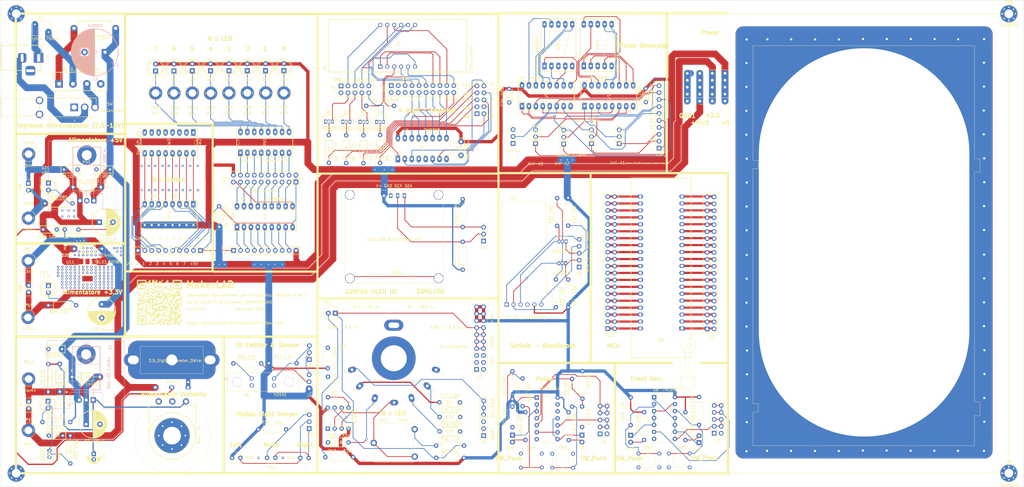
<source format=kicad_pcb>
(kicad_pcb (version 20211014) (generator pcbnew)
  (layers (0 "F.Cu" signal) (31 "B.Cu" signal) (34 "B.Paste" user) (35 "F.Paste" user) (36 "B.SilkS" user "B.Silkscreen") (37 "F.SilkS" user "F.Silkscreen") (38 "B.Mask" user) (39 "F.Mask" user) (44 "Edge.Cuts" user))
  (net 0 "")
  (net 1 "Net-(AFF1-Pad1)")
  (net 2 "Net-(AFF1-Pad2)")
  (net 3 "Net-(AFF1-Pad4)")
  (net 5 "Net-(AFF1-Pad6)")
  (net 6 "Net-(AFF1-Pad7)")
  (net 8 "Net-(AFF1-Pad9)")
  (net 9 "Net-(AFF1-Pad10)")
  (net 10 "Net-(AFF2-Pad1)")
  (net 11 "Net-(AFF2-Pad2)")
  (net 12 "Net-(AFF2-Pad4)")
  (net 14 "Net-(AFF2-Pad6)")
  (net 15 "Net-(AFF2-Pad7)")
  (net 17 "Net-(AFF2-Pad9)")
  (net 18 "Net-(AFF2-Pad10)")
  (net 19 "Net-(D1-Pad1)")
  (net 20 "Net-(D7-Pad1)")
  (net 21 "Net-(D8-Pad1)")
  (net 22 "Net-(D9-Pad1)")
  (net 23 "Net-(D10-Pad1)")
  (net 24 "Net-(D11-Pad1)")
  (net 25 "Net-(D12-Pad1)")
  (net 26 "Net-(D13-Pad1)")
  (net 27 "Net-(D14-Pad1)")
  (net 28 "Net-(J4-Pad2)")
  (net 29 "Net-(J13-Pad9)")
  (net 30 "Net-(J13-Pad2)")
  (net 31 "Net-(J13-Pad3)")
  (net 32 "Net-(J13-Pad4)")
  (net 33 "Net-(J13-Pad5)")
  (net 34 "Net-(J13-Pad6)")
  (net 35 "Net-(J13-Pad7)")
  (net 36 "Net-(J13-Pad8)")
  (net 37 "Net-(J19-Pad1)")
  (net 38 "Net-(J19-Pad2)")
  (net 39 "Net-(J19-Pad3)")
  (net 40 "Net-(J19-Pad4)")
  (net 41 "Net-(J19-Pad5)")
  (net 42 "Net-(J19-Pad6)")
  (net 43 "Net-(J19-Pad7)")
  (net 44 "Net-(J19-Pad8)")
  (net 45 "Net-(J19-Pad9)")
  (net 46 "Net-(J19-Pad10)")
  (net 47 "Net-(Q1-Pad2)")
  (net 48 "Net-(Q2-Pad2)")
  (net 49 "Net-(Q3-Pad2)")
  (net 50 "Net-(Q4-Pad2)")
  (net 51 "Net-(J9-Pad5)")
  (net 52 "Net-(J9-Pad4)")
  (net 53 "Net-(J9-Pad3)")
  (net 54 "Net-(J9-Pad2)")
  (net 55 "Net-(J14-Pad12)")
  (net 56 "Net-(J14-Pad13)")
  (net 57 "Net-(J14-Pad14)")
  (net 58 "Net-(J14-Pad15)")
  (net 59 "Net-(J14-Pad16)")
  (net 60 "Net-(J14-Pad17)")
  (net 61 "Net-(J14-Pad18)")
  (net 62 "Net-(J14-Pad19)")
  (net 63 "Net-(J15-Pad2)")
  (net 64 "Net-(J15-Pad3)")
  (net 65 "Net-(J15-Pad4)")
  (net 66 "Net-(J15-Pad5)")
  (net 67 "Net-(J15-Pad6)")
  (net 68 "Net-(J15-Pad7)")
  (net 69 "Net-(J15-Pad8)")
  (net 71 "Net-(C4-Pad1)")
  (net 72 "/Alimentazione/+Vvar")
  (net 73 "Net-(J11-Pad14)")
  (net 74 "Net-(J12-Pad8)")
  (net 75 "Net-(J14-Pad10)")
  (net 76 "Net-(J14-Pad3)")
  (net 77 "Net-(J14-Pad4)")
  (net 78 "Net-(J14-Pad5)")
  (net 79 "Net-(J14-Pad6)")
  (net 80 "Net-(J14-Pad7)")
  (net 81 "Net-(J14-Pad8)")
  (net 82 "Net-(J14-Pad9)")
  (net 83 "Net-(RV3-Pad2)")
  (net 84 "Net-(D17-Pad1)")
  (net 85 "Net-(C15-Pad1)")
  (net 86 "Net-(R15-Pad2)")
  (net 87 "Net-(J26-Pad4)")
  (net 88 "Net-(R16-Pad2)")
  (net 90 "Net-(U10-Pad5)")
  (net 91 "Net-(Q7-Pad3)")
  (net 92 "Net-(J23-Pad21)")
  (net 93 "Net-(J23-Pad22)")
  (net 94 "Net-(J23-Pad23)")
  (net 95 "Net-(J23-Pad24)")
  (net 96 "Net-(J23-Pad25)")
  (net 97 "Net-(J23-Pad26)")
  (net 98 "Net-(J23-Pad27)")
  (net 99 "Net-(J23-Pad28)")
  (net 100 "Net-(J23-Pad29)")
  (net 101 "Net-(J23-Pad30)")
  (net 102 "Net-(J23-Pad31)")
  (net 103 "Net-(J23-Pad32)")
  (net 104 "Net-(J23-Pad33)")
  (net 105 "Net-(J23-Pad34)")
  (net 106 "Net-(J23-Pad35)")
  (net 107 "Net-(J23-Pad36)")
  (net 108 "Net-(J23-Pad37)")
  (net 109 "Net-(J23-Pad38)")
  (net 110 "Net-(J23-Pad39)")
  (net 111 "Net-(J23-Pad40)")
  (net 112 "Net-(J9-Pad6)")
  (net 113 "Net-(J9-Pad7)")
  (net 114 "Net-(J9-Pad8)")
  (net 115 "Net-(J9-Pad9)")
  (net 116 "Net-(J9-Pad10)")
  (net 117 "Net-(J2-Pad10)")
  (net 118 "Net-(J2-Pad3)")
  (net 119 "Net-(J16-Pad3)")
  (net 120 "Net-(J16-Pad10)")
  (net 121 "Net-(J12-Pad6)")
  (net 122 "Net-(U9-Pad5)")
  (net 124 "Net-(C17-Pad1)")
  (net 125 "Net-(C18-Pad1)")
  (net 126 "Net-(C19-Pad1)")
  (net 127 "Net-(J12-Pad10)")
  (net 128 "Net-(J11-Pad5)")
  (net 129 "Net-(J11-Pad7)")
  (net 130 "Net-(J11-Pad9)")
  (net 131 "Net-(J11-Pad11)")
  (net 132 "Net-(J11-Pad8)")
  (net 133 "Net-(J11-Pad13)")
  (net 134 "Net-(J11-Pad10)")
  (net 135 "Net-(J11-Pad12)")
  (net 136 "Net-(J11-Pad15)")
  (net 139 "Net-(C1-Pad1)")
  (net 140 "Net-(J14-Pad11)")
  (net 141 "Net-(C20-Pad1)")
  (net 142 "Net-(J12-Pad3)")
  (net 143 "Net-(J12-Pad4)")
  (net 144 "Net-(J12-Pad5)")
  (net 145 "Net-(J12-Pad7)")
  (net 146 "Net-(J12-Pad9)")
  (net 147 "Net-(U10-Pad1)")
  (net 148 "Net-(U10-Pad2)")
  (net 149 "Net-(U10-Pad6)")
  (net 150 "Net-(U10-Pad7)")
  (net 151 "Net-(C16-Pad1)")
  (net 152 "Net-(C7-Pad1)")
  (net 153 "Net-(C24-Pad1)")
  (net 154 "Net-(J15-Pad9)")
  (net 155 "Net-(D2-Pad2)")
  (net 156 "Net-(J22-Pad3)")
  (net 157 "Net-(J22-Pad5)")
  (net 158 "Net-(J22-Pad7)")
  (net 159 "Net-(J22-Pad10)")
  (net 160 "Net-(J22-Pad11)")
  (net 161 "Net-(J22-Pad13)")
  (net 162 "Net-(J22-Pad15)")
  (net 163 "Net-(J22-Pad17)")
  (net 164 "Net-(J22-Pad19)")
  (net 165 "Net-(J22-Pad21)")
  (net 166 "Net-(J22-Pad23)")
  (net 167 "Net-(J22-Pad25)")
  (net 168 "Net-(J22-Pad27)")
  (net 169 "Net-(J22-Pad29)")
  (net 170 "Net-(J22-Pad31)")
  (net 171 "Net-(J22-Pad33)")
  (net 172 "Net-(J22-Pad35)")
  (net 173 "Net-(J22-Pad37)")
  (net 174 "Net-(D21-Pad2)")
  (net 175 "Net-(D2-Pad1)")
  (net 176 "Net-(J22-Pad1)")
  (net 177 "Net-(J22-Pad39)")
  (net 178 "Net-(D1-Pad2)")
  (net 179 "Net-(D1-Pad3)")
  (net 180 "Net-(D22-Pad2)")
  (net 181 "Net-(Q5-Pad2)")
  (net 182 "Net-(F1-Pad1)")
  (net 183 "Net-(D17-Pad2)")
  (net 184 "Net-(J33-Pad2)")
  (net 185 "Net-(C11-Pad1)")
  (net 186 "Net-(C12-Pad1)")
  (net 187 "/BT to Serial/+3.3V")
  (net 188 "GND")
  (net 189 "Net-(J21-Pad2)")
  (net 190 "Net-(J21-Pad3)")
  (net 191 "Net-(D15-Pad1)")
  (net 192 "Net-(J25-Pad3)")
  (net 193 "Net-(Q6-Pad1)")
  (net 194 "Net-(J33-Pad1)")
  (net 195 "Net-(J33-Pad3)")
  (net 196 "Net-(J34-Pad2)")
  (net 197 "Net-(J34-Pad3)")
  (net 198 "/Alimentazione/+3.3V")
  (net 199 "/Alimentazione/+5V")
  (net 200 "Net-(D15-Pad2)")
  (net 201 "Net-(Q8-Pad3)")
  (net 202 "Net-(D16-Pad1)")
  (net 203 "Net-(D16-Pad2)")
  (net 204 "Net-(D18-Pad1)")
  (net 205 "Net-(D18-Pad2)")
  (net 206 "Net-(J1-Pad2)")
  (net 207 "Net-(J1-Pad3)")
  (net 208 "Net-(J34-Pad4)")
  (net 209 "Net-(J34-Pad5)")
  (net 210 "Net-(R9-Pad1)")
  (net 211 "Net-(R10-Pad1)")
  (net 212 "Net-(R18-Pad1)")
  (net 213 "Net-(R19-Pad2)")
  (net 214 "Net-(D19-Pad2)")
  (net 215 "Net-(U6-Pad6)")
  (net 216 "Net-(D19-Pad1)")
  (net 217 "Net-(J11-Pad17)")
  (net 218 "Net-(J11-Pad16)")
  (net 219 "Net-(J11-Pad18)")
  (net 220 "Net-(J11-Pad20)")
  (net 221 "Net-(J11-Pad19)")
  (net 222 "Net-(R4-Pad2)")
  (footprint "Resistor_THT:R_Axial_DIN0207_L6.3mm_D2.5mm_P10.16mm_Horizontal" (layer "F.Cu") (at 186.9576 145.9026 90)
    (fp_text reference "R12")
    (fp_text value "10K")
  )
  (footprint "Capacitor_THT:C_Axial_L5.1mm_D3.1mm_P7.50mm_Horizontal" (layer "F.Cu") (at 186.9576 148.6712 -90)
    (fp_text reference "C12")
    (fp_text value "1uF")
  )
  (footprint "SerigrafieMakerLab:Disp4x7Seg" (layer "F.Cu") (at 186.8932 121.6481)
    (fp_text reference "TP31" hide)
    (fp_text value "Pulse Generator" hide)
  )
  (footprint "Diode_THT:D_A-405_P10.16mm_Horizontal" (layer "F.Cu") (at 26.67 90.932)
    (fp_text reference "D20")
    (fp_text value "1N4001")
  )
  (footprint "OptoDevice:R_LDR_5.0x4.1mm_P3mm_Vertical" (layer "F.Cu") (at 109.4218 167.4368)
    (fp_text reference "R29")
    (fp_text value "Right")
  )
  (footprint "Package_TO_SOT_THT:TO-92_Inline" (layer "F.Cu") (at 17.653 164.719 -90)
    (fp_text reference "Q5")
    (fp_text value "BC237")
  )
  (footprint "LED_THT:LED_D5.0mm" (layer "F.Cu") (at 96.6724 25.8014 90)
    (fp_text reference "D13")
    (fp_text value "1")
  )
  (footprint "LED_THT:LED_D5.0mm" (layer "F.Cu") (at 103.378 25.776 90)
    (fp_text reference "D14")
    (fp_text value "0")
  )
  (footprint "Resistor_THT:R_Axial_DIN0207_L6.3mm_D2.5mm_P10.16mm_Horizontal" (layer "F.Cu") (at 17.2411 111.6076)
    (fp_text reference "R24")
    (fp_text value "220")
  )
  (footprint "MountingHole:MountingHole_3.2mm_M3_Pad_Via" (layer "F.Cu") (at 5.5 173)
    (fp_text reference "TP4" hide)
    (fp_text value "TestPoint" hide)
  )
  (footprint "Package_TO_SOT_THT:TO-92_Inline" (layer "F.Cu") (at 118.6132 44.408)
    (fp_text reference "Q1")
    (fp_text value "2N3904")
  )
  (footprint "LED_THT:LED_D3.0mm" (layer "F.Cu") (at 255.1938 161.8234 90)
    (fp_text reference "D18")
    (fp_text value "LED")
  )
  (footprint "Capacitor_THT:C_Disc_D7.0mm_W2.5mm_P5.00mm" (layer "F.Cu") (at 39.838 61.9252 180)
    (fp_text reference "C2")
    (fp_text value "100nF")
  )
  (footprint "SerigrafieMakerLab:Disp4x7Seg" (layer "F.Cu") (at 228.2444 81.2546)
    (fp_text reference "TP32" hide)
    (fp_text value "Pulse Generator" hide)
  )
  (footprint "Package_TO_SOT_THT:TO-92_Inline" (layer "F.Cu") (at 137.3076 44.556)
    (fp_text reference "Q4")
    (fp_text value "2N3904")
  )
  (footprint "Heatsink2:Heatsink_28x25_Horiz" (layer "F.Cu") (at 31.0838 129.4286)
    (fp_text reference "HS2")
    (fp_text value "Heatsink")
  )
  (footprint "Resistor_THT:R_Axial_DIN0207_L6.3mm_D2.5mm_P10.16mm_Horizontal" (layer "F.Cu") (at 94.0294 156.972)
    (fp_text reference "R30")
    (fp_text value "33k")
  )
  (footprint "Diode_THT:D_A-405_P10.16mm_Horizontal" (layer "F.Cu") (at 21.4376 143.1954 90)
    (fp_text reference "D5")
    (fp_text value "1n4001")
  )
  (footprint "LED_THT:LED_D3.0mm" (layer "F.Cu") (at 186.9576 159.0852 -90)
    (fp_text reference "D15")
    (fp_text value "LED" hide)
  )
  (footprint "Capacitor_THT:C_Axial_L5.1mm_D3.1mm_P7.50mm_Horizontal" (layer "F.Cu") (at 119.4562 134.6108 90)
    (fp_text reference "C13")
    (fp_text value "100nF")
  )
  (footprint "Capacitor_THT:C_Axial_L5.1mm_D3.1mm_P7.50mm_Horizontal" (layer "F.Cu") (at 212.4338 148.6204 -90)
    (fp_text reference "C11")
    (fp_text value "1uF")
  )
  (footprint "Display_7Segment:CA56-12EWA" (layer "F.Cu") (at 138.6332 24.3078 90)
    (fp_text reference "U4")
    (fp_text value "CC56-12EWA")
  )
  (footprint "Connector_PinHeader_2.54mm:PinHeader_1x05_P2.54mm_Vertical" (layer "F.Cu") (at 264.6885 36.9112 180)
    (fp_text reference "+5")
    (fp_text value "Conn_01x05")
  )
  (footprint "Symbol:Alimentatore Variabile" (layer "F.Cu") (at 25.3238 26.924)
    (fp_text reference "TP24" hide)
    (fp_text value "Ingresso Alimentazione (7,5-15V)")
  )
  (footprint "TestPoint:TestPoint_Loop_D3.80mm_Drill2.8mm" (layer "F.Cu") (at 56.4642 33.9802)
    (fp_text reference "TP13")
    (fp_text value "Bit7")
  )
  (footprint "Resistor_THT:R_Axial_DIN0207_L6.3mm_D2.5mm_P10.16mm_Horizontal" (layer "F.Cu") (at 126.1872 49.4284 -90)
    (fp_text reference "R6")
    (fp_text value "2.7K")
  )
  (footprint "MountingHole:MountingHole_3.2mm_M3_Pad_Via" (layer "F.Cu") (at 5.5 5)
    (fp_text reference "TP1" hide)
    (fp_text value "TestPoint" hide)
  )
  (footprint "Connector_PinHeader_2.54mm:PinHeader_1x06_P2.54mm_Vertical" (layer "F.Cu") (at 176.4284 159.258 180)
    (fp_text reference "J26")
    (fp_text value "Conn_01x06_Female" hide)
  )
  (footprint "Connector_PinSocket_2.54mm:PinSocket_1x03_P2.54mm_Vertical" (layer "F.Cu") (at 205.7146 52.6338 180)
    (fp_text reference "Uni-A2")
    (fp_text value "Jumper_3_Open")
  )
  (footprint "LED_THT:LED_D5.0mm" (layer "F.Cu") (at 69.8754 25.8318 90)
    (fp_text reference "D9")
    (fp_text value "5")
  )
  (footprint "Capacitor_THT:CP_Radial_D10.0mm_P5.00mm" (layer "F.Cu") (at 36.7792 111.2266 -90)
    (fp_text reference "C25")
    (fp_text value "220uF")
  )
  (footprint "Resistor_THT:R_Axial_DIN0207_L6.3mm_D2.5mm_P10.16mm_Horizontal" (layer "F.Cu") (at 138.557 49.3522 -90)
    (fp_text reference "R8")
    (fp_text value "2.7K")
  )
  (footprint "Connector_PinSocket_2.54mm:PinSocket_1x02_P2.54mm_Vertical" (layer "F.Cu") (at 10.058 146.8012)
    (fp_text reference "J5")
    (fp_text value "Conn_01x02_Male" hide)
  )
  (footprint "TestPoint:TestPoint_Loop_D3.80mm_Drill2.8mm" (layer "F.Cu") (at 9.9113 95.3116)
    (fp_text reference "TP17")
    (fp_text value "3.3VA+")
  )
  (footprint "Resistor_THT:R_Axial_DIN0207_L6.3mm_D2.5mm_P10.16mm_Horizontal" (layer "F.Cu") (at 168.783 82.9564 90)
    (fp_text reference "R25")
    (fp_text value "3,3k")
  )
  (footprint "Connector_PinHeader_2.54mm:PinHeader_1x03_P2.54mm_Vertical" (layer "F.Cu") (at 112.649 156.6926 180)
    (fp_text reference "J33")
    (fp_text value "Visible Light Sensor")
  )
  (footprint "Connector_PinHeader_2.54mm:PinHeader_1x05_P2.54mm_Vertical" (layer "F.Cu") (at 255.4732 36.9316 180)
    (fp_text reference "+Var1")
    (fp_text value "Conn_01x05")
  )
  (footprint "Resistor_THT:R_Axial_DIN0207_L6.3mm_D2.5mm_P10.16mm_Horizontal" (layer "F.Cu") (at 15.9258 74.3458)
    (fp_text reference "R23")
    (fp_text value "680")
  )
  (footprint "TestPoint:TestPoint_Loop_D3.80mm_Drill2.8mm" (layer "F.Cu") (at 9.9314 157.3276)
    (fp_text reference "TP15")
    (fp_text value "VarA-")
  )
  (footprint "Connector_PinSocket_2.54mm:PinSocket_2x05_P2.54mm_Vertical" (layer "F.Cu") (at 260.7618 158.3898 180)
    (fp_text reference "J2")
    (fp_text value "Gnd  FP6  FP7")
  )
  (footprint "Capacitor_THT:C_Axial_L3.8mm_D2.6mm_P7.50mm_Horizontal" (layer "F.Cu") (at 79.7052 75.4218 -90)
    (fp_text reference "C9")
    (fp_text value "100nF")
  )
  (footprint "TestPoint:TestPoint_Loop_D3.80mm_Drill2.8mm" (layer "F.Cu") (at 90.0176 33.909)
    (fp_text reference "TP8")
    (fp_text value "Bit2")
  )
  (footprint "TestPoint:TestPoint_Loop_D3.80mm_Drill2.8mm" (layer "F.Cu") (at 63.1698 33.9802)
    (fp_text reference "TP12")
    (fp_text value "Bit6")
  )
  (footprint "Capacitor_THT:C_Disc_D7.0mm_W2.5mm_P5.00mm" (layer "F.Cu") (at 22.9254 61.9506)
    (fp_text reference "C5")
    (fp_text value "100nF")
  )
  (footprint "Capacitor_THT:CP_Radial_D10.0mm_P5.00mm" (layer "F.Cu") (at 35.8847 81.2038)
    (fp_text reference "C6")
    (fp_text value "220uF")
  )
  (footprint "MountingHole:MountingHole_3.2mm_M3_Pad_Via" (layer "F.Cu") (at 368.5 5)
    (fp_text reference "TP3")
    (fp_text value "TestPoint")
  )
  (footprint "Resistor_THT:R_Axial_DIN0207_L6.3mm_D2.5mm_P10.16mm_Horizontal" (layer "F.Cu") (at 250.2154 150.6982 -90)
    (fp_text reference "R20")
    (fp_text value "330")
  )
  (footprint "Connector_PinHeader_2.54mm:PinHeader_1x03_P2.54mm_Vertical" (layer "F.Cu") (at 176.4284 88.0976 180)
    (fp_text reference "J21")
    (fp_text value "Gnd SCL SDA")
  )
  (footprint "Package_DIP:DIP-16_W7.62mm_Socket_LongPads" (layer "F.Cu") (at 70.2872 48.3966 -90)
    (fp_text reference "SW2")
    (fp_text value "SW_DIP_x08")
  )
  (footprint "RotarySwitch:Commutatore 2x6" (layer "F.Cu") (at 143.5735 130.8862)
    (fp_text reference "SW5")
    (fp_text value "SW_Rotary12")
  )
  (footprint "Resistor_THT:R_Axial_DIN0207_L6.3mm_D2.5mm_P10.16mm_Horizontal" (layer "F.Cu") (at 255.1938 145.1356 -90)
    (fp_text reference "R19")
    (fp_text value "10K")
  )
  (footprint "MountingHole:MountingHole_3.2mm_M3_Pad_Via" (layer "F.Cu") (at 368.5 173)
    (fp_text reference "TP2")
    (fp_text value "TestPoint")
  )
  (footprint "Button_Switch_THT:SW_Tactile_Straight_KSL0Axx1LFTR" (layer "F.Cu") (at 251.7648 170.8658 180)
    (fp_text reference "SW6")
    (fp_text value "SW_Push")
  )
  (footprint "Capacitor_THT:C_Disc_D4.3mm_W1.9mm_P5.00mm" (layer "F.Cu") (at 185.801 32.43 -90)
    (fp_text reference "C21")
    (fp_text value "100n")
  )
  (footprint "SerigrafieMakerLab:Disp4x7Seg" (layer "F.Cu") (at 228.1682 11.8364)
    (fp_text reference "TP34" hide)
    (fp_text value "Pulse Generator")
  )
  (footprint "Resistor_THT:R_Axial_DIN0207_L6.3mm_D2.5mm_P10.16mm_Horizontal" (layer "F.Cu") (at 143.6624 38.6588 180)
    (fp_text reference "R4")
    (fp_text value "330")
  )
  (footprint "Capacitor_THT:C_Axial_L5.1mm_D3.1mm_P7.50mm_Horizontal" (layer "F.Cu") (at 160.3432 152.4508)
    (fp_text reference "C20")
    (fp_text value "3,3uF")
  )
  (footprint "Capacitor_THT:C_Axial_L5.1mm_D3.1mm_P7.50mm_Horizontal" (layer "F.Cu") (at 127.0008 161.7372 180)
    (fp_text reference "C18")
    (fp_text value "33nF")
  )
  (footprint "Resistor_THT:R_Axial_DIN0207_L6.3mm_D2.5mm_P10.16mm_Horizontal" (layer "F.Cu") (at 128.7018 167.132 180)
    (fp_text reference "R17")
    (fp_text value "330")
  )
  (footprint "Package_DIP:DIP-8_W7.62mm" (layer "F.Cu") (at 119.4154 156.6826 90)
    (fp_text reference "U7")
    (fp_text value "NE555P")
  )
  (footprint "Resistor_THT:R_Axial_DIN0207_L6.3mm_D2.5mm_P10.16mm_Horizontal" (layer "F.Cu") (at 17.2212 143.2716 90)
    (fp_text reference "R2")
    (fp_text value "240")
  )
  (footprint "Resistor_THT:R_Axial_DIN0207_L6.3mm_D2.5mm_P10.16mm_Horizontal" (layer "F.Cu") (at 208.8016 148.6458 90)
    (fp_text reference "R9")
    (fp_text value "100")
  )
  (footprint "Resistor_THT:R_Axial_DIN0207_L6.3mm_D2.5mm_P10.16mm_Horizontal" (layer "F.Cu") (at 25.273 169.418 90)
    (fp_text reference "R22")
    (fp_text value "330k")
  )
  (footprint "Package_DIP:DIP-16_W7.62mm_Socket_LongPads" (layer "F.Cu") (at 87.493 55.8196 90)
    (fp_text reference "RN1")
    (fp_text value "Resistor Array")
  )
  (footprint "Resistor_THT:R_Axial_DIN0207_L6.3mm_D2.5mm_P10.16mm_Horizontal" (layer "F.Cu") (at 235.1278 160.8328 90)
    (fp_text reference "R21")
    (fp_text value "330")
  )
  (footprint "Resistor_THT:R_Axial_DIN0207_L6.3mm_D2.5mm_P10.16mm_Horizontal" (layer "F.Cu") (at 168.783 88.392 -90)
    (fp_text reference "R3")
    (fp_text value "3,3k")
  )
  (footprint "Resistor_THT:R_Axial_DIN0207_L6.3mm_D2.5mm_P10.16mm_Horizontal" (layer "F.Cu") (at 202.8444 112.3188 90)
    (fp_text reference "R32")
    (fp_text value "10K")
  )
  (footprint "Display:TFT OLED 1.3 I2C" (layer "F.Cu") (at 143.7132 86.487)
    (fp_text reference "LCD1")
    (fp_text value "SSD1306_OLED128x64_I2C")
  )
  (footprint "Capacitor_THT:C_Disc_D7.0mm_W2.5mm_P5.00mm" (layer "F.Cu") (at 22.2612 127.6096 180)
    (fp_text reference "C3")
    (fp_text value "100nF")
  )
  (footprint "Package_DIP:DIP-16_W7.62mm_Socket_LongPads" (layer "F.Cu") (at 70.2872 74.6348 -90)
    (fp_text reference "RN2")
    (fp_text value "10K")
  )
  (footprint "Package_DIP:DIP-16_W7.62mm_Socket_LongPads" (layer "F.Cu") (at 213.314 38.779 90)
    (fp_text reference "U10")
    (fp_text value "9368")
  )
  (footprint "SerigrafieMakerLAB:Disp4x7Seg" (layer "F.Cu") (at 153.3144 11.9963)
    (fp_text reference "TP27" hide)
    (fp_text value "8 x LED" hide)
  )
  (footprint "Connector_PinSocket_2.54mm:PinSocket_2x05_P2.54mm_Vertical" (layer "F.Cu") (at 173.9954 41.5244 180)
    (fp_text reference "J9")
    (fp_text value "A  B  C  D  LE" hide)
  )
  (footprint "LED_THT:LED_D5.0mm" (layer "F.Cu") (at 89.9922 25.8014 90)
    (fp_text reference "D12")
    (fp_text value "2")
  )
  (footprint "Capacitor_THT:C_Disc_D7.0mm_W2.5mm_P5.00mm" (layer "F.Cu") (at 15.3308 83.8708)
    (fp_text reference "C16")
    (fp_text value "100nF")
  )
  (footprint "Resistor_THT:R_Axial_DIN0207_L6.3mm_D2.5mm_P10.16mm_Horizontal" (layer "F.Cu") (at 25.273 154.305 180)
    (fp_text reference "R1")
    (fp_text value "3,3k")
  )
  (footprint "Package_TO_SOT_THT:TO-92_Inline" (layer "F.Cu") (at 206.5528 88.265 180)
    (fp_text reference "Q8")
    (fp_text value "BS170")
  )
  (footprint "LED_THT:LED_D5.0mm" (layer "F.Cu") (at 56.4642 25.903 90)
    (fp_text reference "D7")
    (fp_text value "7")
  )
  (footprint "VoltmeterModule:3,5 Digit 0,28'' Voltmeter" (layer "F.Cu") (at 62.3697 131.6109 180)
    (fp_text reference "Vmet1")
    (fp_text value "3,5_Digit_Voltmeter_3Wire")
    (fp_rect (start -11.5 -5) (end 11.5 5) (layer "Edge.Cuts") (width 0.12) (fill none))
  )
  (footprint "TestPoint:TestPoint_Loop_D3.80mm_Drill2.8mm" (layer "F.Cu") (at 83.2866 33.9548)
    (fp_text reference "TP9")
    (fp_text value "Bit3")
  )
  (footprint "Package_DIP:DIP-14_W7.62mm" (layer "F.Cu") (at 238.76 145.1918)
    (fp_text reference "U8")
    (fp_text value "74LS00")
  )
  (footprint "Capacitor_THT:C_Axial_L5.1mm_D3.1mm_P7.50mm_Horizontal" (layer "F.Cu") (at 119.507 145.2026 90)
    (fp_text reference "C15")
    (fp_text value "10nF")
  )
  (footprint "TestPoint:TestPoint_Loop_D3.80mm_Drill2.8mm" (layer "F.Cu") (at 76.581 34.031)
    (fp_text reference "TP10")
    (fp_text value "Bit4")
  )
  (footprint "Diode_THT:D_A-405_P10.16mm_Horizontal" (layer "F.Cu") (at 36.449 68.4022 180)
    (fp_text reference "D4")
    (fp_text value "1N4001")
  )
  (footprint "Connector_PinHeader_2.54mm:PinHeader_1x03_P2.54mm_Vertical" (layer "F.Cu") (at 112.6998 131.445 180)
    (fp_text reference "J25")
    (fp_text value "IR Emitter & Sensor")
  )
  (footprint "LED_THT:LED_D3.0mm" (layer "F.Cu") (at 212.383 159.0852 -90)
    (fp_text reference "D16")
    (fp_text value "LED" hide)
  )
  (footprint "LED_THT:LED_D5.0mm" (layer "F.Cu") (at 122.174 114.4778 180)
    (fp_text reference "D17")
    (fp_text value "LED")
  )
  (footprint "Resistor_THT:R_Axial_DIN0207_L6.3mm_D2.5mm_P10.16mm_Horizontal" (layer "F.Cu") (at 97.8662 132.7808)
    (fp_text reference "R27")
    (fp_text value "4,7k")
  )
  (footprint "Display_7Segment:7SegmentLED_LTS6760_LTS6780" (layer "F.Cu") (at 213.07 24.0588 90)
    (fp_text reference "AFF2")
    (fp_text value "LTS-6980HR")
  )
  (footprint "Resistor_THT:R_Axial_DIN0207_L6.3mm_D2.5mm_P10.16mm_Horizontal" (layer "F.Cu") (at 203.3016 82.55 90)
    (fp_text reference "R33")
    (fp_text value "10K")
  )
  (footprint "TestPoint:TestPoint_Loop_D3.80mm_Drill2.8mm" (layer "F.Cu") (at 10.033 138.5316)
    (fp_text reference "TP14")
    (fp_text value "VarA+")
  )
  (footprint "Package_DIP:DIP-14_W7.62mm" (layer "F.Cu") (at 195.8576 145.3134)
    (fp_text reference "U6")
    (fp_text value "74LS14")
  )
  (footprint "Package_TO_SOT_THT:TO-92_Inline" (layer "F.Cu") (at 131.2624 44.5306)
    (fp_text reference "Q3")
    (fp_text value "2N3904")
  )
  (footprint "Symbol:Alimentatore Variabile" (layer "F.Cu") (at 25.3238 68.9356)
    (fp_text reference "TP23" hide)
    (fp_text value "Alimentatore +5V")
  )
  (footprint "Breadboard:BreadBoard 81x146" (layer "F.Cu") (at 316.5602 88.5952)
    (fp_text reference "TP5")
    (fp_text value "TestPoint")
    (fp_line (start -41.63 -26.961) (end -41.63 59.039) (layer "Edge.Cuts") (width 0.12))
    (fp_line (start -41.63 -26.961) (end -39.63 -26.961) (layer "Edge.Cuts") (width 0.12))
    (fp_line (start 39.37 74.3438) (end -41.6306 74.3712) (layer "Edge.Cuts") (width 0.12))
    (fp_line (start -41.63 62.039) (end -39.63 62.039) (layer "Edge.Cuts") (width 0.12))
    (fp_line (start 39.37 -30.6562) (end 41.37 -30.6562) (layer "Edge.Cuts") (width 0.12))
    (fp_line (start 39.37 58.3438) (end 39.37 -25.6562) (layer "Edge.Cuts") (width 0.12))
    (fp_line (start -41.63 -30) (end -41.63 -71.961) (layer "Edge.Cuts") (width 0.12))
    (fp_line (start -39.63 -30) (end -39.63 -26.961) (layer "Edge.Cuts") (width 0.12))
    (fp_line (start 39.37 -30.6562) (end 39.37 -71.961) (layer "Edge.Cuts") (width 0.12))
    (fp_line (start 41.37 63.3438) (end 41.37 58.3438) (layer "Edge.Cuts") (width 0.12))
    (fp_line (start 41.37 -25.6562) (end 41.37 -30.6562) (layer "Edge.Cuts") (width 0.12))
    (fp_line (start 39.37 58.3438) (end 41.37 58.3438) (layer "Edge.Cuts") (width 0.12))
    (fp_line (start -41.63 -71.961) (end 39.37 -71.961) (layer "Edge.Cuts") (width 0.12))
    (fp_line (start 39.37 63.3438) (end 39.37 74.3438) (layer "Edge.Cuts") (width 0.12))
    (fp_line (start 41.37 -25.6562) (end 39.37 -25.6562) (layer "Edge.Cuts") (width 0.12))
    (fp_line (start 39.37 63.3438) (end 41.37 63.3438) (layer "Edge.Cuts") (width 0.12))
    (fp_line (start -39.63 59.039) (end -39.63 62.039) (layer "Edge.Cuts") (width 0.12))
    (fp_line (start -41.63 -30) (end -39.63 -30) (layer "Edge.Cuts") (width 0.12))
    (fp_line (start -39.63 59.039) (end -41.63 59.039) (layer "Edge.Cuts") (width 0.12))
    (fp_line (start -41.63 62.039) (end -41.6306 74.3712) (layer "Edge.Cuts") (width 0.12))
  )
  (footprint "Resistor_THT:R_Axial_DIN0207_L6.3mm_D2.5mm_P10.16mm_Horizontal" (layer "F.Cu") (at 119.8118 49.3522 -90)
    (fp_text reference "R5")
    (fp_text value "2.7K")
  )
  (footprint "Connector_PinSocket_2.54mm:PinSocket_2x10_P2.54mm_Vertical" (layer "F.Cu") (at 173.863 135.0264 180)
    (fp_text reference "J3")
    (fp_text value "GND    CLOCK      +5V")
  )
  (footprint "Resistor_THT:R_Axial_DIN0207_L6.3mm_D2.5mm_P10.16mm_Horizontal" (layer "F.Cu") (at 191.7074 150.6778 -90)
    (fp_text reference "R13")
    (fp_text value "330")
  )
  (footprint "Resistor_THT:R_Axial_DIN0207_L6.3mm_D2.5mm_P10.16mm_Horizontal" (layer "F.Cu") (at 207.3402 82.4484 90)
    (fp_text reference "R35")
    (fp_text value "10K")
  )
  (footprint "Connector_PinSocket_2.54mm:PinSocket_1x02_P2.54mm_Vertical" (layer "F.Cu") (at 9.931 66.9998)
    (fp_text reference "J29")
    (fp_text value "Conn_01x02_Male" hide)
  )
  (footprint "LED_THT:LED_D5.0mm" (layer "F.Cu") (at 17.272 66.926 -90)
    (fp_text reference "D21")
    (fp_text value "+5V")
  )
  (footprint "Resistor_THT:R_Axial_DIN0207_L6.3mm_D2.5mm_P10.16mm_Horizontal" (layer "F.Cu") (at 230.2002 155.448 90)
    (fp_text reference "R18")
    (fp_text value "10K")
  )
  (footprint "Package_TO_SOT_SMD:SOT-223" (layer "F.Cu") (at 31.5722 98.7044 -90)
    (fp_text reference "U11")
    (fp_text value "L78L33_SOT89")
  )
  (footprint "TestPoint:TestPoint_Loop_D3.80mm_Drill2.8mm" (layer "F.Cu") (at 69.9008 33.9802)
    (fp_text reference "TP11")
    (fp_text value "Bit5")
  )
  (footprint "TestPoint:TestPoint_Loop_D3.80mm_Drill2.8mm" (layer "F.Cu") (at 10.033 56.3118)
    (fp_text reference "TP16")
    (fp_text value "5VA+")
  )
  (footprint "Connector_PinHeader_2.54mm:PinHeader_1x05_P2.54mm_Vertical" (layer "F.Cu") (at 250.8963 36.9316 180)
    (fp_text reference "GND1")
    (fp_text value "Conn_01x05")
  )
  (footprint "Connector_PinSocket_2.54mm:PinSocket_1x10_P2.54mm_Vertical" (layer "F.Cu") (at 84.993 91.542 90)
    (fp_text reference "J13")
    (fp_text value "GND 0  1  2  3  4  5  6  7  +5V")
  )
  (footprint "TestPoint:TestPoint_Loop_D3.80mm_Drill2.8mm" (layer "F.Cu") (at 96.7486 33.9294)
    (fp_text reference "TP7")
    (fp_text value "Bit1")
  )
  (footprint "Capacitor_THT:C_Disc_D4.3mm_W1.9mm_P5.00mm" (layer "F.Cu") (at 235.7374 32.2776 -90)
    (fp_text reference "C22")
    (fp_text value "100n")
  )
  (footprint "Resistor_THT:R_Axial_DIN0207_L6.3mm_D2.5mm_P10.16mm_Horizontal" (layer "F.Cu") (at 169.2656 162.9156 180)
    (fp_text reference "R16")
    (fp_text value "22K")
  )
  (footprint "Capacitor_THT:C_Axial_L5.1mm_D3.1mm_P7.50mm_Horizontal" (layer "F.Cu") (at 160.2486 147.0914)
    (fp_text reference "C17")
    (fp_text value "3,3nF")
  )
  (footprint "Resistor_THT:R_Axial_DIN0207_L6.3mm_D2.5mm_P10.16mm_Horizontal" (layer "F.Cu") (at 95.0722 132.857 180)
    (fp_text reference "R26")
    (fp_text value "220")
  )
  (footprint "Capacitor_THT:C_Disc_D7.0mm_W2.5mm_P5.00mm" (layer "F.Cu") (at 22.479 159.258 180)
    (fp_text reference "C23")
    (fp_text value "100nF")
  )
  (footprint "Varistor:RV_Disc_D7mm_W5.4mm_P5mm" (layer "F.Cu") (at 12.319 8.89)
    (fp_text reference "F1")
    (fp_text value "Polyfuse 750mA")
  )
  (footprint "Resistor_THT:R_Axial_DIN0207_L6.3mm_D2.5mm_P10.16mm_Horizontal" (layer "F.Cu") (at 169.2402 167.386 180)
    (fp_text reference "R15")
    (fp_text value "1K")
  )
  (footprint "Package_DIP:DIP-16_W7.62mm_Socket_LongPads" (layer "F.Cu") (at 190.454 38.779 90)
    (fp_text reference "U9")
    (fp_text value "9368")
  )
  (footprint "Package_TO_SOT_THT:TO-92_Inline" (layer "F.Cu") (at 206.4258 96.2108 180)
    (fp_text reference "Q7")
    (fp_text value "BS170")
  )
  (footprint "Connector_PinSocket_2.54mm:PinSocket_2x05_P2.54mm_Vertical" (layer "F.Cu") (at 219.0124 158.6026 180)
    (fp_text reference "J16")
    (fp_text value "GND  P3   P4")
  )
  (footprint "Symbol:Alimentatore Variabile" (layer "F.Cu") (at 43.3832 148.0312)
    (fp_text reference "TP21" hide)
    (fp_text value "Alimentaore Variabile")
  )
  (footprint "Resistor_THT:R_Axial_DIN0207_L6.3mm_D2.5mm_P10.16mm_Horizontal" (layer "F.Cu") (at 207.5062 150.7286 -90)
    (fp_text reference "R14")
    (fp_text value "330")
  )
  (footprint "LED_THT:LED_D5.0mm" (layer "F.Cu") (at 83.312 25.8014 90)
    (fp_text reference "D11")
    (fp_text value "3")
  )
  (footprint "TestPoint:TestPoint_Loop_D3.80mm_Drill2.8mm" (layer "F.Cu") (at 103.378 33.9344)
    (fp_text reference "TP6")
    (fp_text value "Bit0")
  )
  (footprint "TestPoint:TestPoint_Loop_D3.80mm_Drill2.8mm" (layer "F.Cu") (at 9.7843 116.038)
    (fp_text reference "TP19")
    (fp_text value "3.3VA-")
  )
  (footprint "Button_Switch_THT:SW_Tactile_Straight_KSL0Axx1LFTR" (layer "F.Cu") (at 190.0818 165.8416)
    (fp_text reference "SW4")
    (fp_text value "SW_Push")
  )
  (footprint "Connector_PinSocket_2.54mm:PinSocket_1x03_P2.54mm_Vertical" (layer "F.Cu") (at 195.4022 52.4814 180)
    (fp_text reference "Uni-A3")
    (fp_text value "Jumper_3_Open" hide)
  )
  (footprint "Package_DIP:DIP-16_W7.62mm_LongPads" (layer "F.Cu") (at 145.0744 58.0794 90)
    (fp_text reference "U3")
    (fp_text value "DM9368")
  )
  (footprint "SerigrafieMakerLab:Disp4x7Seg" (layer "F.Cu") (at 228.2444 121.6481)
    (fp_text reference "TP35" hide)
    (fp_text value "Pulse Generator" hide)
  )
  (footprint "Button_Switch_THT:SW_100SP1T2B4M7QE" (layer "F.Cu") (at 30.5213 39.2122)
    (fp_text reference "SW1")
    (fp_text value "SwGenerale")
  )
  (footprint "Connector_PinHeader_2.54mm:PinHeader_1x10_P2.54mm_Vertical" (layer "F.Cu") (at 240.5888 54.1528 180)
    (fp_text reference "J19")
    (fp_text value "LE A0 A1 A2 A3 A0 A1 A2 A3 LE")
  )
  (footprint "Connector_PinSocket_2.54mm:PinSocket_2x20_P2.54mm_Vertical" (layer "F.Cu") (at 221.8031 120.12 180)
    (fp_text reference "J24")
    (fp_text value "Conn_02x20_Counter_Clockwise" hide)
  )
  (footprint "Symbol:Alimentatore Variabile" (layer "F.Cu") (at 25.2984 106.0196)
    (fp_text reference "TP22" hide)
    (fp_text value "Alimentatore +3,3V")
  )
  (footprint "Connector_PinSocket_2.54mm:PinSocket_1x10_P2.54mm_Vertical" (layer "F.Cu") (at 72.868 91.567 -90)
    (fp_text reference "J15")
    (fp_text value "GND 0  1  2  3  4  5  6  7 +5V")
  )
  (footprint "Connector_PinSocket_2.54mm:PinSocket_1x03_P2.54mm_Vertical" (layer "F.Cu") (at 187.198 52.4052 180)
    (fp_text reference "Uni-A4")
    (fp_text value "Jumper_3_Open")
  )
  (footprint "Package_TO_SOT_THT:TO-92_Inline" (layer "F.Cu") (at 124.9632 44.5052)
    (fp_text reference "Q2")
    (fp_text value "2N3904")
  )
  (footprint "Resistor_THT:R_Axial_DIN0207_L6.3mm_D2.5mm_P10.16mm_Horizontal" (layer "F.Cu") (at 132.4864 49.4538 -90)
    (fp_text reference "R7")
    (fp_text value "2.7K")
  )
  (footprint "Resistor_THT:R_Axial_DIN0207_L6.3mm_D2.5mm_P10.16mm_Horizontal" (layer "F.Cu") (at 212.5608 135.641 -90)
    (fp_text reference "R11")
    (fp_text value "10K")
  )
  (footprint "Connector_PinSocket_2.54mm:PinSocket_2x10_P2.54mm_Vertical" (layer "F.Cu") (at 142.651 31.2474 90)
    (fp_text reference "J11")
    (fp_text value "Gnd      a  b  c  d   e   f   g  ")
  )
  (footprint "Resistor_THT:R_Axial_DIN0207_L6.3mm_D2.5mm_P10.16mm_Horizontal" (layer "F.Cu") (at 190.666 148.5188 90)
    (fp_text reference "R10")
    (fp_text value "100")
  )
  (footprint "LED_THT:LED_D5.0mm" (layer "F.Cu") (at 63.1698 25.8776 90)
    (fp_text reference "D8")
    (fp_text value "6")
  )
  (footprint "Capacitor_THT:CP_Radial_D10.0mm_P5.00mm" (layer "F.Cu") (at 31.0896 155.067)
    (fp_text reference "C7")
    (fp_text value "220uF")
  )
  (footprint "TestPoint:TestPoint_Loop_D3.80mm_Drill2.8mm" (layer "F.Cu") (at 9.9568 79.7306)
    (fp_text reference "TP18")
    (fp_text value "5VA-")
  )
  (footprint "Connector_PinSocket_2.54mm:PinSocket_2x05_P2.54mm_Vertical" (layer "F.Cu") (at 124.2868 31.349 90)
    (fp_text reference "J12")
    (fp_text value "Conn_02x05_Counter_Clockwise" hide)
  )
  (footprint "SerigrafieMakerLAB:MakerLABTitoli" (layer "F.Cu") (at 76.4032 113.6142)
    (fp_text reference "TP28" hide)
    (fp_text value "MakerLAB" hide)
  )
  (footprint "Capacitor_THT:CP_Radial_D5.0mm_P2.00mm" (layer "F.Cu") (at 33.8836 165.9636 -90)
    (fp_text reference "C4")
    (fp_text value "10uF")
  )
  (footprint "Diode_THT:Diode_Bridge_Vishay_KBL" (layer "F.Cu") (at 21.1582 30.6324)
    (fp_text reference "D1")
    (fp_text value "D_Bridge_+AA-")
  )
  (footprint "Connector_PinHeader_2.54mm:PinHeader_1x05_P2.54mm_Vertical" (layer "F.Cu") (at 211.3788 97.6326 180)
    (fp_text reference "J34")
    (fp_text value "Conn_01x05" hide)
  )
  (footprint "Button_Switch_THT:SW_Tactile_Straight_KSL0Axx1LFTR" (layer "F.Cu") (at 201.5118 165.8924)
    (fp_text reference "SW3")
    (fp_text value "SW_Push")
  )
  (footprint "Inductor_THT:L_Axial_L12.0mm_D5.0mm_P15.24mm_Horizontal_Fastron_MISC" (layer "F.Cu") (at 26.6192 10.287)
    (fp_text reference "L1")
    (fp_text value "3,3mH")
  )
  (footprint "Diode_THT:D_A-405_P10.16mm_Horizontal" (layer "F.Cu") (at 25.908 137.7852)
    (fp_text reference "D3")
    (fp_text value "1n4001")
  )
  (footprint "LED_THT:LED_D5.0mm" (layer "F.Cu") (at 17.145 146.685 -90)
    (fp_text reference "D2")
    (fp_text value "VarOut")
  )
  (footprint "Button_Switch_THT:SW_Tactile_Straight_KSL0Axx1LFTR" (layer "F.Cu") (at 240.6904 170.8658 180)
    (fp_text reference "SW7")
    (fp_text value "SW_Push")
  )
  (footprint "Connector_PinHeader_2.54mm:PinHeader_1x05_P2.54mm_Vertical" (layer "F.Cu") (at 260.0501 36.9316 180)
    (fp_text reference "+3.3")
    (fp_text value "Conn_01x05")
  )
  (footprint "Potentiometer_THT:Potentiometer_ACP_CA14V-15_Vertical" (layer "F.Cu") (at 151.2386 156.925 180)
    (fp_text reference "RV3")
    (fp_text value "220K")
  )
  (footprint "Capacitor_THT:C_Disc_D7.5mm_W2.5mm_P5.00mm" (layer "F.Cu") (at 168.148 51.7544 -90)
    (fp_text reference "C8")
    (fp_text value "100nF")
  )
  (footprint "Resistor_THT:R_Axial_DIN0207_L6.3mm_D2.5mm_P10.16mm_Horizontal" (layer "F.Cu") (at 207.3656 102.1842 -90)
    (fp_text reference "R34")
    (fp_text value "10K")
  )
  (footprint "Capacitor_THT:C_Axial_L5.1mm_D3.1mm_P7.50mm_Horizontal" (layer "F.Cu") (at 160.3432 157.734)
    (fp_text reference "C19")
    (fp_text value "330nF")
  )
  (footprint "SerigrafieMakerLab:Clock NE555" (layer "F.Cu") (at 98.653 133.223)
    (fp_text reference "TP29" hide)
    (fp_text value "8 x LED")
  )
  (footprint "MountingHole:MountingHole_6.5mm_Pad_Via" (layer "F.Cu") (at 62.484 159.258)
    (fp_text reference "TP20" hide)
    (fp_text value "Potenziometer" hide)
  )
  (footprint "Connector_PinSocket_2.54mm:PinSocket_1x03_P2.54mm_Vertical" (layer "F.Cu") (at 215.8492 52.4814 180)
    (fp_text reference "Uni-A0" hide)
    (fp_text value "Jumper_3_Open")
  )
  (footprint "Connector_PinHeader_2.54mm:PinHeader_1x03_P2.54mm_Vertical" (layer "F.Cu") (at 112.6236 142.098 180)
    (fp_text reference "J1")
    (fp_text value "Fix-Mod")
  )
  (footprint "Capacitor_THT:C_Disc_D7.0mm_W2.5mm_P5.00mm" (layer "F.Cu") (at 23.241 83.8962)
    (fp_text reference "C24")
    (fp_text value "100nF")
  )
  (footprint "OptoDevice:R_LDR_5.0x4.1mm_P3mm_Vertical" (layer "F.Cu") (at 84.4776 167.386)
    (fp_text reference "R28")
    (fp_text value "Left")
  )
  (footprint "LED_THT:LED_D5.0mm" (layer "F.Cu") (at 76.5763 25.8252 90)
    (fp_text reference "D10")
    (fp_text value "4")
  )
  (footprint "Connector_PinSocket_2.54mm:PinSocket_1x02_P2.54mm_Vertical" (layer "F.Cu") (at 10.0379 104.2978)
    (fp_text reference "J30")
    (fp_text value "Conn_01x02_Male" hide)
  )
  (footprint "Connector_PinSocket_2.54mm:PinSocket_2x20_P2.54mm_Vertical" (layer "F.Cu") (at 258.171 120.2136 180)
    (fp_text reference "J22")
    (fp_text value "Conn_02x20_Counter_Clockwise" hide)
  )
  (footprint "LED_THT:LED_D5.0mm" (layer "F.Cu") (at 17.272 104.394 -90)
    (fp_text reference "D22")
    (fp_text value "+3.3V")
  )
  (footprint "Connector_PinSocket_2.54mm:PinSocket_2x10_P2.54mm_Vertical" (layer "F.Cu") (at 107.793 66.543 -90)
    (fp_text reference "J14")
    (fp_text value "8Bit Jumper")
  )
  (footprint "Package_DIP:DIP-18_W7.62mm_Socket_LongPads" (layer "F.Cu") (at 86.243 83.0076 90)
    (fp_text reference "U5")
    (fp_text value "ULN2803A")
  )
  (footprint "LED_THT:LED_D3.0mm" (layer "F.Cu") (at 230.2002 159.126 -90)
    (fp_text reference "D19")
    (fp_text value "LED")
  )
  (footprint "Symbol:Alimentatore Variabile" (layer "F.Cu") (at 61.3364 72.1864)
    (fp_text reference "TP25" hide)
    (fp_text value "8 x Switch")
  )
  (footprint "Socket:DIP_Socket-40_W22.1_W22.86_W25.4_W27.94_W28.7_3M_240-3639-00-0602J" (layer "F.Cu") (at 248.3602 120.0564 180)
    (fp_text reference "J23")
    (fp_text value "Conn_02x20_Counter_Clockwise")
  )
  (footprint "OptoDevice:R_LDR_5.0x4.1mm_P3mm_Vertical" (layer "F.Cu") (at 97.2538 167.3606)
    (fp_text reference "R31")
    (fp_text value "Mono")
  )
  (footprint "Connector_BarrelJack:BarrelJack_Horizontal" (layer "F.Cu") (at 13.6708 21.1151)
    (fp_text reference "J4")
    (fp_text value "Barrel_Jack_MountingPin" hide)
  )
  (footprint "Symbol:Alimentatore Variabile" (layer "F.Cu") (at 80.6958 30.0736)
    (fp_text reference "TP26" hide)
    (fp_text value "8 x LED")
  )
  (footprint "Sensor:H21A1" (layer "F.Cu") (at 91.6432 138.3688)
    (fp_text reference "Q6")
    (fp_text value "H21A1")
  )
  (footprint "Display_7Segment:7SegmentLED_LTS6760_LTS6780" (layer "F.Cu") (at 198.6836 24.0842 90)
    (fp_text reference "AFF1")
    (fp_text value "LTS-6980HR")
  )
  (footprint "RF_Module:HC-05 Module Horizontal (ZC14200)" (layer "F.Cu") (at 191.2308 111.1398 90)
    (fp_text reference "U12")
    (fp_text value "HC-05 (ZC142200)")
  )
  (footprint "Connector_PinSocket_2.54mm:PinSocket_1x03_P2.54mm_Vertical" (layer "F.Cu") (at 226.0092 52.4814 180)
    (fp_text reference "Uni-A1")
    (fp_text value "Jumper_3_Open" hide)
  )
  (footprint "Heatsink2:Heatsink_28x25_Horiz" (layer "B.Cu") (at 31.242 56.618 180)
    (fp_text reference "HS1" hide)
    (fp_text value "Heatsink" hide)
  )
  (footprint "Potentiometer_THT:Potentiometer_Omeg_PC16BU_Vertical" (layer "B.Cu") (at 67.5894 146.7612 -90)
    (fp_text reference "RV2")
    (fp_text value "5K")
  )
  (footprint "Capacitor_THT:CP_Radial_D17.0mm_P7.50mm" (layer "B.Cu") (at 37.973 19.05)
    (fp_text reference "C1")
    (fp_text value "1000uF")
  )
  (footprint "Package_TO_SOT_THT:TO-220-3_Horizontal_TabDown" (layer "B.Cu") (at 33.8582 73.3288 180)
    (fp_text reference "U2")
    (fp_text value "LM7805_TO220")
  )
  (footprint "Package_TO_SOT_THT:TO-220-3_Horizontal_TabDown" (layer "B.Cu") (at 33.6296 146.2278 180)
    (fp_text reference "U1")
    (fp_text value "LM317_TO-220")
  )
  (gr_rect (start 5.5 5) (end 368.5 173) (layer "F.SilkS") (width 0.15) (fill none))
  (gr_circle (center 62.6872 159.3088) (end 76.494641 159.3088) (layer "F.SilkS") (width 0.1) (fill none))
  (gr_rect (start 0 0) (end 374 178) (layer "Edge.Cuts") (width 0.1) (fill none))
  (gr_text "B\n\nC\n\nD" (at 179.578 39.37) (layer "F.SilkS") (effects (font (size 1 1) (thickness 0.2))))
  (gr_text "GND Rx Tx En State" (at 214.249 91.948 90) (layer "F.SilkS") (effects (font (size 1 1) (thickness 0.2))))
  (gr_text "LE\n\nA" (at 179.578 32.385) (layer "F.SilkS") (effects (font (size 1 1) (thickness 0.2))))
  (gr_text "GND cc1 cc2" (at 126.365 28.956) (layer "F.SilkS") (effects (font (size 1 1) (thickness 0.2))))
  (gr_text "GND     Ex. Cap" (at 179.705 153.162 90) (layer "F.SilkS") (effects (font (size 1.2 1.2) (thickness 0.2))))
  (gr_text "CC1\n \nCC2\n " (at 170.307 33.528) (layer "F.SilkS") (effects (font (size 1 1) (thickness 0.2))))
  (gr_text "CC3\n \nCC4\n \nGND" (at 170.18 39.497) (layer "F.SilkS") (effects (font (size 1 1) (thickness 0.2))))
  (gr_text "Dpx" (at 147.955 28.448) (layer "F.SilkS") (effects (font (size 1 1) (thickness 0.2))))
  (gr_text "cc3 cc4" (at 134.493 28.956) (layer "F.SilkS") (effects (font (size 1 1) (thickness 0.2))))
  (segment (start 210.439 28.954) (end 208.234 31.159) (width 0.25) (layer "F.Cu") (net 1))
  (segment (start 209.042 20.955) (end 210.428 22.341) (width 0.25) (layer "F.Cu") (net 1))
  (segment (start 210.439 26.798396) (end 210.439 28.954) (width 0.25) (layer "F.Cu") (net 1))
  (segment (start 210.428 26.787396) (end 210.439 26.798396) (width 0.25) (layer "F.Cu") (net 1))
  (segment (start 199.263 20.955) (end 209.042 20.955) (width 0.25) (layer "F.Cu") (net 1))
  (segment (start 198.6836 21.5344) (end 199.263 20.955) (width 0.25) (layer "F.Cu") (net 1))
  (segment (start 210.428 22.341) (end 210.428 26.787396) (width 0.25) (layer "F.Cu") (net 1))
  (segment (start 198.6836 24.0842) (end 198.6836 21.5344) (width 0.25) (layer "F.Cu") (net 1))
  (segment (start 201.803 28.702) (end 205.694 28.702) (width 0.25) (layer "B.Cu") (net 2))
  (segment (start 201.2236 24.0842) (end 201.2236 28.1226) (width 0.25) (layer "B.Cu") (net 2))
  (segment (start 205.694 28.702) (end 205.694 31.159) (width 0.25) (layer "B.Cu") (net 2))
  (segment (start 201.2236 28.1226) (end 201.803 28.702) (width 0.25) (layer "B.Cu") (net 2))
  (segment (start 203.154 31.159) (end 203.154 29.6337) (width 0.25) (layer "F.Cu") (net 3))
  (segment (start 206.3036 24.0842) (end 206.3036 26.4841) (width 0.25) (layer "F.Cu") (net 3))
  (segment (start 206.3036 26.4841) (end 203.154 29.6337) (width 0.25) (layer "F.Cu") (net 3))
  (segment (start 200.152 28.321) (end 200.614 28.783) (width 0.25) (layer "B.Cu") (net 5))
  (segment (start 197.046 26.991604) (end 198.375396 28.321) (width 0.25) (layer "B.Cu") (net 5))
  (segment (start 208.8436 10.6124) (end 208.153 11.303) (width 0.25) (layer "B.Cu") (net 5))
  (segment (start 198.375396 28.321) (end 200.152 28.321) (width 0.25) (layer "B.Cu") (net 5))
  (segment (start 208.8436 8.8442) (end 208.8436 10.6124) (width 0.25) (layer "B.Cu") (net 5))
  (segment (start 200.614 28.783) (end 200.614 31.159) (width 0.25) (layer "B.Cu") (net 5))
  (segment (start 197.046 20.378) (end 197.046 26.991604) (width 0.25) (layer "B.Cu") (net 5))
  (segment (start 208.153 11.303) (end 206.121 11.303) (width 0.25) (layer "B.Cu") (net 5))
  (segment (start 206.121 11.303) (end 197.046 20.378) (width 0.25) (layer "B.Cu") (net 5))
  (segment (start 196.596 20.1391) (end 196.596 27.178) (width 0.25) (layer "B.Cu") (net 6))
  (segment (start 206.3036 8.8442) (end 206.3036 10.4315) (width 0.25) (layer "B.Cu") (net 6))
  (segment (start 206.3036 10.4315) (end 196.596 20.1391) (width 0.25) (layer "B.Cu") (net 6))
  (segment (start 196.596 27.178) (end 198.074 28.656) (width 0.25) (layer "B.Cu") (net 6))
  (segment (start 198.074 28.656) (end 198.074 31.159) (width 0.25) (layer "B.Cu") (net 6))
  (segment (start 192.994 8.428) (end 192.994 31.159) (width 0.25) (layer "B.Cu") (net 8))
  (segment (start 200.279 6.731) (end 194.691 6.731) (width 0.25) (layer "B.Cu") (net 8))
  (segment (start 201.2236 7.6756) (end 200.279 6.731) (width 0.25) (layer "B.Cu") (net 8))
  (segment (start 194.691 6.731) (end 192.994 8.428) (width 0.25) (layer "B.Cu") (net 8))
  (segment (start 201.2236 8.8442) (end 201.2236 7.6756) (width 0.25) (layer "B.Cu") (net 8))
  (segment (start 198.6836 8.8442) (end 198.6836 17.415104) (width 0.25) (layer "B.Cu") (net 9))
  (segment (start 195.534 20.564704) (end 195.534 31.159) (width 0.25) (layer "B.Cu") (net 9))
  (segment (start 198.6836 17.415104) (end 195.534 20.564704) (width 0.25) (layer "B.Cu") (net 9))
  (segment (start 231.094 31.159) (end 231.094 25.225604) (width 0.25) (layer "F.Cu") (net 10))
  (segment (start 225.807396 19.939) (end 214.632792 19.939) (width 0.25) (layer "F.Cu") (net 10))
  (segment (start 231.094 25.225604) (end 225.807396 19.939) (width 0.25) (layer "F.Cu") (net 10))
  (segment (start 213.07 21.501792) (end 213.07 24.0588) (width 0.25) (layer "F.Cu") (net 10))
  (segment (start 214.632792 19.939) (end 213.07 21.501792) (width 0.25) (layer "F.Cu") (net 10))
  (segment (start 215.61 24.0588) (end 215.61 21.753) (width 0.25) (layer "F.Cu") (net 11))
  (segment (start 215.61 21.753) (end 216.974 20.389) (width 0.25) (layer "F.Cu") (net 11))
  (segment (start 216.974 20.389) (end 225.621 20.389) (width 0.25) (layer "F.Cu") (net 11))
  (segment (start 225.621 20.389) (end 228.554 23.322) (width 0.25) (layer "F.Cu") (net 11))
  (segment (start 228.554 23.322) (end 228.554 31.159) (width 0.25) (layer "F.Cu") (net 11))
  (segment (start 220.69 24.0588) (end 220.69 21.88) (width 0.25) (layer "F.Cu") (net 12))
  (segment (start 221.731 20.839) (end 225.434604 20.839) (width 0.25) (layer "F.Cu") (net 12))
  (segment (start 225.434604 20.839) (end 226.014 21.418396) (width 0.25) (layer "F.Cu") (net 12))
  (segment (start 226.014 21.418396) (end 226.014 31.159) (width 0.25) (layer "F.Cu") (net 12))
  (segment (start 220.69 21.88) (end 221.731 20.839) (width 0.25) (layer "F.Cu") (net 12))
  (segment (start 225.044 28.0637) (end 223.474 29.6337) (width 0.25) (layer "B.Cu") (net 14))
  (segment (start 223.474 29.6337) (end 223.474 31.159) (width 0.25) (layer "B.Cu") (net 14))
  (segment (start 223.23 8.8188) (end 223.23 10.4061) (width 0.25) (layer "B.Cu") (net 14))
  (segment (start 225.044 12.2201) (end 225.044 28.0637) (width 0.25) (layer "B.Cu") (net 14))
  (segment (start 223.23 10.4061) (end 225.044 12.2201) (width 0.25) (layer "B.Cu") (net 14))
  (segment (start 224.594 12.406496) (end 223.744504 11.557) (width 0.25) (layer "B.Cu") (net 15))
  (segment (start 220.599 10.922) (end 220.599 8.9098) (width 0.25) (layer "B.Cu") (net 15))
  (segment (start 220.934 29.129) (end 220.98 29.083) (width 0.25) (layer "B.Cu") (net 15))
  (segment (start 223.388304 29.083) (end 224.594 27.877304) (width 0.25) (layer "B.Cu") (net 15))
  (segment (start 221.234 11.557) (end 220.599 10.922) (width 0.25) (layer "B.Cu") (net 15))
  (segment (start 220.934 31.159) (end 220.934 29.129) (width 0.25) (layer "B.Cu") (net 15))
  (segment (start 224.594 27.877304) (end 224.594 12.406496) (width 0.25) (layer "B.Cu") (net 15))
  (segment (start 220.599 8.9098) (end 220.69 8.8188) (width 0.25) (layer "B.Cu") (net 15))
  (segment (start 223.744504 11.557) (end 221.234 11.557) (width 0.25) (layer "B.Cu") (net 15))
  (segment (start 220.98 29.083) (end 223.388304 29.083) (width 0.25) (layer "B.Cu") (net 15))
  (segment (start 215.61 8.8188) (end 215.61 17.689) (width 0.25) (layer "F.Cu") (net 17))
  (segment (start 210.889 26.612) (end 210.889 27.501) (width 0.25) (layer "F.Cu") (net 17))
  (segment (start 215.854 28.783) (end 215.854 31.159) (width 0.25) (layer "F.Cu") (net 17))
  (segment (start 215.61 17.689) (end 210.878 22.421) (width 0.25) (layer "F.Cu") (net 17))
  (segment (start 210.889 27.501) (end 211.582 28.194) (width 0.25) (layer "F.Cu") (net 17))
  (segment (start 215.265 28.194) (end 215.854 28.783) (width 0.25) (layer "F.Cu") (net 17))
  (segment (start 211.582 28.194) (end 215.265 28.194) (width 0.25) (layer "F.Cu") (net 17))
  (segment (start 210.878 22.421) (end 210.878 26.601) (width 0.25) (layer "F.Cu") (net 17))
  (segment (start 210.878 26.601) (end 210.889 26.612) (width 0.25) (layer "F.Cu") (net 17))
  (segment (start 211.328 22.607396) (end 214.446396 19.489) (width 0.25) (layer "F.Cu") (net 18))
  (segment (start 214.446396 19.489) (end 225.621 19.489) (width 0.25) (layer "F.Cu") (net 18))
  (segment (start 226.314 7.366) (end 224.917 5.969) (width 0.25) (layer "F.Cu") (net 18))
  (segment (start 226.314 18.796) (end 226.314 7.366) (width 0.25) (layer "F.Cu") (net 18))
  (segment (start 211.328 26.414604) (end 211.328 22.607396) (width 0.25) (layer "F.Cu") (net 18))
  (segment (start 213.07 6.64) (end 213.07 8.8188) (width 0.25) (layer "F.Cu") (net 18))
  (segment (start 213.741 5.969) (end 213.07 6.64) (width 0.25) (layer "F.Cu") (net 18))
  (segment (start 211.894 27.744) (end 211.339 27.189) (width 0.25) (layer "F.Cu") (net 18))
  (segment (start 218.394 31.159) (end 218.394 29.418) (width 0.25) (layer "F.Cu") (net 18))
  (segment (start 225.621 19.489) (end 226.314 18.796) (width 0.25) (layer "F.Cu") (net 18))
  (segment (start 224.917 5.969) (end 213.741 5.969) (width 0.25) (layer "F.Cu") (net 18))
  (segment (start 216.72 27.744) (end 211.894 27.744) (width 0.25) (layer "F.Cu") (net 18))
  (segment (start 218.394 29.418) (end 216.72 27.744) (width 0.25) (layer "F.Cu") (net 18))
  (segment (start 211.339 27.189) (end 211.339 26.425604) (width 0.25) (layer "F.Cu") (net 18))
  (segment (start 211.339 26.425604) (end 211.328 26.414604) (width 0.25) (layer "F.Cu") (net 18))
  (segment (start 26.6192 15.4686) (end 26.6192 10.287) (width 2.5) (layer "F.Cu") (net 19))
  (segment (start 26.6446 15.494) (end 26.6192 15.4686) (width 0.45) (layer "F.Cu") (net 19))
  (segment (start 21.1582 30.6324) (end 21.1582 20.9804) (width 2.5) (layer "F.Cu") (net 19))
  (segment (start 21.1582 20.9804) (end 26.6446 15.494) (width 2.5) (layer "F.Cu") (net 19))
  (segment (start 87.493 48.1996) (end 87.493 46.0248) (width 0.25) (layer "B.Cu") (net 20))
  (segment (start 64.7954 45.974) (end 56.4642 37.6428) (width 0.25) (layer "B.Cu") (net 20))
  (segment (start 87.493 46.0248) (end 87.4422 45.974) (width 0.25) (layer "B.Cu") (net 20))
  (segment (start 56.4642 37.6428) (end 56.4642 33.9802) (width 0.25) (layer "B.Cu") (net 20))
  (segment (start 56.4642 25.903) (end 56.4642 33.9802) (width 0.25) (layer "B.Cu") (net 20))
  (segment (start 87.4422 45.974) (end 64.7954 45.974) (width 0.25) (layer "B.Cu") (net 20))
  (segment (start 90.0076 45.8978) (end 87.943 45.8978) (width 0.25) (layer "B.Cu") (net 21))
  (segment (start 63.1698 43.712004) (end 63.1698 33.9802) (width 0.25) (layer "B.Cu") (net 21))
  (segment (start 90.033 45.9232) (end 90.0076 45.8978) (width 0.25) (layer "B.Cu") (net 21))
  (segment (start 64.981796 45.524) (end 63.1698 43.712004) (width 0.25) (layer "B.Cu") (net 21))
  (segment (start 90.033 48.1996) (end 90.033 45.9232) (width 0.25) (layer "B.Cu") (net 21))
  (segment (start 87.943 45.8978) (end 87.943 45.838404) (width 0.25) (layer "B.Cu") (net 21))
  (segment (start 87.943 45.838404) (end 87.628596 45.524) (width 0.25) (layer "B.Cu") (net 21))
  (segment (start 63.1698 25.8776) (end 63.1698 33.9802) (width 0.25) (layer "B.Cu") (net 21))
  (segment (start 87.628596 45.524) (end 64.981796 45.524) (width 0.25) (layer "B.Cu") (net 21))
  (segment (start 90.193996 45.4478) (end 88.188792 45.4478) (width 0.25) (layer "B.Cu") (net 22))
  (segment (start 92.573 48.1996) (end 92.573 46.091) (width 0.25) (layer "B.Cu") (net 22))
  (segment (start 69.9008 33.9802) (end 69.9008 27.0825) (width 0.25) (layer "B.Cu") (net 22))
  (segment (start 92.573 46.091) (end 92.5322 46.0502) (width 0.25) (layer "B.Cu") (net 22))
  (segment (start 69.9008 43.1546) (end 69.9008 33.9802) (width 0.25) (layer "B.Cu") (net 22))
  (segment (start 88.188792 45.4478) (end 87.814992 45.074) (width 0.25) (layer "B.Cu") (net 22))
  (segment (start 69.9008 27.0825) (end 69.8754 27.0571) (width 0.25) (layer "B.Cu") (net 22))
  (segment (start 92.5322 46.0502) (end 90.483 46.0502) (width 0.25) (layer "B.Cu") (net 22))
  (segment (start 69.8754 25.8318) (end 69.8754 27.0571) (width 0.25) (layer "B.Cu") (net 22))
  (segment (start 87.814992 45.074) (end 71.8202 45.074) (width 0.25) (layer "B.Cu") (net 22))
  (segment (start 71.8202 45.074) (end 69.9008 43.1546) (width 0.25) (layer "B.Cu") (net 22))
  (segment (start 90.483 46.0502) (end 90.483 45.736804) (width 0.25) (layer "B.Cu") (net 22))
  (segment (start 90.483 45.736804) (end 90.193996 45.4478) (width 0.25) (layer "B.Cu") (net 22))
  (segment (start 76.5763 25.8252) (end 76.5763 27.0505) (width 0.25) (layer "B.Cu") (net 23))
  (segment (start 88.375188 44.9978) (end 88.001388 44.624) (width 0.25) (layer "B.Cu") (net 23))
  (segment (start 95.113 46.0756) (end 93.023 46.0756) (width 0.25) (layer "B.Cu") (net 23))
  (segment (start 88.001388 44.624) (end 77.9488 44.624) (width 0.25) (layer "B.Cu") (net 23))
  (segment (start 95.113 48.1996) (end 95.113 46.0756) (width 0.25) (layer "B.Cu") (net 23))
  (segment (start 93.023 46.0756) (end 93.023 45.904604) (width 0.25) (layer "B.Cu") (net 23))
  (segment (start 76.581 27.0552) (end 76.581 34.031) (width 0.25) (layer "B.Cu") (net 23))
  (segment (start 90.933 45.6002) (end 90.933 45.550408) (width 0.25) (layer "B.Cu") (net 23))
  (segment (start 92.718596 45.6002) (end 90.933 45.6002) (width 0.25) (layer "B.Cu") (net 23))
  (segment (start 90.380392 44.9978) (end 88.375188 44.9978) (width 0.25) (layer "B.Cu") (net 23))
  (segment (start 90.933 45.550408) (end 90.380392 44.9978) (width 0.25) (layer "B.Cu") (net 23))
  (segment (start 76.5763 27.0505) (end 76.581 27.0552) (width 0.25) (layer "B.Cu") (net 23))
  (segment (start 93.023 45.904604) (end 92.718596 45.6002) (width 0.25) (layer "B.Cu") (net 23))
  (segment (start 76.581 43.2562) (end 76.581 34.031) (width 0.25) (layer "B.Cu") (net 23))
  (segment (start 77.9488 44.624) (end 76.581 43.2562) (width 0.25) (layer "B.Cu") (net 23))
  (segment (start 83.2866 42.926) (end 83.2866 33.9548) (width 0.25) (layer "B.Cu") (net 24))
  (segment (start 97.653 46.101) (end 95.563 46.101) (width 0.25) (layer "B.Cu") (net 24))
  (segment (start 83.2866 27.0521) (end 83.2866 33.9548) (width 0.25) (layer "B.Cu") (net 24))
  (segment (start 95.563 45.889204) (end 95.299396 45.6256) (width 0.25) (layer "B.Cu") (net 24))
  (segment (start 88.561584 44.5478) (end 88.187784 44.174) (width 0.25) (layer "B.Cu") (net 24))
  (segment (start 88.187784 44.174) (end 84.5346 44.174) (width 0.25) (layer "B.Cu") (net 24))
  (segment (start 83.312 25.8014) (end 83.312 27.0267) (width 0.25) (layer "B.Cu") (net 24))
  (segment (start 95.299396 45.6256) (end 93.380392 45.6256) (width 0.25) (layer "B.Cu") (net 24))
  (segment (start 97.653 48.1996) (end 97.653 46.101) (width 0.25) (layer "B.Cu") (net 24))
  (segment (start 95.563 46.101) (end 95.563 45.889204) (width 0.25) (layer "B.Cu") (net 24))
  (segment (start 90.7504 44.5478) (end 88.561584 44.5478) (width 0.25) (layer "B.Cu") (net 24))
  (segment (start 91.3528 45.1502) (end 90.7504 44.5478) (width 0.25) (layer "B.Cu") (net 24))
  (segment (start 84.5346 44.174) (end 83.2866 42.926) (width 0.25) (layer "B.Cu") (net 24))
  (segment (start 93.380392 45.6256) (end 92.904992 45.1502) (width 0.25) (layer "B.Cu") (net 24))
  (segment (start 83.312 27.0267) (end 83.2866 27.0521) (width 0.25) (layer "B.Cu") (net 24))
  (segment (start 92.904992 45.1502) (end 91.3528 45.1502) (width 0.25) (layer "B.Cu") (net 24))
  (segment (start 100.0252 46.0756) (end 98.1384 46.0756) (width 0.25) (layer "B.Cu") (net 25))
  (segment (start 93.566788 45.1756) (end 93.091388 44.7002) (width 0.25) (layer "B.Cu") (net 25))
  (segment (start 90.6306 44.0978) (end 90.0176 43.4848) (width 0.25) (layer "B.Cu") (net 25))
  (segment (start 89.9922 27.0267) (end 90.0176 27.0521) (width 0.25) (layer "B.Cu") (net 25))
  (segment (start 95.961192 45.651) (end 95.485792 45.1756) (width 0.25) (layer "B.Cu") (net 25))
  (segment (start 98.1384 45.950004) (end 97.839396 45.651) (width 0.25) (layer "B.Cu") (net 25))
  (segment (start 90.0176 27.0521) (end 90.0176 33.909) (width 0.25) (layer "B.Cu") (net 25))
  (segment (start 98.1384 46.0756) (end 98.1384 45.950004) (width 0.25) (layer "B.Cu") (net 25))
  (segment (start 97.839396 45.651) (end 95.961192 45.651) (width 0.25) (layer "B.Cu") (net 25))
  (segment (start 90.0176 43.4848) (end 90.0176 33.909) (width 0.25) (layer "B.Cu") (net 25))
  (segment (start 90.936796 44.0978) (end 90.6306 44.0978) (width 0.25) (layer "B.Cu") (net 25))
  (segment (start 89.9922 25.8014) (end 89.9922 27.0267) (width 0.25) (layer "B.Cu") (net 25))
  (segment (start 95.485792 45.1756) (end 93.566788 45.1756) (width 0.25) (layer "B.Cu") (net 25))
  (segment (start 100.193 48.1996) (end 100.193 46.2434) (width 0.25) (layer "B.Cu") (net 25))
  (segment (start 93.091388 44.7002) (end 91.539196 44.7002) (width 0.25) (layer "B.Cu") (net 25))
  (segment (start 100.193 46.2434) (end 100.0252 46.0756) (width 0.25) (layer "B.Cu") (net 25))
  (segment (start 91.539196 44.7002) (end 90.936796 44.0978) (width 0.25) (layer "B.Cu") (net 25))
  (segment (start 102.733 46.1164) (end 102.6922 46.0756) (width 0.25) (layer "B.Cu") (net 26))
  (segment (start 96.6724 33.8532) (end 96.6724 25.8014) (width 0.25) (layer "B.Cu") (net 26))
  (segment (start 102.733 48.1996) (end 102.733 46.1164) (width 0.25) (layer "B.Cu") (net 26))
  (segment (start 100.6784 45.889204) (end 100.414796 45.6256) (width 0.25) (layer "B.Cu") (net 26))
  (segment (start 98.025792 45.201) (end 97.4996 45.201) (width 0.25) (layer "B.Cu") (net 26))
  (segment (start 102.6922 46.0756) (end 100.6784 46.0756) (width 0.25) (layer "B.Cu") (net 26))
  (segment (start 100.414796 45.6256) (end 98.450392 45.6256) (width 0.25) (layer "B.Cu") (net 26))
  (segment (start 98.450392 45.6256) (end 98.025792 45.201) (width 0.25) (layer "B.Cu") (net 26))
  (segment (start 97.4996 45.201) (end 96.7486 44.45) (width 0.25) (layer "B.Cu") (net 26))
  (segment (start 100.6784 46.0756) (end 100.6784 45.889204) (width 0.25) (layer "B.Cu") (net 26))
  (segment (start 96.7486 44.45) (end 96.7486 33.9294) (width 0.25) (layer "B.Cu") (net 26))
  (segment (start 96.7486 33.9294) (end 96.6724 33.8532) (width 0.25) (layer "B.Cu") (net 26))
  (segment (start 104.5564 46.111) (end 103.378 44.9326) (width 0.25) (layer "B.Cu") (net 27))
  (segment (start 103.378 44.9326) (end 103.378 33.9344) (width 0.25) (layer "B.Cu") (net 27))
  (segment (start 105.273 46.111) (end 104.5564 46.111) (width 0.25) (layer "B.Cu") (net 27))
  (segment (start 105.273 48.1996) (end 105.273 46.111) (width 0.25) (layer "B.Cu") (net 27))
  (segment (start 103.378 33.9344) (end 103.378 25.776) (width 0.25) (layer "B.Cu") (net 27))
  (segment (start 9.271 32.0294) (end 6.2992 29.0576) (width 2.5) (layer "B.Cu") (net 28))
  (segment (start 22.4282 43.6372) (end 18.0848 39.2938) (width 2.5) (layer "B.Cu") (net 28))
  (segment (start 28.956 43.6372) (end 22.4282 43.6372) (width 2.5) (layer "B.Cu") (net 28))
  (segment (start 15.7226 32.0294) (end 9.271 32.0294) (width 2.5) (layer "B.Cu") (net 28))
  (segment (start 30.5213 42.0719) (end 28.956 43.6372) (width 2.5) (layer "B.Cu") (net 28))
  (segment (start 18.0848 34.3916) (end 15.7226 32.0294) (width 2.5) (layer "B.Cu") (net 28))
  (segment (start 30.5213 39.2122) (end 30.5213 42.0719) (width 2.5) (layer "B.Cu") (net 28))
  (segment (start 6.2992 29.0576) (end 6.2992 22.4867) (width 2.5) (layer "B.Cu") (net 28))
  (segment (start 18.0848 39.2938) (end 18.0848 34.3916) (width 2.5) (layer "B.Cu") (net 28))
  (segment (start 6.2992 22.4867) (end 7.6708 21.1151) (width 2.5) (layer "B.Cu") (net 28))
  (segment (start 105.313 91.542) (end 105.313 90.3667) (width 0.25) (layer "B.Cu") (net 29))
  (segment (start 104.023 83.0076) (end 104.023 89.0767) (width 0.25) (layer "B.Cu") (net 29))
  (segment (start 104.023 89.0767) (end 105.313 90.3667) (width 0.25) (layer "B.Cu") (net 29))
  (segment (start 86.243 83.0076) (end 86.243 89.0767) (width 0.25) (layer "B.Cu") (net 30))
  (segment (start 86.243 89.0767) (end 87.533 90.3667) (width 0.25) (layer "B.Cu") (net 30))
  (segment (start 87.533 91.542) (end 87.533 90.3667) (width 0.25) (layer "B.Cu") (net 30))
  (segment (start 88.783 89.0767) (end 90.073 90.3667) (width 0.25) (layer "B.Cu") (net 31))
  (segment (start 90.073 91.542) (end 90.073 90.3667) (width 0.25) (layer "B.Cu") (net 31))
  (segment (start 88.783 83.0076) (end 88.783 89.0767) (width 0.25) (layer "B.Cu") (net 31))
  (segment (start 92.613 91.542) (end 92.613 90.3667) (width 0.25) (layer "B.Cu") (net 32))
  (segment (start 91.323 83.0076) (end 91.323 89.0767) (width 0.25) (layer "B.Cu") (net 32))
  (segment (start 91.323 89.0767) (end 92.613 90.3667) (width 0.25) (layer "B.Cu") (net 32))
  (segment (start 95.153 91.542) (end 95.153 90.3667) (width 0.25) (layer "B.Cu") (net 33))
  (segment (start 93.863 89.0767) (end 95.153 90.3667) (width 0.25) (layer "B.Cu") (net 33))
  (segment (start 93.863 83.0076) (end 93.863 89.0767) (width 0.25) (layer "B.Cu") (net 33))
  (segment (start 97.693 91.542) (end 97.693 90.3667) (width 0.25) (layer "B.Cu") (net 34))
  (segment (start 96.403 83.0076) (end 96.403 89.0767) (width 0.25) (layer "B.Cu") (net 34))
  (segment (start 96.403 89.0767) (end 97.693 90.3667) (width 0.25) (layer "B.Cu") (net 34))
  (segment (start 98.943 83.0076) (end 98.943 89.0767) (width 0.25) (layer "B.Cu") (net 35))
  (segment (start 98.943 89.0767) (end 100.233 90.3667) (width 0.25) (layer "B.Cu") (net 35))
  (segment (start 100.233 91.542) (end 100.233 90.3667) (width 0.25) (layer "B.Cu") (net 35))
  (segment (start 101.483 89.0767) (end 102.773 90.3667) (width 0.25) (layer "B.Cu") (net 36))
  (segment (start 102.773 91.542) (end 102.773 90.3667) (width 0.25) (layer "B.Cu") (net 36))
  (segment (start 101.483 83.0076) (end 101.483 89.0767) (width 0.25) (layer "B.Cu") (net 36))
  (segment (start 218.394 40.975) (end 219.329 41.91) (width 0.25) (layer "B.Cu") (net 37))
  (segment (start 237.178 40.19) (end 238.252 39.116) (width 0.25) (layer "B.Cu") (net 37))
  (segment (start 242.57 29.591) (end 242.57 53.086) (width 0.25) (layer "B.Cu") (net 37))
  (segment (start 232.916604 41.91) (end 234.636604 40.19) (width 0.25) (layer "B.Cu") (net 37))
  (segment (start 238.252 29.718) (end 239.141 28.829) (width 0.25) (layer "B.Cu") (net 37))
  (segment (start 234.636604 40.19) (end 237.178 40.19) (width 0.25) (layer "B.Cu") (net 37))
  (segment (start 241.5032 54.1528) (end 240.5888 54.1528) (width 0.25) (layer "B.Cu") (net 37))
  (segment (start 241.808 28.829) (end 242.57 29.591) (width 0.25) (layer "B.Cu") (net 37))
  (segment (start 219.329 41.91) (end 232.916604 41.91) (width 0.25) (layer "B.Cu") (net 37))
  (segment (start 239.141 28.829) (end 241.808 28.829) (width 0.25) (layer "B.Cu") (net 37))
  (segment (start 242.57 53.086) (end 241.5032 54.1528) (width 0.25) (layer "B.Cu") (net 37))
  (segment (start 238.252 39.116) (end 238.252 29.718) (width 0.25) (layer "B.Cu") (net 37))
  (segment (start 218.394 38.779) (end 218.394 40.975) (width 0.25) (layer "B.Cu") (net 37))
  (segment (start 233.184696 55.938) (end 237.509896 51.6128) (width 0.25) (layer "F.Cu") (net 38))
  (segment (start 237.509896 51.6128) (end 240.5888 51.6128) (width 0.25) (layer "F.Cu") (net 38))
  (segment (start 217.101 55.938) (end 233.184696 55.938) (width 0.25) (layer "F.Cu") (net 38))
  (segment (start 215.8492 52.4814) (end 215.8492 54.6862) (width 0.25) (layer "F.Cu") (net 38))
  (segment (start 215.8492 54.6862) (end 217.101 55.938) (width 0.25) (layer "F.Cu") (net 38))
  (segment (start 236.0049 52.4814) (end 239.4135 49.0728) (width 0.25) (layer "F.Cu") (net 39))
  (segment (start 226.0092 52.4814) (end 236.0049 52.4814) (width 0.25) (layer "F.Cu") (net 39))
  (segment (start 240.5888 49.0728) (end 239.4135 49.0728) (width 0.25) (layer "F.Cu") (net 39))
  (segment (start 242.57 46.863) (end 242.57 56.261) (width 0.25) (layer "F.Cu") (net 40))
  (segment (start 205.7146 55.0926) (end 205.7146 52.6338) (width 0.25) (layer "F.Cu") (net 40))
  (segment (start 207.01 56.388) (end 205.7146 55.0926) (width 0.25) (layer "F.Cu") (net 40))
  (segment (start 242.57 56.261) (end 242.443 56.388) (width 0.25) (layer "F.Cu") (net 40))
  (segment (start 240.5888 46.5328) (end 242.2398 46.5328) (width 0.25) (layer "F.Cu") (net 40))
  (segment (start 242.2398 46.5328) (end 242.57 46.863) (width 0.25) (layer "F.Cu") (net 40))
  (segment (start 242.443 56.388) (end 207.01 56.388) (width 0.25) (layer "F.Cu") (net 40))
  (segment (start 243.02 56.447396) (end 242.629396 56.838) (width 0.25) (layer "F.Cu") (net 41))
  (segment (start 243.02 44.9) (end 243.02 56.447396) (width 0.25) (layer "F.Cu") (net 41))
  (segment (start 242.629396 56.838) (end 196.919 56.838) (width 0.25) (layer "F.Cu") (net 41))
  (segment (start 196.919 56.838) (end 195.4022 55.3212) (width 0.25) (layer "F.Cu") (net 41))
  (segment (start 195.4022 55.3212) (end 195.4022 52.4814) (width 0.25) (layer "F.Cu") (net 41))
  (segment (start 242.1128 43.9928) (end 243.02 44.9) (width 0.25) (layer "F.Cu") (net 41))
  (segment (start 240.5888 43.9928) (end 242.1128 43.9928) (width 0.25) (layer "F.Cu") (net 41))
  (segment (start 205.694 40.3043) (end 205.694 40.5575) (width 0.25) (layer "B.Cu") (net 42))
  (segment (start 234.7722 41.4528) (end 228.219 48.006) (width 0.25) (layer "B.Cu") (net 42))
  (segment (start 227.074604 54.483) (end 222.9308 54.483) (width 0.25) (layer "B.Cu") (net 42))
  (segment (start 240.5888 41.4528) (end 234.7722 41.4528) (width 0.25) (layer "B.Cu") (net 42))
  (segment (start 228.219 48.006) (end 228.219 53.338604) (width 0.25) (layer "B.Cu") (net 42))
  (segment (start 205.694 38.779) (end 205.694 40.3043) (width 0.25) (layer "B.Cu") (net 42))
  (segment (start 228.219 53.338604) (end 227.074604 54.483) (width 0.25) (layer "B.Cu") (net 42))
  (segment (start 212.5379 47.4014) (end 215.8492 47.4014) (width 0.25) (layer "B.Cu") (net 42))
  (segment (start 205.694 40.5575) (end 212.5379 47.4014) (width 0.25) (layer "B.Cu") (net 42))
  (segment (start 222.9308 54.483) (end 215.8492 47.4014) (width 0.25) (layer "B.Cu") (net 42))
  (segment (start 206.317 42.984) (end 206.883 42.418) (width 0.25) (layer "F.Cu") (net 43))
  (segment (start 192.530604 41.656) (end 194.181604 43.307) (width 0.25) (layer "F.Cu") (net 43))
  (segment (start 190.454 40.975) (end 191.135 41.656) (width 0.25) (layer "F.Cu") (net 43))
  (segment (start 206.315604 42.984) (end 206.317 42.984) (width 0.25) (layer "F.Cu") (net 43))
  (segment (start 190.454 38.779) (end 190.454 40.975) (width 0.25) (layer "F.Cu") (net 43))
  (segment (start 206.883 42.418) (end 218.059 42.418) (width 0.25) (layer "F.Cu") (net 43))
  (segment (start 191.135 41.656) (end 192.530604 41.656) (width 0.25) (layer "F.Cu") (net 43))
  (segment (start 194.181604 43.307) (end 205.992604 43.307) (width 0.25) (layer "F.Cu") (net 43))
  (segment (start 205.992604 43.307) (end 206.315604 42.984) (width 0.25) (layer "F.Cu") (net 43))
  (via (at 218.059 42.418) (size 0.8) (drill 0.4) (layers "F.Cu" "B.Cu") (net 43))
  (segment (start 234.823 40.64) (end 228.0616 47.4014) (width 0.25) (layer "B.Cu") (net 43))
  (segment (start 225.88025 47.27245) (end 226.0092 47.4014) (width 0.25) (layer "B.Cu") (net 43))
  (segment (start 228.0616 47.4014) (end 226.0092 47.4014) (width 0.25) (layer "B.Cu") (net 43))
  (segment (start 218.059 42.418) (end 233.045 42.418) (width 0.25) (layer "B.Cu") (net 43))
  (segment (start 238.702 39.302396) (end 237.364396 40.64) (width 0.25) (layer "B.Cu") (net 43))
  (segment (start 239.0902 38.9128) (end 238.702 39.301) (width 0.25) (layer "B.Cu") (net 43))
  (segment (start 237.364396 40.64) (end 234.823 40.64) (width 0.25) (layer "B.Cu") (net 43))
  (segment (start 233.045 42.418) (end 233.172 42.291) (width 0.25) (layer "B.Cu") (net 43))
  (segment (start 238.702 39.301) (end 238.702 39.302396) (width 0.25) (layer "B.Cu") (net 43))
  (segment (start 240.5888 38.9128) (end 239.0902 38.9128) (width 0.25) (layer "B.Cu") (net 43))
  (segment (start 202.438 42.418) (end 202.057 42.799) (width 0.25) (layer "F.Cu") (net 44))
  (segment (start 243.2945 36.3728) (end 240.5888 36.3728) (width 0.25) (layer "F.Cu") (net 44))
  (segment (start 192.994 41.483) (end 192.994 38.779) (width 0.25) (layer "F.Cu") (net 44))
  (segment (start 202.057 42.799) (end 194.31 42.799) (width 0.25) (layer "F.Cu") (net 44))
  (segment (start 194.31 42.799) (end 192.994 41.483) (width 0.25) (layer "F.Cu") (net 44))
  (via (at 243.2945 36.3728) (size 0.8) (drill 0.4) (layers "F.Cu" "B.Cu") (net 44))
  (via (at 202.438 42.418) (size 0.8) (drill 0.4) (layers "F.Cu" "B.Cu") (net 44))
  (segment (start 208.0818 47.5538) (end 205.7146 47.5538) (width 0.25) (layer "B.Cu") (net 44))
  (segment (start 202.438 44.2772) (end 205.7146 47.5538) (width 0.25) (layer "B.Cu") (net 44))
  (segment (start 242.189 57.023) (end 217.551 57.023) (width 0.25) (layer "B.Cu") (net 44))
  (segment (start 202.438 42.418) (end 202.438 44.2772) (width 0.25) (layer "B.Cu") (net 44))
  (segment (start 244.729 37.8073) (end 244.729 54.483) (width 0.25) (layer "B.Cu") (net 44))
  (segment (start 244.729 54.483) (end 242.189 57.023) (width 0.25) (layer "B.Cu") (net 44))
  (segment (start 217.551 57.023) (end 208.0818 47.5538) (width 0.25) (layer "B.Cu") (net 44))
  (segment (start 243.2945 36.3728) (end 244.729 37.8073) (width 0.25) (layer "B.Cu") (net 44))
  (segment (start 237.313596 33.8328) (end 236.787396 34.359) (width 0.25) (layer "F.Cu") (net 45))
  (segment (start 236.787396 34.359) (end 235.600544 34.359) (width 0.25) (layer "F.Cu") (net 45))
  (segment (start 203.154 37.511) (end 203.154 38.779) (width 0.25) (layer "F.Cu") (net 45))
  (segment (start 240.5888 33.8328) (end 237.313596 33.8328) (width 0.25) (layer "F.Cu") (net 45))
  (segment (start 204.215999 36.449001) (end 203.154 37.511) (width 0.25) (layer "F.Cu") (net 45))
  (segment (start 235.600544 34.359) (end 233.510543 36.449001) (width 0.25) (layer "F.Cu") (net 45))
  (segment (start 233.510543 36.449001) (end 204.215999 36.449001) (width 0.25) (layer "F.Cu") (net 45))
  (segment (start 203.154 41.067) (end 202.946 41.275) (width 0.25) (layer "B.Cu") (net 45))
  (segment (start 200.279696 41.275) (end 195.4022 46.152496) (width 0.25) (layer "B.Cu") (net 45))
  (segment (start 202.946 41.275) (end 200.279696 41.275) (width 0.25) (layer "B.Cu") (net 45))
  (segment (start 195.4022 46.152496) (end 195.4022 47.4014) (width 0.25) (layer "B.Cu") (net 45))
  (segment (start 203.154 38.779) (end 203.154 41.067) (width 0.25) (layer "B.Cu") (net 45))
  (segment (start 196.791999 35.999001) (end 195.534 37.257) (width 0.25) (layer "F.Cu") (net 46))
  (segment (start 235.414148 33.909) (end 233.324147 35.999001) (width 0.25) (layer "F.Cu") (net 46))
  (segment (start 236.601 33.909) (end 235.414148 33.909) (width 0.25) (layer "F.Cu") (net 46))
  (segment (start 240.5888 31.2928) (end 240.538 31.242) (width 0.25) (layer "F.Cu") (net 46))
  (segment (start 238.633 31.877) (end 236.601 33.909) (width 0.25) (layer "F.Cu") (net 46))
  (segment (start 195.534 37.257) (end 195.534 38.779) (width 0.25) (layer "F.Cu") (net 46))
  (segment (start 233.324147 35.999001) (end 196.791999 35.999001) (width 0.25) (layer "F.Cu") (net 46))
  (segment (start 240.538 31.242) (end 238.633 31.242) (width 0.25) (layer "F.Cu") (net 46))
  (segment (start 238.633 31.242) (end 238.633 31.877) (width 0.25) (layer "F.Cu") (net 46))
  (segment (start 119.8832 44.408) (end 119.8832 49.2808) (width 0.25) (layer "F.Cu") (net 47))
  (segment (start 119.8832 49.2808) (end 119.8118 49.3522) (width 0.25) (layer "F.Cu") (net 47))
  (segment (start 119.8118 49.3522) (end 119.8832 49.2808) (width 0.25) (layer "B.Cu") (net 47))
  (segment (start 126.2332 44.5052) (end 126.2332 49.3824) (width 0.25) (layer "F.Cu") (net 48))
  (segment (start 126.2332 49.3824) (end 126.1872 49.4284) (width 0.25) (layer "F.Cu") (net 48))
  (segment (start 132.5324 44.5306) (end 132.5324 49.4078) (width 0.25) (layer "F.Cu") (net 49))
  (segment (start 132.5324 49.4078) (end 132.4864 49.4538) (width 0.25) (layer "F.Cu") (net 49))
  (segment (start 132.4864 49.4538) (end 132.5324 49.4078) (width 0.25) (layer "B.Cu") (net 49))
  (segment (start 138.5776 44.556) (end 138.5776 49.3316) (width 0.25) (layer "F.Cu") (net 50))
  (segment (start 138.5776 49.3316) (end 138.557 49.3522) (width 0.25) (layer "F.Cu") (net 50))
  (segment (start 138.557 49.3522) (end 138.5776 49.3316) (width 0.25) (layer "B.Cu") (net 50))
  (segment (start 164.2265 45.038) (end 172.8201 36.4444) (width 0.25) (layer "F.Cu") (net 51))
  (segment (start 132.4864 59.6138) (end 132.4864 56.4896) (width 0.25) (layer "F.Cu") (net 51))
  (segment (start 141.917 52.901) (end 141.917 47.694) (width 0.25) (layer "F.Cu") (net 51))
  (segment (start 138.938 55.88) (end 141.917 52.901) (width 0.25) (layer "F.Cu") (net 51))
  (segment (start 141.917 47.694) (end 144.573 45.038) (width 0.25) (layer "F.Cu") (net 51))
  (segment (start 172.8201 36.4444) (end 173.9954 36.4444) (width 0.25) (layer "F.Cu") (net 51))
  (segment (start 132.4864 56.4896) (end 133.096 55.88) (width 0.25) (layer "F.Cu") (net 51))
  (segment (start 133.096 55.88) (end 138.938 55.88) (width 0.25) (layer "F.Cu") (net 51))
  (segment (start 144.573 45.038) (end 164.2265 45.038) (width 0.25) (layer "F.Cu") (net 51))
  (segment (start 170.884 55.304396) (end 170.884 58.987396) (width 0.25) (layer "B.Cu") (net 52))
  (segment (start 147.6144 59.6034) (end 147.6144 58.0794) (width 0.25) (layer "B.Cu") (net 52))
  (segment (start 148.394 60.383) (end 147.6144 59.6034) (width 0.25) (layer "B.Cu") (net 52))
  (segment (start 178.308 47.880396) (end 170.884 55.304396) (width 0.25) (layer "B.Cu") (net 52))
  (segment (start 178.308 38.989) (end 178.308 47.880396) (width 0.25) (layer "B.Cu") (net 52))
  (segment (start 170.884 58.987396) (end 169.488396 60.383) (width 0.25) (layer "B.Cu") (net 52))
  (segment (start 176.5354 38.9844) (end 176.54 38.989) (width 0.25) (layer "B.Cu") (net 52))
  (segment (start 176.54 38.989) (end 178.308 38.989) (width 0.25) (layer "B.Cu") (net 52))
  (segment (start 169.488396 60.383) (end 148.394 60.383) (width 0.25) (layer "B.Cu") (net 52))
  (segment (start 144.885 45.488) (end 142.367 48.006) (width 0.25) (layer "F.Cu") (net 53))
  (segment (start 173.9954 38.9844) (end 172.8201 38.9844) (width 0.25) (layer "F.Cu") (net 53))
  (segment (start 142.367 48.006) (end 142.367 53.467) (width 0.25) (layer "F.Cu") (net 53))
  (segment (start 172.8201 38.9844) (end 166.3165 45.488) (width 0.25) (layer "F.Cu") (net 53))
  (segment (start 142.367 53.467) (end 138.557 57.277) (width 0.25) (layer "F.Cu") (net 53))
  (segment (start 138.557 57.277) (end 138.557 59.5122) (width 0.25) (layer "F.Cu") (net 53))
  (segment (start 166.3165 45.488) (end 144.885 45.488) (width 0.25) (layer "F.Cu") (net 53))
  (segment (start 170.434 58.801) (end 170.434 55.118) (width 0.25) (layer "B.Cu") (net 54))
  (segment (start 158.358 59.933) (end 169.302 59.933) (width 0.25) (layer "B.Cu") (net 54))
  (segment (start 157.7744 58.0794) (end 157.7744 59.3494) (width 0.25) (layer "B.Cu") (net 54))
  (segment (start 157.7744 59.3494) (end 158.358 59.933) (width 0.25) (layer "B.Cu") (net 54))
  (segment (start 169.302 59.933) (end 170.434 58.801) (width 0.25) (layer "B.Cu") (net 54))
  (segment (start 176.5354 49.0166) (end 176.5354 41.5244) (width 0.25) (layer "B.Cu") (net 54))
  (segment (start 170.434 55.118) (end 176.5354 49.0166) (width 0.25) (layer "B.Cu") (net 54))
  (segment (start 95.093 64.003) (end 95.093 62.8277) (width 0.25) (layer "B.Cu") (net 55))
  (segment (start 95.113 62.8077) (end 95.113 55.8196) (width 0.25) (layer "B.Cu") (net 55))
  (segment (start 95.093 62.8277) (end 95.113 62.8077) (width 0.25) (layer "B.Cu") (net 55))
  (segment (start 91.323 75.3876) (end 91.323 68.9483) (width 0.25) (layer "B.Cu") (net 56))
  (segment (start 91.323 68.9483) (end 92.553 67.7183) (width 0.25) (layer "B.Cu") (net 56))
  (segment (start 92.553 66.543) (end 92.553 67.7183) (width 0.25) (layer "B.Cu") (net 56))
  (segment (start 92.573 62.8077) (end 92.573 55.8196) (width 0.25) (layer "B.Cu") (net 57))
  (segment (start 92.553 62.8277) (end 92.573 62.8077) (width 0.25) (layer "B.Cu") (net 57))
  (segment (start 92.553 64.003) (end 92.553 62.8277) (width 0.25) (layer "B.Cu") (net 57))
  (segment (start 88.783 75.3876) (end 88.783 68.9483) (width 0.25) (layer "B.Cu") (net 58))
  (segment (start 90.013 66.543) (end 90.013 67.7183) (width 0.25) (layer "B.Cu") (net 58))
  (segment (start 88.783 68.9483) (end 90.013 67.7183) (width 0.25) (layer "B.Cu") (net 58))
  (segment (start 90.033 62.8077) (end 90.033 55.8196) (width 0.25) (layer "B.Cu") (net 59))
  (segment (start 90.013 64.003) (end 90.013 62.8277) (width 0.25) (layer "B.Cu") (net 59))
  (segment (start 90.013 62.8277) (end 90.033 62.8077) (width 0.25) (layer "B.Cu") (net 59))
  (segment (start 86.243 68.9483) (end 87.473 67.7183) (width 0.25) (layer "B.Cu") (net 60))
  (segment (start 87.473 66.543) (end 87.473 67.7183) (width 0.25) (layer "B.Cu") (net 60))
  (segment (start 86.243 75.3876) (end 86.243 68.9483) (width 0.25) (layer "B.Cu") (net 60))
  (segment (start 87.473 57.3649) (end 87.493 57.3449) (width 0.25) (layer "B.Cu") (net 61))
  (segment (start 87.473 64.003) (end 87.473 57.3649) (width 0.25) (layer "B.Cu") (net 61))
  (segment (start 87.493 55.8196) (end 87.493 57.3449) (width 0.25) (layer "B.Cu") (net 61))
  (segment (start 86.1083 66.9103) (end 86.1083 66.543) (width 0.25) (layer "F.Cu") (net 62))
  (segment (start 106.563 73.8623) (end 93.0603 73.8623) (width 0.25) (layer "F.Cu") (net 62))
  (segment (start 106.563 75.3876) (end 106.563 73.8623) (width 0.25) (layer "F.Cu") (net 62))
  (segment (start 93.0603 73.8623) (end 86.1083 66.9103) (width 0.25) (layer "F.Cu") (net 62))
  (segment (start 84.933 66.543) (end 86.1083 66.543) (width 0.25) (layer "F.Cu") (net 62))
  (segment (start 70.2872 56.0166) (end 70.2872 74.6348) (width 0.25) (layer "F.Cu") (net 63))
  (segment (start 70.328 91.567) (end 70.328 90.3917) (width 0.25) (layer "B.Cu") (net 63))
  (segment (start 75.946 81.8189) (end 70.2872 76.1601) (width 0.25) (layer "B.Cu") (net 63))
  (segment (start 75.946 84.7737) (end 75.946 81.8189) (width 0.25) (layer "B.Cu") (net 63))
  (segment (start 70.2872 76.1601) (end 70.2872 74.6348) (width 0.25) (layer "B.Cu") (net 63))
  (segment (start 70.328 90.3917) (end 75.946 84.7737) (width 0.25) (layer "B.Cu") (net 63))
  (segment (start 67.7472 56.0166) (end 67.7472 74.6348) (width 0.25) (layer "F.Cu") (net 64))
  (segment (start 74.549 83.6307) (end 74.549 81.534) (width 0.25) (layer "B.Cu") (net 64))
  (segment (start 67.788 91.567) (end 67.788 90.3917) (width 0.25) (layer "B.Cu") (net 64))
  (segment (start 67.7472 74.7322) (end 67.7472 74.6348) (width 0.25) (layer "B.Cu") (net 64))
  (segment (start 67.788 90.3917) (end 74.549 83.6307) (width 0.25) (layer "B.Cu") (net 64))
  (segment (start 74.549 81.534) (end 67.7472 74.7322) (width 0.25) (layer "B.Cu") (net 64))
  (segment (start 65.2072 56.0166) (end 65.2072 74.6348) (width 0.25) (layer "F.Cu") (net 65))
  (segment (start 73.66 83.566) (end 73.66 81.281396) (width 0.25) (layer "B.Cu") (net 65))
  (segment (start 65.2072 75.6212) (end 65.2072 74.6348) (width 0.25) (layer "B.Cu") (net 65))
  (segment (start 65.7458 76.1598) (end 65.2072 75.6212) (width 0.25) (layer "B.Cu") (net 65))
  (segment (start 73.66 81.281396) (end 68.538404 76.1598) (width 0.25) (layer "B.Cu") (net 65))
  (segment (start 65.659 91.567) (end 73.66 83.566) (width 0.25) (layer "B.Cu") (net 65))
  (segment (start 65.248 91.567) (end 65.659 91.567) (width 0.25) (layer "B.Cu") (net 65))
  (segment (start 68.538404 76.1598) (end 65.7458 76.1598) (width 0.25) (layer "B.Cu") (net 65))
  (segment (start 62.6672 56.0166) (end 62.6672 74.6348) (width 0.25) (layer "F.Cu") (net 66))
  (segment (start 72.1762 80.6852) (end 68.709792 77.218792) (width 0.25) (layer "B.Cu") (net 66))
  (segment (start 65.564 90.392) (end 72.1762 83.7798) (width 0.25) (layer "B.Cu") (net 66))
  (segment (start 63.756792 77.218792) (end 62.6672 76.1292) (width 0.25) (layer "B.Cu") (net 66))
  (segment (start 62.6672 76.1292) (end 62.6672 74.6348) (width 0.25) (layer "B.Cu") (net 66))
  (segment (start 63.883 90.392) (end 65.564 90.392) (width 0.25) (layer "B.Cu") (net 66))
  (segment (start 72.1762 83.7798) (end 72.1762 80.6852) (width 0.25) (layer "B.Cu") (net 66))
  (segment (start 62.708 91.567) (end 63.883 90.392) (width 0.25) (layer "B.Cu") (net 66))
  (segment (start 68.709792 77.218792) (end 63.756792 77.218792) (width 0.25) (layer "B.Cu") (net 66))
  (segment (start 60.1272 56.0166) (end 60.1272 74.6348) (width 0.25) (layer "F.Cu") (net 67))
  (segment (start 58.1522 76.6098) (end 60.1272 74.6348) (width 0.25) (layer "B.Cu") (net 67))
  (segment (start 54.694 89.492) (end 49.472 84.27) (width 0.25) (layer "B.Cu") (net 67))
  (segment (start 60.168 91.567) (end 58.093 89.492) (width 0.25) (layer "B.Cu") (net 67))
  (segment (start 58.093 89.492) (end 54.694 89.492) (width 0.25) (layer "B.Cu") (net 67))
  (segment (start 54.344992 76.6098) (end 58.1522 76.6098) (width 0.25) (layer "B.Cu") (net 67))
  (segment (start 49.472 81.482792) (end 54.344992 76.6098) (width 0.25) (layer "B.Cu") (net 67))
  (segment (start 49.472 84.27) (end 49.472 81.482792) (width 0.25) (layer "B.Cu") (net 67))
  (segment (start 57.5872 56.0166) (end 57.5872 74.6348) (width 0.25) (layer "F.Cu") (net 68))
  (segment (start 49.022 81.296396) (end 54.158596 76.1598) (width 0.25) (layer "B.Cu") (net 68))
  (segment (start 57.628 91.567) (end 56.003 89.942) (width 0.25) (layer "B.Cu") (net 68))
  (segment (start 53.366 89.942) (end 49.022 85.598) (width 0.25) (layer "B.Cu") (net 68))
  (segment (start 56.003 89.942) (end 53.366 89.942) (width 0.25) (layer "B.Cu") (net 68))
  (segment (start 56.0622 76.1598) (end 57.5872 74.6348) (width 0.25) (layer "B.Cu") (net 68))
  (segment (start 49.022 85.598) (end 49.022 81.296396) (width 0.25) (layer "B.Cu") (net 68))
  (segment (start 54.158596 76.1598) (end 56.0622 76.1598) (width 0.25) (layer "B.Cu") (net 68))
  (segment (start 55.0472 56.0166) (end 55.0472 74.6348) (width 0.25) (layer "F.Cu") (net 69))
  (segment (start 48.26 86.106) (end 48.26 81.422) (width 0.25) (layer "B.Cu") (net 69))
  (segment (start 55.088 91.567) (end 53.913 90.392) (width 0.25) (layer "B.Cu") (net 69))
  (segment (start 48.26 81.422) (end 55.0472 74.6348) (width 0.25) (layer "B.Cu") (net 69))
  (segment (start 53.913 90.392) (end 52.546 90.392) (width 0.25) (layer "B.Cu") (net 69))
  (segment (start 52.546 90.392) (end 48.26 86.106) (width 0.25) (layer "B.Cu") (net 69))
  (segment (start 20.0361 133.1116) (end 20.1123 133.0354) (width 0.45) (layer "F.Cu") (net 71))
  (segment (start 17.2212 133.1116) (end 20.0361 133.1116) (width 0.45) (layer "F.Cu") (net 71))
  (segment (start 21.4376 133.0354) (end 20.1123 133.0354) (width 0.45) (layer "F.Cu") (net 71))
  (segment (start 65.5066 148.844) (end 67.5894 146.7612) (width 0.45) (layer "B.Cu") (net 71))
  (segment (start 33.6296 146.2278) (end 35.0074 146.2278) (width 0.45) (layer "B.Cu") (net 71))
  (segment (start 22.9681 135.8912) (end 21.4376 134.3607) (width 0.45) (layer "B.Cu") (net 71))
  (segment (start 33.8836 165.9636) (end 33.8836 164.7383) (width 0.45) (layer "B.Cu") (net 71))
  (segment (start 21.4376 134.3607) (end 21.4376 133.0354) (width 0.45) (layer "B.Cu") (net 71))
  (segment (start 37.6236 148.844) (end 65.5066 148.844) (width 0.45) (layer "B.Cu") (net 71))
  (segment (start 35.0074 146.2278) (end 37.6236 148.844) (width 0.45) (layer "B.Cu") (net 71))
  (segment (start 33.655 157.099) (end 24.638 157.099) (width 0.45) (layer "B.Cu") (net 71))
  (segment (start 33.6296 146.2278) (end 33.6296 156.5515) (width 0.45) (layer "B.Cu") (net 71))
  (segment (start 33.6296 156.5515) (end 33.6296 164.4843) (width 0.45) (layer "B.Cu") (net 71))
  (segment (start 24.638 157.099) (end 22.9681 155.4291) (width 0.45) (layer "B.Cu") (net 71))
  (segment (start 22.9681 155.4291) (end 22.9681 135.8912) (width 0.45) (layer "B.Cu") (net 71))
  (segment (start 33.6296 164.4843) (end 33.8836 164.7383) (width 0.45) (layer "B.Cu") (net 71))
  (segment (start 50.361376 102.047) (end 42.672 109.736376) (width 2.5) (layer "F.Cu") (net 72))
  (segment (start 113.980001 102.047) (end 50.361376 102.047) (width 2.5) (layer "F.Cu") (net 72))
  (segment (start 14.5288 161.925) (end 19.812 161.925) (width 2.5) (layer "F.Cu") (net 72))
  (segment (start 42.799 156.972) (end 42.799 145.6198) (width 2.5) (layer "F.Cu") (net 72))
  (segment (start 10.058 149.3412) (end 10.058 157.201) (width 2) (layer "F.Cu") (net 72))
  (segment (start 249.995 46.484368) (end 249.995 59.336534) (width 2.5) (layer "F.Cu") (net 72))
  (segment (start 22.479 159.258) (end 24.0477 159.258) (width 2.5) (layer "F.Cu") (net 72))
  (segment (start 25.273 159.258) (end 24.0477 159.258) (width 2.5) (layer "F.Cu") (net 72))
  (segment (start 19.812 161.925) (end 22.479 159.258) (width 2.5) (layer "F.Cu") (net 72))
  (segment (start 255.4732 26.7716) (end 255.4732 41.006168) (width 2.5) (layer "F.Cu") (net 72))
  (segment (start 9.9314 157.3276) (end 14.5288 161.925) (width 2.5) (layer "F.Cu") (net 72))
  (segment (start 42.799 145.6198) (end 46.7749 141.6439) (width 2.5) (layer "F.Cu") (net 72))
  (segment (start 249.995 59.336534) (end 245.518534 63.813) (width 2.5) (layer "F.Cu") (net 72))
  (segment (start 10.058 157.201) (end 9.9314 157.3276) (width 0.45) (layer "F.Cu") (net 72))
  (segment (start 42.672 137.541) (end 46.7749 141.6439) (width 2.5) (layer "F.Cu") (net 72))
  (segment (start 121.3002 94.726801) (end 113.980001 102.047) (width 2.5) (layer "F.Cu") (net 72))
  (segment (start 25.273 159.258) (end 40.513 159.258) (width 2.5) (layer "F.Cu") (net 72))
  (segment (start 122.970552 67.47) (end 121.3002 69.140352) (width 2.5) (layer "F.Cu") (net 72))
  (segment (start 121.3002 69.140352) (end 121.3002 94.726801) (width 2.5) (layer "F.Cu") (net 72))
  (segment (start 191.104753 67.47) (end 122.970552 67.47) (width 2.5) (layer "F.Cu") (net 72))
  (segment (start 194.761753 63.813) (end 191.104753 67.47) (width 2.5) (layer "F.Cu") (net 72))
  (segment (start 40.513 159.258) (end 42.799 156.972) (width 2.5) (layer "F.Cu") (net 72))
  (segment (start 46.7749 141.6439) (end 56.3697 141.6439) (width 2.5) (layer "F.Cu") (net 72))
  (segment (start 255.4732 41.006168) (end 249.995 46.484368) (width 2.5) (layer "F.Cu") (net 72))
  (segment (start 42.672 109.736376) (end 42.672 137.541) (width 2.5) (layer "F.Cu") (net 72))
  (segment (start 245.518534 63.813) (end 194.761753 63.813) (width 2.5) (layer "F.Cu") (net 72))
  (segment (start 255.4732 26.7716) (end 255.4732 29.3116) (width 2.5) (layer "B.Cu") (net 72))
  (segment (start 255.4732 31.8516) (end 255.4732 34.3916) (width 2.5) (layer "B.Cu") (net 72))
  (segment (start 9.9314 157.3276) (end 10.058 157.201) (width 0.45) (layer "B.Cu") (net 72))
  (segment (start 255.4732 34.3916) (end 255.4732 36.9316) (width 2.5) (layer "B.Cu") (net 72))
  (segment (start 255.4732 29.3116) (end 255.4732 31.8516) (width 2.5) (layer "B.Cu") (net 72))
  (segment (start 157.891 38.7396) (end 157.891 33.7874) (width 0.25) (layer "B.Cu") (net 73))
  (segment (start 160.3144 41.163) (end 157.891 38.7396) (width 0.25) (layer "B.Cu") (net 73))
  (segment (start 160.3144 50.4594) (end 160.3144 41.163) (width 0.25) (layer "B.Cu") (net 73))
  (segment (start 133.8024 41.321) (end 133.8024 44.5306) (width 0.25) (layer "F.Cu") (net 74))
  (segment (start 131.9068 39.4254) (end 133.8024 41.321) (width 0.25) (layer "F.Cu") (net 74))
  (segment (start 131.9068 33.889) (end 131.9068 39.4254) (width 0.25) (layer "F.Cu") (net 74))
  (segment (start 97.633 62.8277) (end 97.653 62.8077) (width 0.25) (layer "B.Cu") (net 75))
  (segment (start 97.653 62.8077) (end 97.653 55.8196) (width 0.25) (layer "B.Cu") (net 75))
  (segment (start 97.633 64.003) (end 97.633 62.8277) (width 0.25) (layer "B.Cu") (net 75))
  (segment (start 104.023 68.9483) (end 105.253 67.7183) (width 0.25) (layer "B.Cu") (net 76))
  (segment (start 104.023 75.3876) (end 104.023 68.9483) (width 0.25) (layer "B.Cu") (net 76))
  (segment (start 105.253 66.543) (end 105.253 67.7183) (width 0.25) (layer "B.Cu") (net 76))
  (segment (start 105.273 55.8196) (end 105.273 57.3449) (width 0.25) (layer "B.Cu") (net 77))
  (segment (start 105.253 57.3649) (end 105.273 57.3449) (width 0.25) (layer "B.Cu") (net 77))
  (segment (start 105.253 64.003) (end 105.253 57.3649) (width 0.25) (layer "B.Cu") (net 77))
  (segment (start 101.483 68.9483) (end 102.713 67.7183) (width 0.25) (layer "B.Cu") (net 78))
  (segment (start 101.483 75.3876) (end 101.483 68.9483) (width 0.25) (layer "B.Cu") (net 78))
  (segment (start 102.713 66.543) (end 102.713 67.7183) (width 0.25) (layer "B.Cu") (net 78))
  (segment (start 102.733 62.8077) (end 102.733 55.8196) (width 0.25) (layer "B.Cu") (net 79))
  (segment (start 102.713 62.8277) (end 102.733 62.8077) (width 0.25) (layer "B.Cu") (net 79))
  (segment (start 102.713 64.003) (end 102.713 62.8277) (width 0.25) (layer "B.Cu") (net 79))
  (segment (start 98.943 75.3876) (end 98.943 68.9483) (width 0.25) (layer "B.Cu") (net 80))
  (segment (start 100.173 66.543) (end 100.173 67.7183) (width 0.25) (layer "B.Cu") (net 80))
  (segment (start 98.943 68.9483) (end 100.173 67.7183) (width 0.25) (layer "B.Cu") (net 80))
  (segment (start 100.173 62.8277) (end 100.193 62.8077) (width 0.25) (layer "B.Cu") (net 81))
  (segment (start 100.173 64.003) (end 100.173 62.8277) (width 0.25) (layer "B.Cu") (net 81))
  (segment (start 100.193 62.8077) (end 100.193 55.8196) (width 0.25) (layer "B.Cu") (net 81))
  (segment (start 97.633 66.543) (end 97.633 67.7183) (width 0.25) (layer "B.Cu") (net 82))
  (segment (start 96.403 68.9483) (end 97.633 67.7183) (width 0.25) (layer "B.Cu") (net 82))
  (segment (start 96.403 75.3876) (end 96.403 68.9483) (width 0.25) (layer "B.Cu") (net 82))
  (segment (start 121.9554 152.7279) (end 121.9554 156.6826) (width 0.25) (layer "F.Cu") (net 83))
  (segment (start 125.1835 150.876) (end 138.1668 150.876) (width 0.25) (layer "F.Cu") (net 83))
  (segment (start 141.8752 147.1676) (end 143.7005 147.1676) (width 0.25) (layer "F.Cu") (net 83))
  (segment (start 141.2386 166.925) (end 136.2386 161.925) (width 0.25) (layer "F.Cu") (net 83))
  (segment (start 124.4954 149.0626) (end 124.4954 150.0753) (width 0.25) (layer "F.Cu") (net 83))
  (segment (start 124.4954 150.1879) (end 121.9554 152.7279) (width 0.25) (layer "F.Cu") (net 83))
  (segment (start 136.2386 152.8042) (end 138.1668 150.876) (width 0.25) (layer "F.Cu") (net 83))
  (segment (start 136.2386 161.925) (end 136.2386 152.8042) (width 0.25) (layer "F.Cu") (net 83))
  (segment (start 151.2386 166.925) (end 141.2386 166.925) (width 0.25) (layer "F.Cu") (net 83))
  (segment (start 124.4954 150.1879) (end 125.1835 150.876) (width 0.25) (layer "F.Cu") (net 83))
  (segment (start 124.4954 150.0753) (end 124.4954 150.1879) (width 0.25) (layer "F.Cu") (net 83))
  (segment (start 138.1668 150.876) (end 141.8752 147.1676) (width 0.25) (layer "F.Cu") (net 83))
  (segment (start 176.403 124.8664) (end 173.863 124.8664) (width 0.25) (layer "F.Cu") (net 84))
  (segment (start 124.587 154.178) (end 124.587 156.591) (width 0.25) (layer "F.Cu") (net 84))
  (segment (start 173.863 119.7864) (end 173.863 127.4064) (width 0.25) (layer "F.Cu") (net 84))
  (segment (start 122.174 114.4778) (end 165.2016 114.4778) (width 0.25) (layer "F.Cu") (net 84))
  (segment (start 123.6279 114.7064) (end 123.3993 114.4778) (width 0.25) (layer "F.Cu") (net 84))
  (segment (start 170.5102 119.7864) (end 173.863 119.7864) (width 0.25) (layer "F.Cu") (net 84))
  (segment (start 173.863 127.4064) (end 176.403 127.4064) (width 0.25) (layer "F.Cu") (net 84))
  (segment (start 176.403 119.7864) (end 173.863 119.7864) (width 0.25) (layer "F.Cu") (net 84))
  (segment (start 122.174 114.4778) (end 123.3993 114.4778) (width 0.25) (layer "F.Cu") (net 84))
  (segment (start 176.403 127.4064) (end 176.403 119.7864) (width 0.25) (layer "F.Cu") (net 84))
  (segment (start 165.2016 114.4778) (end 170.5102 119.7864) (width 0.25) (layer "F.Cu") (net 84))
  (segment (start 126.3015 152.4635) (end 124.587 154.178) (width 0.25) (layer "F.Cu") (net 84))
  (segment (start 176.403 122.3264) (end 173.863 122.3264) (width 0.25) (layer "F.Cu") (net 84))
  (segment (start 124.587 156.591) (end 124.4954 156.6826) (width 0.25) (layer "F.Cu") (net 84))
  (via (at 126.3015 152.4635) (size 0.8) (drill 0.4) (layers "F.Cu" "B.Cu") (net 84))
  (segment (start 126.3015 152.4635) (end 128.778 149.987) (width 0.25) (layer "B.Cu") (net 84))
  (segment (start 128.778 146.812) (end 124.714 142.748) (width 0.25) (layer "B.Cu") (net 84))
  (segment (start 124.714 117.0178) (end 122.174 114.4778) (width 0.25) (layer "B.Cu") (net 84))
  (segment (start 128.778 149.987) (end 128.778 146.812) (width 0.25) (layer "B.Cu") (net 84))
  (segment (start 124.714 142.748) (end 124.714 117.0178) (width 0.25) (layer "B.Cu") (net 84))
  (segment (start 125.0096 145.2026) (end 119.507 145.2026) (width 0.25) (layer "F.Cu") (net 85))
  (segment (start 127.0354 149.0626) (end 127.0354 147.2284) (width 0.25) (layer "F.Cu") (net 85))
  (segment (start 127.0354 147.2284) (end 125.0096 145.2026) (width 0.25) (layer "F.Cu") (net 85))
  (segment (start 126.1995 154.432) (end 128.651 154.432) (width 0.25) (layer "B.Cu") (net 86))
  (segment (start 166.2684 162.9156) (end 161.798 167.386) (width 0.25) (layer "B.Cu") (net 86))
  (segment (start 128.651 159.8897) (end 132.7183 163.957) (width 0.25) (layer "B.Cu") (net 86))
  (segment (start 157.9549 167.386) (end 159.0802 167.386) (width 0.25) (layer "B.Cu") (net 86))
  (segment (start 161.798 167.386) (end 159.0802 167.386) (width 0.25) (layer "B.Cu") (net 86))
  (segment (start 132.7183 163.957) (end 154.5259 163.957) (width 0.25) (layer "B.Cu") (net 86))
  (segment (start 154.5259 163.957) (end 157.9549 167.386) (width 0.25) (layer "B.Cu") (net 86))
  (segment (start 121.9554 150.1879) (end 126.1995 154.432) (width 0.25) (layer "B.Cu") (net 86))
  (segment (start 128.651 154.432) (end 128.651 159.8897) (width 0.25) (layer "B.Cu") (net 86))
  (segment (start 121.9554 149.0626) (end 121.9554 150.1879) (width 0.25) (layer "B.Cu") (net 86))
  (segment (start 169.2656 162.9156) (end 166.2684 162.9156) (width 0.25) (layer "B.Cu") (net 86))
  (segment (start 176.4284 146.558) (end 176.4284 149.098) (width 0.25) (layer "B.Cu") (net 87))
  (segment (start 176.4284 149.098) (end 176.4284 151.638) (width 0.25) (layer "B.Cu") (net 87))
  (segment (start 151.511 140.843) (end 153.67 138.684) (width 0.25) (layer "B.Cu") (net 87))
  (segment (start 130.1879 134.6429) (end 130.1879 134.643) (width 0.25) (layer "B.Cu") (net 87))
  (segment (start 128.2827 135.1534) (end 130.1879 134.6429) (width 0.25) (layer "B.Cu") (net 87))
  (segment (start 168.5544 138.684) (end 176.4284 146.558) (width 0.25) (layer "B.Cu") (net 87))
  (segment (start 153.67 138.684) (end 168.5544 138.684) (width 0.25) (layer "B.Cu") (net 87))
  (segment (start 136.3879 140.843) (end 151.511 140.843) (width 0.25) (layer "B.Cu") (net 87))
  (segment (start 176.4284 146.558) (end 176.4284 151.638) (width 0.25) (layer "B.Cu") (net 87))
  (segment (start 130.1879 134.643) (end 136.3879 140.843) (width 0.25) (layer "B.Cu") (net 87))
  (segment (start 151.2386 160.1286) (end 154.0256 162.9156) (width 0.25) (layer "B.Cu") (net 88))
  (segment (start 154.0256 162.9156) (end 159.1056 162.9156) (width 0.25) (layer "B.Cu") (net 88))
  (segment (start 151.2386 156.925) (end 151.2386 160.1286) (width 0.25) (layer "B.Cu") (net 88))
  (segment (start 223.474 40.682604) (end 223.474 38.779) (width 0.25) (layer "F.Cu") (net 90))
  (segment (start 222.881604 41.275) (end 223.474 40.682604) (width 0.25) (layer "F.Cu") (net 90))
  (segment (start 198.074 38.779) (end 198.074 41.275) (width 0.25) (layer "F.Cu") (net 90))
  (segment (start 198.074 41.275) (end 222.881604 41.275) (width 0.25) (layer "F.Cu") (net 90))
  (segment (start 187.3758 106.5022) (end 187.3758 111.3148) (width 0.25) (layer "F.Cu") (net 91))
  (segment (start 192.278 101.6) (end 187.3758 106.5022) (width 0.25) (layer "F.Cu") (net 91))
  (via (at 192.278 101.6) (size 0.8) (drill 0.4) (layers "F.Cu" "B.Cu") (net 91))
  (segment (start 187.3758 111.3148) (end 187.3758 112.4458) (width 0.25) (layer "B.Cu") (net 91))
  (segment (start 192.278 101.6) (end 197.6672 96.2108) (width 0.25) (layer "B.Cu") (net 91))
  (segment (start 187.3758 112.4458) (end 188.087 113.157) (width 0.25) (layer "B.Cu") (net 91))
  (segment (start 202.0062 113.157) (end 202.8444 112.3188) (width 0.25) (layer "B.Cu") (net 91))
  (segment (start 203.8858 96.2108) (end 197.6672 96.2108) (width 0.25) (layer "B.Cu") (net 91))
  (segment (start 188.087 113.157) (end 202.0062 113.157) (width 0.25) (layer "B.Cu") (net 91))
  (segment (start 233.7552 71.8218) (end 221.8413 71.8218) (width 0.8) (layer "F.Cu") (net 92))
  (segment (start 221.8413 71.8218) (end 221.8031 71.86) (width 0.8) (layer "F.Cu") (net 92))
  (segment (start 233.7552 74.3618) (end 221.8413 74.3618) (width 0.8) (layer "F.Cu") (net 93))
  (segment (start 221.8413 74.3618) (end 221.8031 74.4) (width 0.8) (layer "F.Cu") (net 93))
  (segment (start 221.8413 76.9018) (end 221.8031 76.94) (width 0.8) (layer "F.Cu") (net 94))
  (segment (start 233.7552 76.9018) (end 221.8413 76.9018) (width 0.8) (layer "F.Cu") (net 94))
  (segment (start 233.7552 79.4418) (end 221.8413 79.4418) (width 0.8) (layer "F.Cu") (net 95))
  (segment (start 221.8413 79.4418) (end 221.8031 79.48) (width 0.8) (layer "F.Cu") (net 95))
  (segment (start 221.8413 81.9818) (end 221.8031 82.02) (width 0.8) (layer "F.Cu") (net 96))
  (segment (start 233.7552 81.9818) (end 221.8413 81.9818) (width 0.8) (layer "F.Cu") (net 96))
  (segment (start 221.8413 84.5218) (end 221.8031 84.56) (width 0.8) (layer "F.Cu") (net 97))
  (segment (start 233.7552 84.5218) (end 221.8413 84.5218) (width 0.8) (layer "F.Cu") (net 97))
  (segment (start 221.8413 87.0618) (end 221.8031 87.1) (width 0.8) (layer "F.Cu") (net 98))
  (segment (start 233.7552 87.0618) (end 221.8413 87.0618) (width 0.8) (layer "F.Cu") (net 98))
  (segment (start 233.7552 89.6018) (end 221.8413 89.6018) (width 0.8) (layer "F.Cu") (net 99))
  (segment (start 221.8413 89.6018) (end 221.8031 89.64) (width 0.8) (layer "F.Cu") (net 99))
  (segment (start 233.7552 92.1418) (end 221.8413 92.1418) (width 0.8) (layer "F.Cu") (net 100))
  (segment (start 221.8413 92.1418) (end 221.8031 92.18) (width 0.8) (layer "F.Cu") (net 100))
  (segment (start 233.7552 94.6818) (end 221.8413 94.6818) (width 0.8) (layer "F.Cu") (net 101))
  (segment (start 221.8413 94.6818) (end 221.8031 94.72) (width 0.8) (layer "F.Cu") (net 101))
  (segment (start 221.8413 97.2218) (end 221.8031 97.26) (width 0.8) (layer "F.Cu") (net 102))
  (segment (start 233.7552 97.2218) (end 221.8413 97.2218) (width 0.8) (layer "F.Cu") (net 102))
  (segment (start 221.8413 99.7618) (end 221.8031 99.8) (width 0.8) (layer "F.Cu") (net 103))
  (segment (start 233.7552 99.7618) (end 221.8413 99.7618) (width 0.8) (layer "F.Cu") (net 103))
  (segment (start 233.7552 102.3018) (end 221.8413 102.3018) (width 0.8) (layer "F.Cu") (net 104))
  (segment (start 221.8413 102.3018) (end 221.8031 102.34) (width 0.8) (layer "F.Cu") (net 104))
  (segment (start 233.7552 104.8418) (end 221.8413 104.8418) (width 0.8) (layer "F.Cu") (net 105))
  (segment (start 221.8413 104.8418) (end 221.8031 104.88) (width 0.8) (layer "F.Cu") (net 105))
  (segment (start 221.8413 107.3818) (end 221.8031 107.42) (width 0.8) (layer "F.Cu") (net 106))
  (segment (start 233.7552 107.3818) (end 221.8413 107.3818) (width 0.8) (layer "F.Cu") (net 106))
  (segment (start 233.7552 109.9218) (end 221.8413 109.9218) (width 0.8) (layer "F.Cu") (net 107))
  (segment (start 221.8413 109.9218) (end 221.8031 109.96) (width 0.8) (layer "F.Cu") (net 107))
  (segment (start 221.8413 112.4618) (end 221.8031 112.5) (width 0.8) (layer "F.Cu") (net 108))
  (segment (start 233.7552 112.4618) (end 221.8413 112.4618) (width 0.8) (layer "F.Cu") (net 108))
  (segment (start 233.7552 115.0018) (end 221.8413 115.0018) (width 0.8) (layer "F.Cu") (net 109))
  (segment (start 221.8413 115.0018) (end 221.8031 115.04) (width 0.8) (layer "F.Cu") (net 109))
  (segment (start 233.7552 117.5418) (end 221.8413 117.5418) (width 0.8) (layer "F.Cu") (net 110))
  (segment (start 221.8413 117.5418) (end 221.8031 117.58) (width 0.8) (layer "F.Cu") (net 110))
  (segment (start 221.8413 120.0818) (end 221.8031 120.12) (width 0.8) (layer "F.Cu") (net 111))
  (segment (start 233.7552 120.0818) (end 221.8413 120.0818) (width 0.8) (layer "F.Cu") (net 111))
  (segment (start 178.181 38.09) (end 176.5354 36.4444) (width 0.25) (layer "F.Cu") (net 112))
  (segment (start 175.8471 45.938) (end 178.181 43.6041) (width 0.25) (layer "F.Cu") (net 112))
  (segment (start 142.875 48.387) (end 145.324 45.938) (width 0.25) (layer "F.Cu") (net 112))
  (segment (start 142.875 53.848) (end 142.875 48.387) (width 0.25) (layer "F.Cu") (net 112))
  (segment (start 145.324 45.938) (end 175.8471 45.938) (width 0.25) (layer "F.Cu") (net 112))
  (segment (start 145.0744 56.0474) (end 142.875 53.848) (width 0.25) (layer "F.Cu") (net 112))
  (segment (start 145.0744 58.0794) (end 145.0744 56.0474) (width 0.25) (layer "F.Cu") (net 112))
  (segment (start 178.181 43.6041) (end 178.181 38.09) (width 0.25) (layer "F.Cu") (net 112))
  (segment (start 126.1872 57.4548) (end 126.1872 59.5884) (width 0.25) (layer "F.Cu") (net 113))
  (segment (start 173.9954 33.9044) (end 172.8201 33.9044) (width 0.25) (layer "F.Cu") (net 113))
  (segment (start 138.4343 55.3677) (end 128.2743 55.3677) (width 0.25) (layer "F.Cu") (net 113))
  (segment (start 141.467 52.335) (end 138.4343 55.3677) (width 0.25) (layer "F.Cu") (net 113))
  (segment (start 144.261 44.588) (end 141.467 47.382) (width 0.25) (layer "F.Cu") (net 113))
  (segment (start 128.2743 55.3677) (end 126.1872 57.4548) (width 0.25) (layer "F.Cu") (net 113))
  (segment (start 141.467 47.382) (end 141.467 52.335) (width 0.25) (layer "F.Cu") (net 113))
  (segment (start 172.8201 33.9044) (end 162.1365 44.588) (width 0.25) (layer "F.Cu") (net 113))
  (segment (start 162.1365 44.588) (end 144.261 44.588) (width 0.25) (layer "F.Cu") (net 113))
  (segment (start 162.0308 54.8377) (end 160.3144 56.5541) (width 0.25) (layer "F.Cu") (net 114))
  (segment (start 160.3144 56.5541) (end 160.3144 58.0794) (width 0.25) (layer "F.Cu") (net 114))
  (segment (start 172.375294 54.8377) (end 162.0308 54.8377) (width 0.25) (layer "F.Cu") (net 114))
  (via (at 172.375294 54.8377) (size 0.8) (drill 0.4) (layers "F.Cu" "B.Cu") (net 114))
  (segment (start 178.5574 33.9044) (end 176.5354 33.9044) (width 0.25) (layer "B.Cu") (net 114))
  (segment (start 172.375294 54.449498) (end 179.07 47.754792) (width 0.25) (layer "B.Cu") (net 114))
  (segment (start 179.07 47.754792) (end 179.07 34.417) (width 0.25) (layer "B.Cu") (net 114))
  (segment (start 179.07 34.417) (end 178.5574 33.9044) (width 0.25) (layer "B.Cu") (net 114))
  (segment (start 172.375294 54.8377) (end 172.375294 54.449498) (width 0.25) (layer "B.Cu") (net 114))
  (segment (start 141.017 47.07) (end 141.017 51.896) (width 0.25) (layer "F.Cu") (net 115))
  (segment (start 137.9953 54.9177) (end 121.9933 54.9177) (width 0.25) (layer "F.Cu") (net 115))
  (segment (start 141.017 51.896) (end 137.9953 54.9177) (width 0.25) (layer "F.Cu") (net 115))
  (segment (start 119.8118 57.0992) (end 119.8118 59.5122) (width 0.25) (layer "F.Cu") (net 115))
  (segment (start 173.9954 31.3644) (end 172.8201 31.3644) (width 0.25) (layer "F.Cu") (net 115))
  (segment (start 172.8201 31.3644) (end 160.0465 44.138) (width 0.25) (layer "F.Cu") (net 115))
  (segment (start 143.949 44.138) (end 141.017 47.07) (width 0.25) (layer "F.Cu") (net 115))
  (segment (start 160.0465 44.138) (end 143.949 44.138) (width 0.25) (layer "F.Cu") (net 115))
  (segment (start 121.9933 54.9177) (end 119.8118 57.0992) (width 0.25) (layer "F.Cu") (net 115))
  (segment (start 150.437 54.864) (end 170.051604 54.864) (width 0.25) (layer "B.Cu") (net 116))
  (segment (start 150.1544 55.1466) (end 150.437 54.864) (width 0.25) (layer "B.Cu") (net 116))
  (segment (start 175.514 29.21) (end 176.5354 30.2314) (width 0.25) (layer "B.Cu") (net 116))
  (segment (start 176.5354 30.2314) (end 176.5354 31.3644) (width 0.25) (layer "B.Cu") (net 116))
  (segment (start 150.1544 58.0794) (end 150.1544 55.1466) (width 0.25) (layer "B.Cu") (net 116))
  (segment (start 172.72 29.21) (end 175.514 29.21) (width 0.25) (layer "B.Cu") (net 116))
  (segment (start 170.051604 54.864) (end 172.212 52.703604) (width 0.25) (layer "B.Cu") (net 116))
  (segment (start 172.212 52.703604) (end 172.212 29.718) (width 0.25) (layer "B.Cu") (net 116))
  (segment (start 172.212 29.718) (end 172.72 29.21) (width 0.25) (layer "B.Cu") (net 116))
  (segment (start 263.3018 150.7698) (end 260.7618 150.7698) (width 0.25) (layer "F.Cu") (net 117))
  (segment (start 263.3018 148.2298) (end 260.7618 148.2298) (width 0.25) (layer "F.Cu") (net 117))
  (segment (start 266.192 153.66) (end 263.3018 150.7698) (width 0.25) (layer "B.Cu") (net 117))
  (segment (start 238.76 157.8918) (end 241.2038 157.8918) (width 0.25) (layer "B.Cu") (net 117))
  (segment (start 266.192 163.576) (end 266.192 153.66) (width 0.25) (layer "B.Cu") (net 117))
  (segment (start 241.2038 157.8918) (end 251.714 168.402) (width 0.25) (layer "B.Cu") (net 117))
  (segment (start 261.366 168.402) (end 266.192 163.576) (width 0.25) (layer "B.Cu") (net 117))
  (segment (start 263.3018 148.2298) (end 263.3018 150.7698) (width 0.25) (layer "B.Cu") (net 117))
  (segment (start 251.714 168.402) (end 261.366 168.402) (width 0.25) (layer "B.Cu") (net 117))
  (segment (start 260.7618 155.8498) (end 259.5865 155.8498) (width 0.25) (layer "F.Cu") (net 118))
  (segment (start 250.912 157.0251) (end 258.4112 157.0251) (width 0.25) (layer "F.Cu") (net 118))
  (segment (start 258.4112 157.0251) (end 259.5865 155.8498) (width 0.25) (layer "F.Cu") (net 118))
  (segment (start 246.38 160.4318) (end 247.5053 160.4318) (width 0.25) (layer "F.Cu") (net 118))
  (segment (start 263.3018 155.8498) (end 260.7618 155.8498) (width 0.25) (layer "F.Cu") (net 118))
  (segment (start 247.5053 160.4318) (end 250.912 157.0251) (width 0.25) (layer "F.Cu") (net 118))
  (segment (start 263.3018 153.3098) (end 263.3018 155.8498) (width 0.25) (layer "F.Cu") (net 118))
  (segment (start 263.3018 153.3098) (end 260.7618 153.3098) (width 0.25) (layer "F.Cu") (net 118))
  (segment (start 203.4776 155.4734) (end 204.6029 155.4734) (width 0.25) (layer "F.Cu") (net 119))
  (segment (start 221.5524 156.0626) (end 219.0124 156.0626) (width 0.25) (layer "F.Cu") (net 119))
  (segment (start 221.5524 153.5226) (end 219.0124 153.5226) (width 0.25) (layer "F.Cu") (net 119))
  (segment (start 206.5537 153.5226) (end 204.6029 155.4734) (width 0.25) (layer "F.Cu") (net 119))
  (segment (start 219.0124 153.5226) (end 206.5537 153.5226) (width 0.25) (layer "F.Cu") (net 119))
  (segment (start 221.5524 153.5226) (end 221.5524 156.0626) (width 0.25) (layer "B.Cu") (net 119))
  (segment (start 197.358 151.433) (end 195.8576 152.9334) (width 0.25) (layer "F.Cu") (net 120))
  (segment (start 210.566 137.541) (end 209.931 136.906) (width 0.25) (layer "F.Cu") (net 120))
  (segment (start 209.931 136.906) (end 202.623391 136.906) (width 0.25) (layer "F.Cu") (net 120))
  (segment (start 221.5524 148.4426) (end 219.0124 148.4426) (width 0.25) (layer "F.Cu") (net 120))
  (segment (start 221.5524 150.9826) (end 219.0124 150.9826) (width 0.25) (layer "F.Cu") (net 120))
  (segment (start 197.358 142.171391) (end 197.358 151.433) (width 0.25) (layer "F.Cu") (net 120))
  (segment (start 219.0124 139.2564) (end 217.297 137.541) (width 0.25) (layer "F.Cu") (net 120))
  (segment (start 217.297 137.541) (end 210.566 137.541) (width 0.25) (layer "F.Cu") (net 120))
  (segment (start 202.623391 136.906) (end 197.358 142.171391) (width 0.25) (layer "F.Cu") (net 120))
  (segment (start 219.0124 150.9826) (end 219.0124 139.2564) (width 0.25) (layer "F.Cu") (net 120))
  (segment (start 221.5524 148.4426) (end 221.5524 150.9826) (width 0.25) (layer "B.Cu") (net 120))
  (segment (start 129.3668 33.889) (end 129.3668 36.1904) (width 0.25) (layer "F.Cu") (net 121))
  (segment (start 129.3668 36.1904) (end 127.5032 38.054) (width 0.25) (layer "F.Cu") (net 121))
  (segment (start 127.5032 38.054) (end 127.5032 44.5052) (width 0.25) (layer "F.Cu") (net 121))
  (segment (start 200.614 38.779) (end 200.614 40.3043) (width 0.25) (layer "B.Cu") (net 122))
  (segment (start 187.198 49.8652) (end 191.0531 49.8652) (width 0.25) (layer "B.Cu") (net 122))
  (segment (start 191.0531 49.8652) (end 200.614 40.3043) (width 0.25) (layer "B.Cu") (net 122))
  (segment (start 160.2486 147.0914) (end 156.9025 147.0914) (width 0.45) (layer "F.Cu") (net 124))
  (segment (start 131.1021 141.097) (end 132.4635 139.7356) (width 0.45) (layer "F.Cu") (net 124))
  (segment (start 149.5467 139.7356) (end 132.4635 139.7356) (width 0.45) (layer "F.Cu") (net 124))
  (segment (start 156.9025 147.0914) (end 149.5467 139.7356) (width 0.45) (layer "F.Cu") (net 124))
  (segment (start 132.5218 161.7372) (end 127.0008 161.7372) (width 0.25) (layer "F.Cu") (net 125))
  (segment (start 133.604 160.655) (end 132.5218 161.7372) (width 0.25) (layer "F.Cu") (net 125))
  (via (at 133.604 160.655) (size 0.8) (drill 0.4) (layers "F.Cu" "B.Cu") (net 125))
  (segment (start 133.604 149.9974) (end 136.1034 147.498) (width 0.25) (layer "B.Cu") (net 125))
  (segment (start 136.1034 147.498) (end 136.6139 145.5928) (width 0.25) (layer "B.Cu") (net 125))
  (segment (start 133.604 160.655) (end 133.604 149.9974) (width 0.25) (layer "B.Cu") (net 125))
  (segment (start 150.0505 145.4912) (end 150.561 147.3964) (width 0.25) (layer "B.Cu") (net 126))
  (segment (start 160.3432 157.734) (end 150.5609 147.9517) (width 0.25) (layer "B.Cu") (net 126))
  (segment (start 150.5609 147.3964) (end 150.561 147.3964) (width 0.25) (layer "B.Cu") (net 126))
  (segment (start 150.5609 147.9517) (end 150.5609 147.3964) (width 0.25) (layer "B.Cu") (net 126))
  (segment (start 139.5222 38.4302) (end 139.8476 38.7556) (width 0.25) (layer "B.Cu") (net 127))
  (segment (start 134.4468 33.889) (end 134.4468 36.1234) (width 0.25) (layer "B.Cu") (net 127))
  (segment (start 134.4468 36.1234) (end 136.7536 38.4302) (width 0.25) (layer "B.Cu") (net 127))
  (segment (start 139.8476 38.7556) (end 139.8476 44.556) (width 0.25) (layer "B.Cu") (net 127))
  (segment (start 136.7536 38.4302) (end 139.5222 38.4302) (width 0.25) (layer "B.Cu") (net 127))
  (segment (start 143.6624 38.6588) (end 141.4272 38.6588) (width 0.25) (layer "F.Cu") (net 128))
  (segment (start 141.1732 28.2194) (end 141.1732 28.1178) (width 0.25) (layer "F.Cu") (net 128))
  (segment (start 140.1572 29.2354) (end 141.1732 28.2194) (width 0.25) (layer "F.Cu") (net 128))
  (segment (start 141.1732 28.1178) (end 147.2438 28.1178) (width 0.25) (layer "F.Cu") (net 128))
  (segment (start 140.1572 37.3888) (end 140.1572 29.2354) (width 0.25) (layer "F.Cu") (net 128))
  (segment (start 147.731 28.605) (end 147.731 31.2474) (width 0.25) (layer "F.Cu") (net 128))
  (segment (start 147.2438 28.1178) (end 147.731 28.605) (width 0.25) (layer "F.Cu") (net 128))
  (segment (start 141.4272 38.6588) (end 140.1572 37.3888) (width 0.25) (layer "F.Cu") (net 128))
  (segment (start 132.5118 24.7142) (end 132.334 24.5364) (width 0.25) (layer "F.Cu") (net 129))
  (segment (start 135.2671 24.7142) (end 135.2417 24.6888) (width 0.25) (layer "F.Cu") (net 129))
  (segment (start 141.1732 9.0678) (end 141.1732 15.6972) (width 0.25) (layer "F.Cu") (net 129))
  (segment (start 135.2671 24.7142) (end 132.5118 24.7142) (width 0.25) (layer "F.Cu") (net 129))
  (segment (start 136.155 20.7154) (end 136.1296 20.7154) (width 0.25) (layer "F.Cu") (net 129))
  (segment (start 133.9968 22.8482) (end 133.9968 22.8736) (width 0.25) (layer "F.Cu") (net 129))
  (segment (start 136.1296 20.7154) (end 133.9968 22.8482) (width 0.25) (layer "F.Cu") (net 129))
  (segment (start 133.9968 22.8736) (end 132.334 24.5364) (width 0.25) (layer "F.Cu") (net 129))
  (segment (start 141.1732 15.6972) (end 136.155 20.7154) (width 0.25) (layer "F.Cu") (net 129))
  (via (at 135.2671 24.7142) (size 0.8) (drill 0.4) (layers "F.Cu" "B.Cu") (net 129))
  (segment (start 135.2671 24.7142) (end 135.5416 24.9887) (width 0.25) (layer "B.Cu") (net 129))
  (segment (start 149.8092 29.3624) (end 150.271 29.8242) (width 0.25) (layer "B.Cu") (net 129))
  (segment (start 135.5416 27.211996) (end 137.692004 29.3624) (width 0.25) (layer "B.Cu") (net 129))
  (segment (start 137.692004 29.3624) (end 149.8092 29.3624) (width 0.25) (layer "B.Cu") (net 129))
  (segment (start 150.271 29.8242) (end 150.271 31.2474) (width 0.25) (layer "B.Cu") (net 129))
  (segment (start 135.5416 24.9887) (end 135.5416 27.211996) (width 0.25) (layer "B.Cu") (net 129))
  (segment (start 151.3332 9.0678) (end 148.8948 11.5062) (width 0.25) (layer "B.Cu") (net 130))
  (segment (start 135.9916 21.59) (end 135.9916 27.0256) (width 0.25) (layer "B.Cu") (net 130))
  (segment (start 152.811 29.3162) (end 152.811 31.2474) (width 0.25) (layer "B.Cu") (net 130))
  (segment (start 148.8948 11.5062) (end 146.0754 11.5062) (width 0.25) (layer "B.Cu") (net 130))
  (segment (start 152.3492 28.8544) (end 152.811 29.3162) (width 0.25) (layer "B.Cu") (net 130))
  (segment (start 146.0754 11.5062) (end 135.9916 21.59) (width 0.25) (layer "B.Cu") (net 130))
  (segment (start 135.9916 27.0256) (end 137.8204 28.8544) (width 0.25) (layer "B.Cu") (net 130))
  (segment (start 137.8204 28.8544) (end 152.3492 28.8544) (width 0.25) (layer "B.Cu") (net 130))
  (segment (start 146.2532 24.3078) (end 146.2532 26.8732) (width 0.25) (layer "B.Cu") (net 131))
  (segment (start 147.3962 28.0162) (end 154.0256 28.0162) (width 0.25) (layer "B.Cu") (net 131))
  (segment (start 154.0256 28.0162) (end 155.351 29.3416) (width 0.25) (layer "B.Cu") (net 131))
  (segment (start 155.351 29.3416) (end 155.351 31.2474) (width 0.25) (layer "B.Cu") (net 131))
  (segment (start 146.2532 26.8732) (end 147.3962 28.0162) (width 0.25) (layer "B.Cu") (net 131))
  (segment (start 152.6944 50.4594) (end 152.6944 43.5252) (width 0.25) (layer "B.Cu") (net 132))
  (segment (start 150.271 41.1018) (end 150.271 33.7874) (width 0.25) (layer "B.Cu") (net 132))
  (segment (start 152.6944 43.5252) (end 150.271 41.1018) (width 0.25) (layer "B.Cu") (net 132))
  (segment (start 142.24 19.3222) (end 157.295 19.3222) (width 0.25) (layer "F.Cu") (net 133))
  (segment (start 157.891 19.9598) (end 157.891 31.2474) (width 0.25) (layer "F.Cu") (net 133))
  (segment (start 141.1732 20.389) (end 142.24 19.3222) (width 0.25) (layer "F.Cu") (net 133))
  (segment (start 157.9118 19.939) (end 157.891 19.9598) (width 0.25) (layer "F.Cu") (net 133))
  (segment (start 141.1732 24.3078) (end 141.1732 20.389) (width 0.25) (layer "F.Cu") (net 133))
  (segment (start 157.295 19.3222) (end 157.9118 19.939) (width 0.25) (layer "F.Cu") (net 133))
  (segment (start 155.2344 42.3314) (end 152.811 39.908) (width 0.25) (layer "B.Cu") (net 134))
  (segment (start 155.2344 50.4594) (end 155.2344 42.3314) (width 0.25) (layer "B.Cu") (net 134))
  (segment (start 152.811 39.908) (end 152.811 33.7874) (width 0.25) (layer "B.Cu") (net 134))
  (segment (start 155.194 50.419) (end 155.2344 50.4594) (width 0.25) (layer "B.Cu") (net 134))
  (segment (start 155.2956 40.3352) (end 155.351 40.2798) (width 0.25) (layer "B.Cu") (net 135))
  (segment (start 157.7744 50.4594) (end 157.7744 42.814) (width 0.25) (layer "B.Cu") (net 135))
  (segment (start 155.351 40.2798) (end 155.351 33.7874) (width 0.25) (layer "B.Cu") (net 135))
  (segment (start 157.7744 42.814) (end 155.2956 40.3352) (width 0.25) (layer "B.Cu") (net 135))
  (segment (start 158.5976 18.8722) (end 160.431 20.7056) (width 0.25) (layer "F.Cu") (net 136))
  (segment (start 138.6332 24.3078) (end 138.6332 20.5994) (width 0.25) (layer "F.Cu") (net 136))
  (segment (start 138.6332 20.5994) (end 140.3604 18.8722) (width 0.25) (layer "F.Cu") (net 136))
  (segment (start 140.3604 18.8722) (end 158.5976 18.8722) (width 0.25) (layer "F.Cu") (net 136))
  (segment (start 160.431 20.7056) (end 160.431 31.2474) (width 0.25) (layer "F.Cu") (net 136))
  (segment (start 33.8582 70.993) (end 36.449 68.4022) (width 2.5) (layer "F.Cu") (net 139))
  (segment (start 36.449 65.3142) (end 39.838 61.9252) (width 2.5) (layer "F.Cu") (net 139))
  (segment (start 33.8582 73.3288) (end 33.8582 70.993) (width 2) (layer "F.Cu") (net 139))
  (segment (start 36.449 68.4022) (end 36.449 65.3142) (width 2.5) (layer "F.Cu") (net 139))
  (segment (start 28.5496 146.2278) (end 27.1718 146.2278) (width 0.45) (layer "B.Cu") (net 139))
  (segment (start 39.838 22.5403) (end 37.973 20.6753) (width 2.5) (layer "B.Cu") (net 139))
  (segment (start 27.1718 152.4062) (end 25.273 154.305) (width 0.45) (layer "B.Cu") (net 139))
  (segment (start 25.908 138.0782) (end 25.908 137.7852) (width 0.45) (layer "B.Cu") (net 139))
  (segment (start 25.908 138.0782) (end 25.908 139.1105) (width 2.5) (layer "B.Cu") (net 139))
  (segment (start 36.449 68.4022) (end 36.449 69.0648) (width 0.45) (layer "B.Cu") (net 139))
  (segment (start 27.813 145.796) (end 28.2448 146.2278) (width 2) (layer "B.Cu") (net 139))
  (segment (start 25.908 137.7852) (end 25.908 131.2564) (width 2.5) (layer "B.Cu") (net 139))
  (segment (start 37.973 19.8626) (end 41.8592 15.9764) (width 2.5) (layer "B.Cu") (net 139))
  (segment (start 39.838 61.9252) (end 39.838 22.5403) (width 2.5) (layer "B.Cu") (net 139))
  (segment (start 28.2448 146.2278) (end 28.5496 146.2278) (width 2) (layer "B.Cu") (net 139))
  (segment (start 37.973 19.8626) (end 37.973 20.6753) (width 2.5) (layer "B.Cu") (net 139))
  (segment (start 27.1718 146.2278) (end 27.1718 152.4062) (width 0.45) (layer "B.Cu") (net 139))
  (segment (start 41.8592 15.9764) (end 41.8592 10.287) (width 2.5) (layer "B.Cu") (net 139))
  (segment (start 22.2612 127.6096) (end 26.9856 122.8852) (width 2.5) (layer "B.Cu") (net 139))
  (segment (start 25.908 139.1105) (end 27.813 141.0155) (width 2.5) (layer "B.Cu") (net 139))
  (segment (start 45.665 119.7906) (end 45.665 67.7522) (width 2.5) (layer "B.Cu") (net 139))
  (segment (start 37.973 19.05) (end 37.973 19.8626) (width 0.45) (layer "B.Cu") (net 139))
  (segment (start 26.9856 122.8852) (end 42.5704 122.8852) (width 2.5) (layer "B.Cu") (net 139))
  (segment (start 45.665 67.7522) (end 39.838 61.9252) (width 2.5) (layer "B.Cu") (net 139))
  (segment (start 42.5704 122.8852) (end 45.665 119.7906) (width 2.5) (layer "B.Cu") (net 139))
  (segment (start 25.908 131.2564) (end 22.2612 127.6096) (width 2.5) (layer "B.Cu") (net 139))
  (segment (start 27.813 141.0155) (end 27.813 145.796) (width 2.5) (layer "B.Cu") (net 139))
  (segment (start 93.863 68.9483) (end 95.093 67.7183) (width 0.25) (layer "B.Cu") (net 140))
  (segment (start 93.863 75.3876) (end 93.863 68.9483) (width 0.25) (layer "B.Cu") (net 140))
  (segment (start 95.093 66.543) (end 95.093 67.7183) (width 0.25) (layer "B.Cu") (net 140))
  (segment (start 157.1069 149.2145) (end 157.1069 142.3877) (width 0.25) (layer "B.Cu") (net 141))
  (segment (start 157.1069 142.3877) (end 157.107 142.3876) (width 0.25) (layer "B.Cu") (net 141))
  (segment (start 155.8163 141.097) (end 157.107 142.3876) (width 0.25) (layer "B.Cu") (net 141))
  (segment (start 160.3432 152.4508) (end 157.1069 149.2145) (width 0.25) (layer "B.Cu") (net 141))
  (segment (start 126.8268 31.349) (end 126.8268 20.8742) (width 0.25) (layer "B.Cu") (net 142))
  (segment (start 126.8268 20.8742) (end 138.6332 9.0678) (width 0.25) (layer "B.Cu") (net 142))
  (segment (start 126.8268 36.5206) (end 125.6284 37.719) (width 0.25) (layer "F.Cu") (net 143))
  (segment (start 121.1532 38.2318) (end 121.1532 44.408) (width 0.25) (layer "F.Cu") (net 143))
  (segment (start 121.666 37.719) (end 121.1532 38.2318) (width 0.25) (layer "F.Cu") (net 143))
  (segment (start 126.8268 33.889) (end 126.8268 36.5206) (width 0.25) (layer "F.Cu") (net 143))
  (segment (start 125.6284 37.719) (end 121.666 37.719) (width 0.25) (layer "F.Cu") (net 143))
  (segment (start 129.3668 31.349) (end 129.3668 25.9542) (width 0.25) (layer "B.Cu") (net 144))
  (segment (start 129.3668 25.9542) (end 146.2532 9.0678) (width 0.25) (layer "B.Cu") (net 144))
  (segment (start 131.9068 31.349) (end 131.9068 24.9382) (width 0.25) (layer "B.Cu") (net 145))
  (segment (start 131.9068 24.9382) (end 147.7772 9.0678) (width 0.25) (layer "B.Cu") (net 145))
  (segment (start 147.7772 9.0678) (end 148.7932 9.0678) (width 0.25) (layer "B.Cu") (net 145))
  (segment (start 136.315996 21.1654) (end 137.61 21.1654) (width 0.25) (layer "F.Cu") (net 146))
  (segment (start 134.4468 23.034596) (end 136.315996 21.1654) (width 0.25) (layer "F.Cu") (net 146))
  (segment (start 134.4468 23.034596) (end 134.4468 23.8714) (width 0.25) (layer "F.Cu") (net 146))
  (via (at 137.61 21.1654) (size 0.8) (drill 0.4) (layers "F.Cu" "B.Cu") (net 146))
  (via (at 134.4468 23.8714) (size 0.8) (drill 0.4) (layers "F.Cu" "B.Cu") (net 146))
  (segment (start 142.09108 21.1654) (end 142.09828 21.1582) (width 0.25) (layer "B.Cu") (net 146))
  (segment (start 151.3332 22.4282) (end 151.3332 24.3078) (width 0.25) (layer "B.Cu") (net 146))
  (segment (start 142.09828 21.1582) (end 143.48428 19.7722) (width 0.25) (layer "B.Cu") (net 146))
  (segment (start 143.48428 19.7722) (end 148.6772 19.7722) (width 0.25) (layer "B.Cu") (net 146))
  (segment (start 137.61 21.1654) (end 142.09108 21.1654) (width 0.25) (layer "B.Cu") (net 146))
  (segment (start 134.4468 31.349) (end 134.4468 23.8714) (width 0.25) (layer "B.Cu") (net 146))
  (segment (start 148.6772 19.7722) (end 151.3332 22.4282) (width 0.25) (layer "B.Cu") (net 146))
  (segment (start 221.0104 49.9414) (end 216.789 45.72) (width 0.25) (layer "B.Cu") (net 147))
  (segment (start 215.265 45.72) (end 213.314 43.769) (width 0.25) (layer "B.Cu") (net 147))
  (segment (start 226.0092 49.9414) (end 221.0104 49.9414) (width 0.25) (layer "B.Cu") (net 147))
  (segment (start 216.789 45.72) (end 215.265 45.72) (width 0.25) (layer "B.Cu") (net 147))
  (segment (start 213.314 43.769) (end 213.314 38.779) (width 0.25) (layer "B.Cu") (net 147))
  (segment (start 207.4622 50.0938) (end 205.7146 50.0938) (width 0.25) (layer "F.Cu") (net 148))
  (segment (start 215.9 44.45) (end 213.106 44.45) (width 0.25) (layer "F.Cu") (net 148))
  (segment (start 213.106 44.45) (end 207.4622 50.0938) (width 0.25) (layer "F.Cu") (net 148))
  (via (at 215.9 44.45) (size 0.8) (drill 0.4) (layers "F.Cu" "B.Cu") (net 148))
  (segment (start 215.9 44.45) (end 215.9 38.825) (width 0.25) (layer "B.Cu") (net 148))
  (segment (start 215.9 38.825) (end 215.854 38.779) (width 0.25) (layer "B.Cu") (net 148))
  (segment (start 223.266 43.434) (end 226.014 40.686) (width 0.25) (layer "F.Cu") (net 149))
  (segment (start 226.014 40.686) (end 226.014 38.779) (width 0.25) (layer "F.Cu") (net 149))
  (segment (start 206.502 43.434) (end 223.266 43.434) (width 0.25) (layer "F.Cu") (net 149))
  (segment (start 199.9946 49.9414) (end 206.502 43.434) (width 0.25) (layer "F.Cu") (net 149))
  (segment (start 195.4022 49.9414) (end 199.9946 49.9414) (width 0.25) (layer "F.Cu") (net 149))
  (segment (start 223.452396 43.884) (end 225.934396 41.402) (width 0.25) (layer "F.Cu") (net 150))
  (segment (start 217.0126 49.9414) (end 217.805 49.149) (width 0.25) (layer "F.Cu") (net 150))
  (segment (start 225.934396 41.402) (end 228.473 41.402) (width 0.25) (layer "F.Cu") (net 150))
  (segment (start 217.805 43.884) (end 223.452396 43.884) (width 0.25) (layer "F.Cu") (net 150))
  (segment (start 228.554 41.321) (end 228.554 38.779) (width 0.25) (layer "F.Cu") (net 150))
  (segment (start 228.473 41.402) (end 228.554 41.321) (width 0.25) (layer "F.Cu") (net 150))
  (segment (start 217.805 49.149) (end 217.805 43.884) (width 0.25) (layer "F.Cu") (net 150))
  (segment (start 215.8492 49.9414) (end 217.0126 49.9414) (width 0.25) (layer "F.Cu") (net 150))
  (segment (start 23.495 95.5544) (end 27.8896 95.5544) (width 2.5) (layer "F.Cu") (net 151))
  (segment (start 31.1912 81.2038) (end 35.8847 81.2038) (width 2) (layer "F.Cu") (net 151))
  (segment (start 7.874 83.8708) (end 15.3308 83.8708) (width 0.45) (layer "F.Cu") (net 151))
  (segment (start 24.598 90.932) (end 26.67 90.932) (width 2.5) (layer "F.Cu") (net 151))
  (segment (start 5.3848 86.36) (end 7.874 83.8708) (width 0.45) (layer "F.Cu") (net 151))
  (segment (start 44.474 157.665808) (end 41.206808 160.933) (width 0.45) (layer "F.Cu") (net 151))
  (segment (start 23.353892 160.933) (end 20.447 163.839892) (width 0.45) (layer "F.Cu") (net 151))
  (segment (start 44.474 146.3294) (end 44.474 157.665808) (width 0.45) (layer "F.Cu") (net 151))
  (segment (start 26.289 68.4022) (end 26.289 65.3142) (width 2.5) (layer "F.Cu") (net 151))
  (segment (start 15.3308 79.0302) (end 15.3308 83.8708) (width 2.5) (layer "F.Cu") (net 151))
  (segment (start 26.289 65.3142) (end 22.9254 61.9506) (width 2.5) (layer "F.Cu") (net 151))
  (segment (start 23.495 92.035) (end 15.3308 83.8708) (width 2.5) (layer "F.Cu") (net 151))
  (segment (start 18.828 169.7482) (end 9.906 169.7482) (width 0.45) (layer "F.Cu") (net 151))
  (segment (start 23.495 92.035) (end 24.598 90.932) (width 2.5) (layer "F.Cu") (net 151))
  (segment (start 9.906 169.7482) (end 5.3848 165.227) (width 0.45) (layer "F.Cu") (net 151))
  (segment (start 28.7782 73.3288) (end 28.7782 78.7908) (width 2) (layer "F.Cu") (net 151))
  (segment (start 19.558 75.1332) (end 19.558 78.105) (width 2.5) (layer "F.Cu") (net 151))
  (segment (start 28.7782 70.8914) (end 28.7782 73.3288) (width 2) (layer "F.Cu") (net 151))
  (segment (start 20.447 163.839892) (end 20.447 168.1292) (width 0.45) (layer "F.Cu") (net 151))
  (segment (start 41.206808 160.933) (end 23.353892 160.933) (width 0.45) (layer "F.Cu") (net 151))
  (segment (start 19.177 78.486) (end 15.875 78.486) (width 2.5) (layer "F.Cu") (net 151))
  (segment (start 21.8948 81.2038) (end 19.177 78.486) (width 2) (layer "F.Cu") (net 151))
  (segment (start 20.447 168.1292) (end 18.828 169.7482) (width 0.45) (layer "F.Cu") (net 151))
  (segment (start 31.1912 81.2038) (end 21.8948 81.2038) (width 2) (layer "F.Cu") (net 151))
  (segment (start 23.495 95.5544) (end 23.495 92.035) (width 2.5) (layer "F.Cu") (net 151))
  (segment (start 10.033 66.8978) (end 9.931 66.9998) (width 1.2) (layer "F.Cu") (net 151))
  (segment (start 46.8108 143.9926) (end 44.474 146.3294) (width 0.45) (layer "F.Cu") (net 151))
  (segment (start 10.033 56.3118) (end 10.033 66.8978) (width 1.2) (layer "F.Cu") (net 151))
  (segment (start 19.558 78.105) (end 19.177 78.486) (width 2.5) (layer "F.Cu") (net 151))
  (segment (start 62.3697 141.6439) (end 62.3697 142.5575) (width 0.45) (layer "F.Cu") (net 151))
  (segment (start 26.289 68.4022) (end 28.7782 70.8914) (width 2) (layer "F.Cu") (net 151))
  (segment (start 26.289 68.4022) (end 19.558 75.1332) (width 2.5) (layer "F.Cu") (net 151))
  (segment (start 62.3697 142.5575) (end 60.9346 143.9926) (width 0.45) (layer "F.Cu") (net 151))
  (segment (start 15.875 78.486) (end 15.3308 79.0302) (width 2.5) (layer "F.Cu") (net 151))
  (segment (start 5.3848 165.227) (end 5.3848 86.36) (width 0.45) (layer "F.Cu") (net 151))
  (segment (start 60.9346 143.9926) (end 46.8108 143.9926) (width 0.45) (layer "F.Cu") (net 151))
  (segment (start 28.7782 78.7908) (end 31.1912 81.2038) (width 2) (layer "F.Cu") (net 151))
  (segment (start 9.931 62.0526) (end 10.033 61.9506) (width 0.45) (layer "B.Cu") (net 151))
  (segment (start 28.7782 73.3872) (end 28.7782 73.3288) (width 0.45) (layer "B.Cu") (net 151))
  (segment (start 10.033 56.3118) (end 10.033 61.9506) (width 2.5) (layer "B.Cu") (net 151))
  (segment (start 10.033 61.9506) (end 22.9254 61.9506) (width 2.5) (layer "B.Cu") (net 151))
  (segment (start 9.931 66.9998) (end 9.931 62.0526) (width 1.2) (layer "B.Cu") (net 151))
  (segment (start 20.0361 143.2716) (end 20.1123 143.1954) (width 0.45) (layer "F.Cu") (net 152))
  (segment (start 34.7427 137.7852) (end 29.3325 143.1954) (width 2.5) (layer "F.Cu") (net 152))
  (segment (start 10.058 146.8012) (end 10.058 143.2716) (width 2) (layer "F.Cu") (net 152))
  (segment (start 21.4376 143.1954) (end 20.1123 143.1954) (width 2.5) (layer "F.Cu") (net 152))
  (segment (start 36.068 137.7852) (end 34.7427 137.7852) (width 2.5) (layer "F.Cu") (net 152))
  (segment (start 10.033 143.2716) (end 10.033 138.5316) (width 2.5) (layer "F.Cu") (net 152))
  (segment (start 31.0896 144.9525) (end 29.3325 143.1954) (width 2) (layer "F.Cu") (net 152))
  (segment (start 17.2212 143.2716) (end 20.0361 143.2716) (width 2.5) (layer "F.Cu") (net 152))
  (segment (start 29.3325 143.1954) (end 21.4376 143.1954) (width 2.5) (layer "F.Cu") (net 152))
  (segment (start 31.0896 146.2278) (end 31.0896 144.9525) (width 2) (layer "F.Cu") (net 152))
  (segment (start 17.2212 143.2716) (end 10.033 143.2716) (width 2.5) (layer "F.Cu") (net 152))
  (segment (start 31.0896 141.2494) (end 31.0896 146.2278) (width 2) (layer "B.Cu") (net 152))
  (segment (start 35.9508 137.668) (end 34.671 137.668) (width 2) (layer "B.Cu") (net 152))
  (segment (start 34.671 137.668) (end 31.0896 141.2494) (width 2) (layer "B.Cu") (net 152))
  (segment (start 31.0896 146.2278) (end 31.0896 155.067) (width 2) (layer "B.Cu") (net 152))
  (segment (start 36.068 137.7852) (end 35.9508 137.668) (width 0.45) (layer "B.Cu") (net 152))
  (segment (start 9.9113 104.1712) (end 10.0379 104.2978) (width 0.45) (layer "F.Cu") (net 153))
  (segment (start 27.686 88.011) (end 33.909 88.011) (width 2.5) (layer "F.Cu") (net 153))
  (segment (start 37.918 92.02) (end 37.918 95.449) (width 2.5) (layer "F.Cu") (net 153))
  (segment (start 36.83 90.932) (end 37.918 92.02) (width 2.5) (layer "F.Cu") (net 153))
  (segment (start 33.909 88.011) (end 36.83 90.932) (width 2.5) (layer "F.Cu") (net 153))
  (segment (start 37.846 95.631) (end 35.433 95.631) (width 2.5) (layer "F.Cu") (net 153))
  (segment (start 9.9113 95.3116) (end 9.9113 104.1712) (width 2) (layer "F.Cu") (net 153))
  (segment (start 37.973 95.504) (end 37.846 95.631) (width 2.5) (layer "F.Cu") (net 153))
  (segment (start 37.918 95.449) (end 37.973 95.504) (width 2.5) (layer "F.Cu") (net 153))
  (via (at 27.686 88.011) (size 0.8) (drill 0.4) (layers "F.Cu" "B.Cu") (net 153))
  (via (at 28.956 88.011) (size 0.8) (drill 0.4) (layers "F.Cu" "B.Cu") (net 153))
  (via (at 30.226 88.011) (size 0.8) (drill 0.4) (layers "F.Cu" "B.Cu") (net 153))
  (segment (start 10.0379 95.3116) (end 9.9113 95.3116) (width 0.45) (layer "B.Cu") (net 153))
  (segment (start 27.686 88.011) (end 23.114 88.011) (width 2.5) (layer "B.Cu") (net 153))
  (segment (start 23.241 83.8962) (end 23.241 87.884) (width 0.45) (layer "B.Cu") (net 153))
  (segment (start 30.226 88.011) (end 28.956 88.011) (width 2.5) (layer "B.Cu") (net 153))
  (segment (start 23.241 87.884) (end 23.114 88.011) (width 0.45) (layer "B.Cu") (net 153))
  (segment (start 28.956 88.011) (end 27.686 88.011) (width 2.5) (layer "B.Cu") (net 153))
  (segment (start 17.653 88.011) (end 10.3524 95.3116) (width 2.5) (layer "B.Cu") (net 153))
  (segment (start 42.902 97.004) (end 42.902 107.315) (width 2.5) (layer "B.Cu") (net 153))
  (segment (start 23.114 88.011) (end 17.653 88.011) (width 2.5) (layer "B.Cu") (net 153))
  (segment (start 36.83 90.932) (end 42.902 97.004) (width 2.5) (layer "B.Cu") (net 153))
  (segment (start 10.0379 95.3116) (end 10.3524 95.3116) (width 0.45) (layer "B.Cu") (net 153))
  (segment (start 38.9904 111.2266) (end 36.7792 111.2266) (width 2.5) (layer "B.Cu") (net 153))
  (segment (start 42.902 107.315) (end 38.9904 111.2266) (width 2.5) (layer "B.Cu") (net 153))
  (segment (start 52.5072 56.0166) (end 52.5072 74.6348) (width 0.25) (layer "F.Cu") (net 154))
  (segment (start 47.81 86.926) (end 47.81 79.332) (width 0.25) (layer "B.Cu") (net 154))
  (segment (start 52.548 91.567) (end 52.451 91.567) (width 0.25) (layer "B.Cu") (net 154))
  (segment (start 52.451 91.567) (end 47.81 86.926) (width 0.25) (layer "B.Cu") (net 154))
  (segment (start 47.81 79.332) (end 52.5072 74.6348) (width 0.25) (layer "B.Cu") (net 154))
  (segment (start 15.113 151.257) (end 15.113 154.305) (width 0.25) (layer "B.Cu") (net 155))
  (segment (start 17.145 149.225) (end 15.113 151.257) (width 0.25) (layer "B.Cu") (net 155))
  (segment (start 260.5538 117.5164) (end 260.711 117.6736) (width 0.8) (layer "F.Cu") (net 156))
  (segment (start 248.9952 117.5164) (end 260.5538 117.5164) (width 0.8) (layer "F.Cu") (net 156))
  (segment (start 260.5538 114.9764) (end 260.711 115.1336) (width 0.8) (layer "F.Cu") (net 157))
  (segment (start 248.9952 114.9764) (end 260.5538 114.9764) (width 0.8) (layer "F.Cu") (net 157))
  (segment (start 248.9952 112.4364) (end 260.5538 112.4364) (width 0.8) (layer "F.Cu") (net 158))
  (segment (start 260.5538 112.4364) (end 260.711 112.5936) (width 0.8) (layer "F.Cu") (net 158))
  (segment (start 248.9952 109.8964) (end 260.5538 109.8964) (width 0.8) (layer "F.Cu") (net 159))
  (segment (start 260.5538 109.8964) (end 260.711 110.0536) (width 0.8) (layer "F.Cu") (net 159))
  (segment (start 260.5538 107.3564) (end 260.711 107.5136) (width 0.8) (layer "F.Cu") (net 160))
  (segment (start 248.9952 107.3564) (end 260.5538 107.3564) (width 0.8) (layer "F.Cu") (net 160))
  (segment (start 248.9952 104.8164) (end 260.5538 104.8164) (width 0.8) (layer "F.Cu") (net 161))
  (segment (start 260.5538 104.8164) (end 260.711 104.9736) (width 0.8) (layer "F.Cu") (net 161))
  (segment (start 260.5538 102.2764) (end 260.711 102.4336) (width 0.8) (layer "F.Cu") (net 162))
  (segment (start 248.9952 102.2764) (end 260.5538 102.2764) (width 0.8) (layer "F.Cu") (net 162))
  (segment (start 248.9952 99.7364) (end 260.5538 99.7364) (width 0.8) (layer "F.Cu") (net 163))
  (segment (start 260.5538 99.7364) (end 260.711 99.8936) (width 0.8) (layer "F.Cu") (net 163))
  (segment (start 248.9952 97.1964) (end 260.5538 97.1964) (width 0.8) (layer "F.Cu") (net 164))
  (segment (start 260.5538 97.1964) (end 260.711 97.3536) (width 0.8) (layer "F.Cu") (net 164))
  (segment (start 260.5538 94.6564) (end 260.711 94.8136) (width 0.8) (layer "F.Cu") (net 165))
  (segment (start 248.9952 94.6564) (end 260.5538 94.6564) (width 0.8) (layer "F.Cu") (net 165))
  (segment (start 248.9952 92.1164) (end 260.5538 92.1164) (width 0.8) (layer "F.Cu") (net 166))
  (segment (start 260.5538 92.1164) (end 260.711 92.2736) (width 0.8) (layer "F.Cu") (net 166))
  (segment (start 248.9952 89.5764) (end 260.5538 89.5764) (width 0.8) (layer "F.Cu") (net 167))
  (segment (start 260.5538 89.5764) (end 260.711 89.7336) (width 0.8) (layer "F.Cu") (net 167))
  (segment (start 248.9952 87.0364) (end 260.5538 87.0364) (width 0.8) (layer "F.Cu") (net 168))
  (segment (start 260.5538 87.0364) (end 260.711 87.1936) (width 0.8) (layer "F.Cu") (net 168))
  (segment (start 248.9952 84.4964) (end 260.5538 84.4964) (width 0.8) (layer "F.Cu") (net 169))
  (segment (start 260.5538 84.4964) (end 260.711 84.6536) (width 0.8) (layer "F.Cu") (net 169))
  (segment (start 260.5538 81.9564) (end 260.711 82.1136) (width 0.8) (layer "F.Cu") (net 170))
  (segment (start 248.9952 81.9564) (end 260.5538 81.9564) (width 0.8) (layer "F.Cu") (net 170))
  (segment (start 260.5538 79.4164) (end 260.711 79.5736) (width 0.8) (layer "F.Cu") (net 171))
  (segment (start 248.9952 79.4164) (end 260.5538 79.4164) (width 0.8) (layer "F.Cu") (net 171))
  (segment (start 248.9952 76.8764) (end 260.5538 76.8764) (width 0.8) (layer "F.Cu") (net 172))
  (segment (start 260.5538 76.8764) (end 260.711 77.0336) (width 0.8) (layer "F.Cu") (net 172))
  (segment (start 260.5538 74.3364) (end 260.711 74.4936) (width 0.8) (layer "F.Cu") (net 173))
  (segment (start 248.9952 74.3364) (end 260.5538 74.3364) (width 0.8) (layer "F.Cu") (net 173))
  (segment (start 26.0858 74.3458) (end 24.9605 74.3458) (width 0.25) (layer "B.Cu") (net 174))
  (segment (start 17.272 69.466) (end 20.0807 69.466) (width 0.25) (layer "B.Cu") (net 174))
  (segment (start 20.0807 69.466) (end 24.9605 74.3458) (width 0.25) (layer "B.Cu") (net 174))
  (segment (start 17.6045 147.9103) (end 18.607 148.9128) (width 0.25) (layer "B.Cu") (net 175))
  (segment (start 18.607 148.9128) (end 18.607 162.9147) (width 0.25) (layer "B.Cu") (net 175))
  (segment (start 18.607 162.9147) (end 17.653 163.8687) (width 0.25) (layer "B.Cu") (net 175))
  (segment (start 17.653 164.719) (end 17.653 163.8687) (width 0.25) (layer "B.Cu") (net 175))
  (segment (start 17.145 147.9103) (end 17.6045 147.9103) (width 0.25) (layer "B.Cu") (net 175))
  (segment (start 17.145 146.685) (end 17.145 147.9103) (width 0.25) (layer "B.Cu") (net 175))
  (segment (start 248.9952 120.0564) (end 260.5538 120.0564) (width 0.8) (layer "F.Cu") (net 176))
  (segment (start 260.5538 120.0564) (end 260.711 120.2136) (width 0.8) (layer "F.Cu") (net 176))
  (segment (start 260.5538 71.7964) (end 260.711 71.9536) (width 0.8) (layer "F.Cu") (net 177))
  (segment (start 248.9952 71.7964) (end 260.5538 71.7964) (width 0.8) (layer "F.Cu") (net 177))
  (segment (start 17.319 13.9408) (end 17.319 11.69) (width 2.5) (layer "B.Cu") (net 178))
  (segment (start 26.2382 22.86) (end 17.319 13.9408) (width 2.5) (layer "B.Cu") (net 178))
  (segment (start 26.2382 30.6324) (end 26.2382 22.86) (width 2.5) (layer "B.Cu") (net 178))
  (segment (start 31.3182 33.1978) (end 34.3313 36.2109) (width 2.5) (layer "B.Cu") (net 179))
  (segment (start 34.3313 36.2109) (end 34.3313 39.2122) (width 2.5) (layer "B.Cu") (net 179))
  (segment (start 31.3182 30.6324) (end 31.3182 33.1978) (width 2.5) (layer "B.Cu") (net 179))
  (segment (start 17.8054 109.1184) (end 21.2852 109.1184) (width 0.25) (layer "B.Cu") (net 180))
  (segment (start 21.2852 109.1184) (end 22.1234 109.9566) (width 0.25) (layer "B.Cu") (net 180))
  (segment (start 25.7501 109.9566) (end 27.4011 111.6076) (width 0.25) (layer "B.Cu") (net 180))
  (segment (start 22.1234 109.9566) (end 25.7501 109.9566) (width 0.25) (layer "B.Cu") (net 180))
  (segment (start 17.272 106.934) (end 17.272 108.585) (width 0.25) (layer "B.Cu") (net 180))
  (segment (start 17.272 108.585) (end 17.8054 109.1184) (width 0.25) (layer "B.Cu") (net 180))
  (segment (start 25.273 169.418) (end 21.844 165.989) (width 0.25) (layer "B.Cu") (net 181))
  (segment (start 21.844 165.989) (end 17.653 165.989) (width 0.25) (layer "B.Cu") (net 181))
  (segment (start 13.6708 21.1151) (end 13.6708 18.9398) (width 2.5) (layer "B.Cu") (net 182))
  (segment (start 12.319 17.588) (end 12.319 8.89) (width 2.5) (layer "B.Cu") (net 182))
  (segment (start 13.6708 18.9398) (end 12.319 17.588) (width 2.5) (layer "B.Cu") (net 182))
  (segment (start 118.5418 166.0067) (end 118.5418 167.132) (width 0.25) (layer "B.Cu") (net 183))
  (segment (start 119.634 114.4778) (end 119.634 116.713) (width 0.25) (layer "B.Cu") (net 183))
  (segment (start 123.063 137.922) (end 117.348 143.637) (width 0.25) (layer "B.Cu") (net 183))
  (segment (start 123.063 120.142) (end 123.063 137.922) (width 0.25) (layer "B.Cu") (net 183))
  (segment (start 119.634 116.713) (end 123.063 120.142) (width 0.25) (layer "B.Cu") (net 183))
  (segment (start 117.348 164.8129) (end 118.5418 166.0067) (width 0.25) (layer "B.Cu") (net 183))
  (segment (start 117.348 143.637) (end 117.348 164.8129) (width 0.25) (layer "B.Cu") (net 183))
  (segment (start 88.519 169.418) (end 108.204 169.418) (width 0.25) (layer "F.Cu") (net 184))
  (segment (start 109.4218 168.2002) (end 109.4218 167.4368) (width 0.25) (layer "F.Cu") (net 184))
  (segment (start 108.204 169.418) (end 109.4218 168.2002) (width 0.25) (layer "F.Cu") (net 184))
  (segment (start 87.4776 168.3766) (end 88.519 169.418) (width 0.25) (layer "F.Cu") (net 184))
  (segment (start 87.4776 167.386) (end 87.4776 168.3766) (width 0.25) (layer "F.Cu") (net 184))
  (segment (start 109.4218 156.1352) (end 109.4218 167.4368) (width 0.25) (layer "B.Cu") (net 184))
  (segment (start 112.649 154.1526) (end 111.4044 154.1526) (width 0.25) (layer "B.Cu") (net 184))
  (segment (start 111.4044 154.1526) (end 109.4218 156.1352) (width 0.25) (layer "B.Cu") (net 184))
  (segment (start 212.5608 145.801) (end 212.5608 148.4934) (width 0.25) (layer "F.Cu") (net 185))
  (segment (start 197.808 153.523) (end 197.808 142.357787) (width 0.25) (layer "F.Cu") (net 185))
  (segment (start 201.679987 138.4858) (end 208.8016 138.4858) (width 0.25) (layer "F.Cu") (net 185))
  (segment (start 197.808 142.357787) (end 201.679987 138.4858) (width 0.25) (layer "F.Cu") (net 185))
  (segment (start 208.8016 138.4858) (end 208.8016 142.0418) (width 0.25) (layer "F.Cu") (net 185))
  (segment (start 195.8576 155.4734) (end 197.808 153.523) (width 0.25) (layer "F.Cu") (net 185))
  (segment (start 208.8016 142.0418) (end 212.5608 145.801) (width 0.25) (layer "F.Cu") (net 185))
  (segment (start 212.5608 148.4934) (end 212.4338 148.6204) (width 0.25) (layer "F.Cu") (net 185))
  (segment (start 185.166 137.5342) (end 185.166 146.8796) (width 0.25) (layer "F.Cu") (net 186))
  (segment (start 186.9576 148.6712) (end 190.3154 145.3134) (width 0.25) (layer "F.Cu") (net 186))
  (segment (start 186.9576 135.7426) (end 185.166 137.5342) (width 0.25) (layer "F.Cu") (net 186))
  (segment (start 190.3154 145.3134) (end 195.8576 145.3134) (width 0.25) (layer "F.Cu") (net 186))
  (segment (start 185.166 146.8796) (end 186.9576 148.6712) (width 0.25) (layer "F.Cu") (net 186))
  (segment (start 188.0498 136.8679) (end 186.9576 136.8679) (width 0.25) (layer "B.Cu") (net 186))
  (segment (start 189.5407 138.3588) (end 188.0498 136.8679) (width 0.25) (layer "B.Cu") (net 186))
  (segment (start 186.9576 135.7426) (end 186.9576 136.8679) (width 0.25) (layer "B.Cu") (net 186))
  (segment (start 190.666 138.3588) (end 189.5407 138.3588) (width 0.25) (layer "B.Cu") (net 186))
  (segment (start 203.3016 75.1586) (end 205.2828 77.1398) (width 0.25) (layer "F.Cu") (net 187))
  (segment (start 203.3016 72.39) (end 203.3016 75.1586) (width 0.25) (layer "F.Cu") (net 187))
  (segment (start 205.2828 77.1398) (end 205.2828 88.265) (width 0.25) (layer "F.Cu") (net 187))
  (segment (start 205.2828 89.3679) (end 205.2828 88.265) (width 0.25) (layer "B.Cu") (net 187))
  (segment (start 205.1558 98.7221) (end 202.8444 101.0335) (width 0.25) (layer "B.Cu") (net 187))
  (segment (start 205.2828 95.0085) (end 205.2828 89.3679) (width 0.25) (layer "B.Cu") (net 187))
  (segment (start 202.8444 102.1588) (end 202.8444 101.0335) (width 0.25) (layer "B.Cu") (net 187))
  (segment (start 205.1558 96.2108) (end 205.1558 95.1355) (width 0.25) (layer "B.Cu") (net 187))
  (segment (start 205.1558 96.2108) (end 205.1558 98.7221) (width 0.25) (layer "B.Cu") (net 187))
  (segment (start 205.1558 95.1355) (end 205.2828 95.0085) (width 0.25) (layer "B.Cu") (net 187))
  (segment (start 370.9 5) (end 368.5 5) (width 0.25) (layer "F.Cu") (net 188))
  (segment (start 5.5 173) (end 7.9 173) (width 0.25) (layer "F.Cu") (net 188))
  (segment (start 167.2806 157.734) (end 167.8432 157.734) (width 0.25) (layer "F.Cu") (net 188))
  (segment (start 236.0258 37.566) (end 235.7374 37.2776) (width 0.25) (layer "F.Cu") (net 188))
  (segment (start 5.5 5) (end 3.1 5) (width 0.25) (layer "F.Cu") (net 188))
  (segment (start 160.0708 101.092) (end 127.6604 101.092) (width 0.25) (layer "F.Cu") (net 188))
  (segment (start 7.9 5) (end 5.5 5) (width 0.25) (layer "F.Cu") (net 188))
  (segment (start 40.8847 81.2038) (end 38.1923 83.8962) (width 0.25) (layer "F.Cu") (net 188))
  (segment (start 38.1923 83.8962) (end 28.241 83.8962) (width 0.25) (layer "F.Cu") (net 188))
  (segment (start 106.563 83.0076) (end 106.563 81.4823) (width 0.25) (layer "F.Cu") (net 188))
  (segment (start 368.5 173) (end 366.1 173) (width 0.25) (layer "F.Cu") (net 188))
  (segment (start 79.7052 75.4218) (end 85.7657 81.4823) (width 0.25) (layer "F.Cu") (net 188))
  (segment (start 33.8836 167.9636) (end 33.7379 168.1093) (width 0.25) (layer "F.Cu") (net 188))
  (segment (start 36.8334 155.8108) (end 36.0896 155.067) (width 0.25) (layer "F.Cu") (net 188))
  (segment (start 84.993 91.542) (end 83.8177 91.542) (width 0.25) (layer "F.Cu") (net 188))
  (segment (start 57.609 159.258) (end 62.484 159.258) (width 0.25) (layer "F.Cu") (net 188))
  (segment (start 370.9 173) (end 368.5 173) (width 0.25) (layer "F.Cu") (net 188))
  (segment (start 197.7526 165.8924) (end 197.7018 165.8416) (width 0.25) (layer "F.Cu") (net 188))
  (segment (start 127.6604 70.5612) (end 128.5484 69.6732) (width 0.25) (layer "F.Cu") (net 188))
  (segment (start 366.1 5) (end 368.5 5) (width 0.25) (layer "F.Cu") (net 188))
  (segment (start 62.484 159.258) (end 67.359 159.258) (width 0.25) (layer "F.Cu") (net 188))
  (segment (start 85.7657 81.4823) (end 106.563 81.4823) (width 0.25) (layer "F.Cu") (net 188))
  (segment (start 72.868 91.567) (end 83.7927 91.567) (width 0.25) (layer "F.Cu") (net 188))
  (segment (start 83.7927 91.567) (end 83.8177 91.542) (width 0.25) (layer "F.Cu") (net 188))
  (segment (start 3.1 173) (end 5.5 173) (width 0.25) (layer "F.Cu") (net 188))
  (via (at 36.068 98.552) (size 0.8) (drill 0.4) (layers "F.Cu" "B.Cu") (net 188))
  (via (at 26.924 97.536) (size 0.8) (drill 0.4) (layers "F.Cu" "B.Cu") (net 188))
  (via (at 26.924 104.013) (size 0.8) (drill 0.4) (layers "F.Cu" "B.Cu") (net 188))
  (via (at 34.544 104.013) (size 0.8) (drill 0.4) (layers "F.Cu" "B.Cu") (net 188))
  (via (at 36.068 101.854) (size 0.8) (drill 0.4) (layers "F.Cu" "B.Cu") (net 188))
  (via (at 29.972 104.013) (size 0.8) (drill 0.4) (layers "F.Cu" "B.Cu") (net 188))
  (via (at 29.972 93.218) (size 0.8) (drill 0.4) (layers "F.Cu" "B.Cu") (net 188))
  (via (at 40.513 97.536) (size 0.8) (drill 0.4) (layers "F.Cu" "B.Cu") (net 188))
  (via (at 31.496 90.678) (size 0.8) (drill 0.4) (layers "F.Cu" "B.Cu") (net 188))
  (via (at 33.02 90.678) (size 0.8) (drill 0.4) (layers "F.Cu" "B.Cu") (net 188))
  (via (at 42.418 91.948) (size 0.8) (drill 0.4) (layers "F.Cu" "B.Cu") (net 188))
  (via (at 28.448 104.013) (size 0.8) (drill 0.4) (layers "F.Cu" "B.Cu") (net 188))
  (via (at 28.448 101.854) (size 0.8) (drill 0.4) (layers "F.Cu" "B.Cu") (net 188))
  (via (at 37.592 98.552) (size 0.8) (drill 0.4) (layers "F.Cu" "B.Cu") (net 188))
  (via (at 40.513 104.013) (size 0.8) (drill 0.4) (layers "F.Cu" "B.Cu") (net 188))
  (via (at 39.116 98.552) (size 0.8) (drill 0.4) (layers "F.Cu" "B.Cu") (net 188))
  (via (at 37.592 101.854) (size 0.8) (drill 0.4) (layers "F.Cu" "B.Cu") (net 188))
  (via (at 39.116 104.013) (size 0.8) (drill 0.4) (layers "F.Cu" "B.Cu") (net 188))
  (via (at 23.876 101.854) (size 0.8) (drill 0.4) (layers "F.Cu" "B.Cu") (net 188))
  (via (at 40.513 98.552) (size 0.8) (drill 0.4) (layers "F.Cu" "B.Cu") (net 188))
  (via (at 102.997 167.386) (size 0.8) (drill 0.4) (layers "F.Cu" "B.Cu") (net 188))
  (via (at 22.352 97.536) (size 0.8) (drill 0.4) (layers "F.Cu" "B.Cu") (net 188))
  (via (at 71.9074 69.469) (size 0.8) (drill 0.4) (layers "F.Cu" "B.Cu") (net 188))
  (via (at 42.418 90.678) (size 0.8) (drill 0.4) (layers "F.Cu" "B.Cu") (net 188))
  (via (at 26.924 105.156) (size 0.8) (drill 0.4) (layers "F.Cu" "B.Cu") (net 188))
  (via (at 26.924 102.997) (size 0.8) (drill 0.4) (layers "F.Cu" "B.Cu") (net 188))
  (via (at 36.068 102.997) (size 0.8) (drill 0.4) (layers "F.Cu" "B.Cu") (net 188))
  (via (at 20.828 97.536) (size 0.8) (drill 0.4) (layers "F.Cu" "B.Cu") (net 188))
  (via (at 31.496 93.218) (size 0.8) (drill 0.4) (layers "F.Cu" "B.Cu") (net 188))
  (via (at 37.592 100.838) (size 0.8) (drill 0.4) (layers "F.Cu" "B.Cu") (net 188))
  (via (at 33.02 97.536) (size 0.8) (drill 0.4) (layers "F.Cu" "B.Cu") (net 188))
  (via (at 31.496 104.013) (size 0.8) (drill 0.4) (layers "F.Cu" "B.Cu") (net 188))
  (via (at 40.513 100.838) (size 0.8) (drill 0.4) (layers "F.Cu" "B.Cu") (net 188))
  (via (at 22.352 104.013) (size 0.8) (drill 0.4) (layers "F.Cu" "B.Cu") (net 188))
  (via (at 39.116 100.838) (size 0.8) (drill 0.4) (layers "F.Cu" "B.Cu") (net 188))
  (via (at 36.068 93.218) (size 0.8) (drill 0.4) (layers "F.Cu" "B.Cu") (net 188))
  (via (at 37.592 102.997) (size 0.8) (drill 0.4) (layers "F.Cu" "B.Cu") (net 188))
  (via (at 54.0766 69.469) (size 0.8) (drill 0.4) (layers "F.Cu" "B.Cu") (net 188))
  (via (at 29.972 99.695) (size 0.8) (drill 0.4) (layers "F.Cu" "B.Cu") (net 188))
  (via (at 36.068 100.838) (size 0.8) (drill 0.4) (layers "F.Cu" "B.Cu") (net 188))
  (via (at 31.496 105.156) (size 0.8) (drill 0.4) (layers "F.Cu" "B.Cu") (net 188))
  (via (at 24.638 79.121) (size 0.8) (drill 0.4) (layers "F.Cu" "B.Cu") (net 188))
  (via (at 23.876 100.838) (size 0.8) (drill 0.4) (layers "F.Cu" "B.Cu") (net 188))
  (via (at 23.876 102.997) (size 0.8) (drill 0.4) (layers "F.Cu" "B.Cu") (net 188))
  (via (at 66.3956 69.469) (size 0.8) (drill 0.4) (layers "F.Cu" "B.Cu") (net 188))
  (via (at 28.448 100.838) (size 0.8) (drill 0.4) (layers "F.Cu" "B.Cu") (net 188))
  (via (at 29.972 90.678) (size 0.8) (drill 0.4) (layers "F.Cu" "B.Cu") (net 188))
  (via (at 51.308 60.6298) (size 0.8) (drill 0.4) (layers "F.Cu" "B.Cu") (net 188))
  (via (at 29.972 98.552) (size 0.8) (drill 0.4) (layers "F.Cu" "B.Cu") (net 188))
  (via (at 23.876 98.552) (size 0.8) (drill 0.4) (layers "F.Cu" "B.Cu") (net 188))
  (via (at 39.116 97.536) (size 0.8) (drill 0.4) (layers "F.Cu" "B.Cu") (net 188))
  (via (at 28.448 99.695) (size 0.8) (drill 0.4) (layers "F.Cu" "B.Cu") (net 188))
  (via (at 26.67 76.962) (size 0.8) (drill 0.4) (layers "F.Cu" "B.Cu") (net 188))
  (via (at 22.352 100.838) (size 0.8) (drill 0.4) (layers "F.Cu" "B.Cu") (net 188))
  (via (at 26.924 98.552) (size 0.8) (drill 0.4) (layers "F.Cu" "B.Cu") (net 188))
  (via (at 69.1388 69.469) (size 0.8) (drill 0.4) (layers "F.Cu" "B.Cu") (net 188))
  (via (at 22.352 101.854) (size 0.8) (drill 0.4) (layers "F.Cu" "B.Cu") (net 188))
  (via (at 28.448 93.218) (size 0.8) (drill 0.4) (layers "F.Cu" "B.Cu") (net 188))
  (via (at 43.815 91.948) (size 0.8) (drill 0.4) (layers "F.Cu" "B.Cu") (net 188))
  (via (at 61.3156 60.6044) (size 0.8) (drill 0.4) (layers "F.Cu" "B.Cu") (net 188))
  (via (at 33.02 93.218) (size 0.8) (drill 0.4) (layers "F.Cu" "B.Cu") (net 188))
  (via (at 37.592 105.156) (size 0.8) (drill 0.4) (layers "F.Cu" "B.Cu") (net 188))
  (via (at 40.513 99.695) (size 0.8) (drill 0.4) (layers "F.Cu" "B.Cu") (net 188))
  (via (at 26.924 93.218) (size 0.8) (drill 0.4) (layers "F.Cu" "B.Cu") (net 188))
  (via (at 39.116 102.997) (size 0.8) (drill 0.4) (layers "F.Cu" "B.Cu") (net 188))
  (via (at 25.4 99.695) (size 0.8) (drill 0.4) (layers "F.Cu" "B.Cu") (net 188))
  (via (at 26.924 101.854) (size 0.8) (drill 0.4) (layers "F.Cu" "B.Cu") (net 188))
  (via (at 41.275 90.678) (size 0.8) (drill 0.4) (layers "F.Cu" "B.Cu") (net 188))
  (via (at 33.02 104.013) (size 0.8) (drill 0.4) (layers "F.Cu" "B.Cu") (net 188))
  (via (at 56.3118 60.6044) (size 0.8) (drill 0.4) (layers "F.Cu" "B.Cu") (net 188))
  (via (at 39.116 101.854) (size 0.8) (drill 0.4) (layers "F.Cu" "B.Cu") (net 188))
  (via (at 23.876 105.156) (size 0.8) (drill 0.4) (layers "F.Cu" "B.Cu") (net 188))
  (via (at 54.0512 60.6298) (size 0.8) (drill 0.4) (layers "F.Cu" "B.Cu") (net 188))
  (via (at 23.876 97.536) (size 0.8) (drill 0.4) (layers "F.Cu" "B.Cu") (net 188))
  (via (at 31.496 99.695) (size 0.8) (drill 0.4) (layers "F.Cu" "B.Cu") (net 188))
  (via (at 28.448 97.536) (size 0.8) (drill 0.4) (layers "F.Cu" "B.Cu") (net 188))
  (via (at 43.815 90.678) (size 0.8) (drill 0.4) (layers "F.Cu" "B.Cu") (net 188))
  (via (at 28.448 102.997) (size 0.8) (drill 0.4) (layers "F.Cu" "B.Cu") (net 188))
  (via (at 22.352 102.997) (size 0.8) (drill 0.4) (layers "F.Cu" "B.Cu") (net 188))
  (via (at 64.0588 60.6044) (size 0.8) (drill 0.4) (layers "F.Cu" "B.Cu") (net 188))
  (via (at 20.828 99.695) (size 0.8) (drill 0.4) (layers "F.Cu" "B.Cu") (net 188))
  (via (at 23.876 99.695) (size 0.8) (drill 0.4) (layers "F.Cu" "B.Cu") (net 188))
  (via (at 25.4 100.838) (size 0.8) (drill 0.4) (layers "F.Cu" "B.Cu") (net 188))
  (via (at 36.068 105.156) (size 0.8) (drill 0.4) (layers "F.Cu" "B.Cu") (net 188))
  (via (at 29.972 105.156) (size 0.8) (drill 0.4) (layers "F.Cu" "B.Cu") (net 188))
  (via (at 31.496 98.552) (size 0.8) (drill 0.4) (layers "F.Cu" "B.Cu") (net 188))
  (via (at 66.3702 60.6298) (size 0.8) (drill 0.4) (layers "F.Cu" "B.Cu") (net 188))
  (via (at 25.4 105.156) (size 0.8) (drill 0.4) (layers "F.Cu" "B.Cu") (net 188))
  (via (at 59.0804 69.4436) (size 0.8) (drill 0.4) (layers "F.Cu" "B.Cu") (net 188))
  (via (at 25.4 101.854) (size 0.8) (drill 0.4) (layers "F.Cu" "B.Cu") (net 188))
  (via (at 26.924 100.838) (size 0.8) (drill 0.4) (layers "F.Cu" "B.Cu") (net 188))
  (via (at 34.544 99.695) (size 0.8) (drill 0.4) (layers "F.Cu" "B.Cu") (net 188))
  (via (at 33.02 91.948) (size 0.8) (drill 0.4) (layers "F.Cu" "B.Cu") (net 188))
  (via (at 37.592 97.536) (size 0.8) (drill 0.4) (layers "F.Cu" "B.Cu") (net 188))
  (via (at 29.972 97.536) (size 0.8) (drill 0.4) (layers "F.Cu" "B.Cu") (net 188))
  (via (at 36.068 97.536) (size 0.8) (drill 0.4) (layers "F.Cu" "B.Cu") (net 188))
  (via (at 22.352 99.695) (size 0.8) (drill 0.4) (layers "F.Cu" "B.Cu") (net 188))
  (via (at 64.0842 69.4436) (size 0.8) (drill 0.4) (layers "F.Cu" "B.Cu") (net 188))
  (via (at 34.544 100.838) (size 0.8) (drill 0.4) (layers "F.Cu" "B.Cu") (net 188))
  (via (at 29.972 91.948) (size 0.8) (drill 0.4) (layers "F.Cu" "B.Cu") (net 188))
  (via (at 22.352 76.962) (size 0.8) (drill 0.4) (layers "F.Cu" "B.Cu") (net 188))
  (via (at 22.352 98.552) (size 0.8) (drill 0.4) (layers "F.Cu" "B.Cu") (net 188))
  (via (at 40.513 105.156) (size 0.8) (drill 0.4) (layers "F.Cu" "B.Cu") (net 188))
  (via (at 25.4 104.013) (size 0.8) (drill 0.4) (layers "F.Cu" "B.Cu") (net 188))
  (via (at 31.496 97.536) (size 0.8) (drill 0.4) (layers "F.Cu" "B.Cu") (net 188))
  (via (at 33.02 99.695) (size 0.8) (drill 0.4) (layers "F.Cu" "B.Cu") (net 188))
  (via (at 25.4 98.552) (size 0.8) (drill 0.4) (layers "F.Cu" "B.Cu") (net 188))
  (via (at 33.02 105.156) (size 0.8) (drill 0.4) (layers "F.Cu" "B.Cu") (net 188))
  (via (at 20.828 98.552) (size 0.8) (drill 0.4) (layers "F.Cu" "B.Cu") (net 188))
  (via (at 51.3334 69.469) (size 0.8) (drill 0.4) (layers "F.Cu" "B.Cu") (net 188))
  (via (at 34.544 93.218) (size 0.8) (drill 0.4) (layers "F.Cu" "B.Cu") (net 188))
  (via (at 33.02 98.552) (size 0.8) (drill 0.4) (layers "F.Cu" "B.Cu") (net 188))
  (via (at 69.1134 60.6298) (size 0.8) (drill 0.4) (layers "F.Cu" "B.Cu") (net 188))
  (via (at 34.544 101.854) (size 0.8) (drill 0.4) (layers "F.Cu" "B.Cu") (net 188))
  (via (at 37.592 104.013) (size 0.8) (drill 0.4) (layers "F.Cu" "B.Cu") (net 188))
  (via (at 56.3372 69.4436) (size 0.8) (drill 0.4) (layers "F.Cu" "B.Cu") (net 188))
  (via (at 37.592 99.695) (size 0.8) (drill 0.4) (layers "F.Cu" "B.Cu") (net 188))
  (via (at 71.882 60.6298) (size 0.8) (drill 0.4) (layers "F.Cu" "B.Cu") (net 188))
  (via (at 34.544 105.156) (size 0.8) (drill 0.4) (layers "F.Cu" "B.Cu") (net 188))
  (via (at 23.876 104.013) (size 0.8) (drill 0.4) (layers "F.Cu" "B.Cu") (net 188))
  (via (at 34.544 98.552) (size 0.8) (drill 0.4) (layers "F.Cu" "B.Cu") (net 188))
  (via (at 59.055 60.6044) (size 0.8) (drill 0.4) (layers "F.Cu" "B.Cu") (net 188))
  (via (at 39.116 105.156) (size 0.8) (drill 0.4) (layers "F.Cu" "B.Cu") (net 188))
  (via (at 40.513 101.854) (size 0.8) (drill 0.4) (layers "F.Cu" "B.Cu") (net 188))
  (via (at 22.352 79.121) (size 0.8) (drill 0.4) (layers "F.Cu" "B.Cu") (net 188))
  (via (at 39.116 99.695) (size 0.8) (drill 0.4) (layers "F.Cu" "B.Cu") (net 188))
  (via (at 26.67 79.121) (size 0.8) (drill 0.4) (layers "F.Cu" "B.Cu") (net 188))
  (via (at 34.544 102.997) (size 0.8) (drill 0.4) (layers "F.Cu" "B.Cu") (net 188))
  (via (at 24.638 76.962) (size 0.8) (drill 0.4) (layers "F.Cu" "B.Cu") (net 188))
  (via (at 26.924 99.695) (size 0.8) (drill 0.4) (layers "F.Cu" "B.Cu") (net 188))
  (via (at 25.4 102.997) (size 0.8) (drill 0.4) (layers "F.Cu" "B.Cu") (net 188))
  (via (at 43.815 93.218) (size 0.8) (drill 0.4) (layers "F.Cu" "B.Cu") (net 188))
  (via (at 31.496 91.948) (size 0.8) (drill 0.4) (layers "F.Cu" "B.Cu") (net 188))
  (via (at 28.448 105.156) (size 0.8) (drill 0.4) (layers "F.Cu" "B.Cu") (net 188))
  (via (at 28.448 91.948) (size 0.8) (drill 0.4) (layers "F.Cu" "B.Cu") (net 188))
  (via (at 36.068 104.013) (size 0.8) (drill 0.4) (layers "F.Cu" "B.Cu") (net 188))
  (via (at 34.544 97.536) (size 0.8) (drill 0.4) (layers "F.Cu" "B.Cu") (net 188))
  (via (at 22.352 105.156) (size 0.8) (drill 0.4) (layers "F.Cu" "B.Cu") (net 188))
  (via (at 40.513 102.997) (size 0.8) (drill 0.4) (layers "F.Cu" "B.Cu") (net 188))
  (via (at 25.4 97.536) (size 0.8) (drill 0.4) (layers "F.Cu" "B.Cu") (net 188))
  (via (at 36.068 99.695) (size 0.8) (drill 0.4) (layers "F.Cu" "B.Cu") (net 188))
  (via (at 61.341 69.4436) (size 0.8) (drill 0.4) (layers "F.Cu" "B.Cu") (net 188))
  (via (at 34.544 91.948) (size 0.8) (drill 0.4) (layers "F.Cu" "B.Cu") (net 188))
  (via (at 20.828 100.838) (size 0.8) (drill 0.4) (layers "F.Cu" "B.Cu") (net 188))
  (via (at 94.107 167.386) (size 0.8) (drill 0.4) (layers "F.Cu" "B.Cu") (net 188))
  (via (at 28.448 98.552) (size 0.8) (drill 0.4) (layers "F.Cu" "B.Cu") (net 188))
  (segment (start 368.5 7.4) (end 368.5 5) (width 0.25) (layer "B.Cu") (net 188))
  (segment (start 212.4338 156.1204) (end 212.4338 156.683) (width 0.25) (layer "B.Cu") (net 188))
  (segment (start 5.5 170.6) (end 5.5 173) (width 0.25) (layer "B.Cu") (net 188))
  (segment (start 106.563 83.0076) (end 106.563 81.4823) (width 0.25) (layer "B.Cu") (net 188))
  (segment (start 59.0369 162.7051) (end 57.609 161.2772) (width 0.25) (layer "B.Cu") (net 188))
  (segment (start 68.3895 139.7135) (end 68.3895 140.9615) (width 0.25) (layer "B.Cu") (net 188))
  (segment (start 370.9 173) (end 370.1971 172.2971) (width 0.25) (layer "B.Cu") (net 188))
  (segment (start 7.1971 172.2971) (end 7.1971 171.3029) (width 0.25) (layer "B.Cu") (net 188))
  (segment (start 5.5 173) (end 5.5 175.4) (width 0.25) (layer "B.Cu") (net 188))
  (segment (start 62.5894 154.2776) (end 62.484 154.383) (width 0.25) (layer "B.Cu") (net 188))
  (segment (start 370.1971 6.6971) (end 370.9 5.9942) (width 0.25) (layer "B.Cu") (net 188))
  (segment (start 33.967 167.9636) (end 33.8836 167.9636) (width 0.25) (layer "B.Cu") (net 188))
  (segment (start 370.9 4.0058) (end 370.9 5) (width 0.25) (layer "B.Cu") (net 188))
  (segment (start 250.8963 26.7716) (end 252.0716 26.7716) (width 2.5) (layer "B.Cu") (net 188))
  (segment (start 3.8029 172.2971) (end 3.8029 171.3029) (width 0.25) (layer "B.Cu") (net 188))
  (segment (start 370.1971 174.6971) (end 370.9 173.9942) (width 0.25) (layer "B.Cu") (net 188))
  (segment (start 370.1971 172.2971) (end 370.1971 171.3029) (width 0.25) (layer "B.Cu") (net 188))
  (segment (start 68.3697 141.6439) (end 67.7071 141.6439) (width 0.25) (layer "B.Cu") (net 188))
  (segment (start 168.148 56.2404) (end 168.148 56.7544) (width 0.25) (layer "B.Cu") (net 188))
  (segment (start 250.8963 31.8516) (end 250.8963 34.3916) (width 2.5) (layer "B.Cu") (net 188))
  (segment (start 68.3895 139.7135) (end 68.3895 137.3882) (width 0.25) (layer "B.Cu") (net 188))
  (segment (start 107.793 64.003) (end 107.793 62.8277) (width 0.25) (layer "B.Cu") (net 188))
  (segment (start 3.8029 3.3029) (end 3.1 4.0058) (width 0.25) (layer "B.Cu") (net 188))
  (segment (start 65.9312 155.8108) (end 67.359 157.2386) (width 0.25) (layer "B.Cu") (net 188))
  (segment (start 107.793 80.2523) (end 107.793 66.543) (width 0.25) (layer "B.Cu") (net 188))
  (segment (start 366.8029 6.6971) (end 366.1 5.9942) (width 0.25) (layer "B.Cu") (net 188))
  (segment (start 366.1 4.0058) (end 366.1 5) (width 0.25) (layer "B.Cu") (net 188))
  (segment (start 366.8029 174.6971) (end 366.1 173.9942) (width 0.25) (layer "B.Cu") (net 188))
  (segment (start 368.5 170.6) (end 368.5 173) (width 0.25) (layer "B.Cu") (net 188))
  (segment (start 368.5 175.4) (end 368.5 173) (width 0.25) (layer "B.Cu") (net 188))
  (segment (start 76.3905 132.9727) (end 76.3905 134.3854) (width 0.25) (layer "B.Cu") (net 188))
  (segment (start 5.5 7.4) (end 5.5 5) (width 0.25) (layer "B.Cu") (net 188))
  (segment (start 3.1 173) (end 3.8029 173.7029) (width 0.25) (layer "B.Cu") (net 188))
  (segment (start 370.9 5.9942) (end 370.9 5) (width 0.25) (layer "B.Cu") (net 188))
  (segment (start 7.9 173) (end 7.1971 172.2971) (width 0.25) (layer "B.Cu") (net 188))
  (segment (start 107.793 64.003) (end 107.793 66.543) (width 0.25) (layer "B.Cu") (net 188))
  (segment (start 7.9 5) (end 7.1971 5.7029) (width 0.25) (layer "B.Cu") (net 188))
  (segment (start 57.609 161.2772) (end 57.609 159.258) (width 0.25) (layer "B.Cu") (net 188))
  (segment (start 76.708 88.392) (end 73.533 91.567) (width 0.25) (layer "B.Cu") (net 188))
  (segment (start 370.1971 3.3029) (end 370.9 4.0058) (width 0.25) (layer "B.Cu") (net 188))
  (segment (start 62.484 164.133) (end 62.484 159.258) (width 0.25) (layer "B.Cu") (net 188))
  (segment (start 366.8029 171.3029) (end 366.1 172.0058) (width 0.25) (layer "B.Cu") (net 188))
  (segment (start 73.6148 137.3882) (end 76.3905 134.6125) (width 0.25) (layer "B.Cu") (net 188))
  (segment (start 366.1 172.0058) (end 366.1 173) (width 0.25) (layer "B.Cu") (net 188))
  (segment (start 76.3905 132.9727) (end 76.3905 131.5601) (width 0.25) (layer "B.Cu") (net 188))
  (segment (start 52.1314 138.398) (end 48.3235 134.5901) (width 0.25) (layer "B.Cu") (net 188))
  (segment (start 79.7052 75.4218) (end 76.708 78.419) (width 0.25) (layer "B.Cu") (net 188))
  (segment (start 7.1971 174.6971) (end 7.9 173.9942) (width 0.25) (layer "B.Cu") (net 188))
  (segment (start 76.708 78.419) (end 76.708 88.392) (width 0.25) (layer "B.Cu") (net 188))
  (segment (start 3.1 173) (end 3.8029 172.2971) (width 0.25) (layer "B.Cu") (net 188))
  (segment (start 65.9312 160.6858) (end 65.9312 162.7051) (width 0.25) (layer "B.Cu") (net 188))
  (segment (start 48.3235 134.5901) (end 48.3235 131.5601) (width 0.25) (layer "B.Cu") (net 188))
  (segment (start 68.3895 140.9615) (end 67.7071 141.6439) (width 0.25) (layer "B.Cu") (net 188))
  (segment (start 7.9 5) (end 7.1971 4.2971) (width 0.25) (layer "B.Cu") (net 188))
  (segment (start 57.609 157.2387) (end 57.609 159.258) (width 0.25) (layer "B.Cu") (net 188))
  (segment (start 73.533 91.567) (end 72.868 91.567) (width 0.25) (layer "B.Cu") (net 188))
  (segment (start 3.1 5) (end 3.8029 5.7029) (width 0.25) (layer "B.Cu") (net 188))
  (segment (start 366.8029 3.3029) (end 366.1 4.0058) (width 0.25) (layer "B.Cu") (net 188))
  (segment (start 366.1 5.9942) (end 366.1 5) (width 0.25) (layer "B.Cu") (net 188))
  (segment (start 76.3905 134.6125) (end 76.3905 134.3854) (width 0.25) (layer "B.Cu") (net 188))
  (segment (start 3.8029 5.7029) (end 3.8029 6.6971) (width 0.25) (layer "B.Cu") (net 188))
  (segment (start 370.9 173.9942) (end 370.9 173) (width 0.25) (layer "B.Cu") (net 188))
  (segment (start 67.359 159.258) (end 65.9312 160.6858) (width 0.25) (layer "B.Cu") (net 188))
  (segment (start 67.359 157.2386) (end 67.359 159.258) (width 0.25) (layer "B.Cu") (net 188))
  (segment (start 106.563 81.4823) (end 107.793 80.2523) (width 0.25) (layer "B.Cu") (net 188))
  (segment (start 36.7792 116.2266) (end 37.3518 116.7992) (width 0.25) (layer "B.Cu") (net 188))
  (segment (start 62.484 159.258) (end 62.484 154.383) (width 0.25) (layer "B.Cu") (net 188))
  (segment (start 366.1 173.9942) (end 366.1 173) (width 0.25) (layer "B.Cu") (net 188))
  (segment (start 59.0369 155.8108) (end 57.609 157.2387) (width 0.25) (layer "B.Cu") (net 188))
  (segment (start 250.8963 29.3116) (end 250.8963 31.8516) (width 2.5) (layer "B.Cu") (net 188))
  (segment (start 68.3895 137.3882) (end 73.6148 137.3882) (width 0.25) (layer "B.Cu") (net 188))
  (segment (start 250.8963 26.7716) (end 250.8963 29.3116) (width 2.5) (layer "B.Cu") (net 188))
  (segment (start 61.0842 138.398) (end 52.1314 138.398) (width 0.25) (layer "B.Cu") (net 188))
  (segment (start 3.1 4.0058) (end 3.1 5) (width 0.25) (layer "B.Cu") (net 188))
  (segment (start 7.1971 5.7029) (end 7.1971 6.6971) (width 0.25) (layer "B.Cu") (net 188))
  (segment (start 368.5 2.6) (end 368.5 5) (width 0.25) (layer "B.Cu") (net 188))
  (segment (start 3.8029 173.7029) (end 3.8029 174.6971) (width 0.25) (layer "B.Cu") (net 188))
  (segment (start 250.8963 34.3916) (end 250.8963 36.9316) (width 2.5) (layer "B.Cu") (net 188))
  (segment (start 7.9 173.9942) (end 7.9 173) (width 0.25) (layer "B.Cu") (net 188))
  (segment (start 7.1971 4.2971) (end 7.1971 3.3029) (width 0.25) (layer "B.Cu") (net 188))
  (segment (start 5.5 5) (end 5.5 2.6) (width 0.25) (layer "B.Cu") (net 188))
  (segment (start 149.86 88.392) (end 168.783 88.392) (width 0.25) (layer "F.Cu") (net 189))
  (segment (start 144.9632 83.4952) (end 149.86 88.392) (width 0.25) (layer "F.Cu") (net 189))
  (segment (start 144.9632 71.487) (end 144.9632 83.4952) (width 0.25) (layer "F.Cu") (net 189))
  (segment (start 171.45 88.392) (end 174.2844 85.5576) (width 0.25) (layer "F.Cu") (net 189))
  (segment (start 174.2844 85.5576) (end 176.4284 85.5576) (width 0.25) (layer "F.Cu") (net 189))
  (segment (start 168.783 88.392) (end 171.45 88.392) (width 0.25) (layer "F.Cu") (net 189))
  (segment (start 168.783 82.9564) (end 175.1919 82.9564) (width 0.25) (layer "F.Cu") (net 190))
  (segment (start 176.4284 83.0176) (end 175.2531 83.0176) (width 0.25) (layer "F.Cu") (net 190))
  (segment (start 150.1394 82.9564) (end 147.6156 80.4326) (width 0.25) (layer "F.Cu") (net 190))
  (segment (start 147.6156 80.4326) (end 147.6156 71.6394) (width 0.25) (layer "F.Cu") (net 190))
  (segment (start 168.783 82.9564) (end 150.1394 82.9564) (width 0.25) (layer "F.Cu") (net 190))
  (segment (start 175.1919 82.9564) (end 175.2531 83.0176) (width 0.25) (layer "F.Cu") (net 190))
  (segment (start 147.6156 71.6394) (end 147.4632 71.487) (width 0.25) (layer "F.Cu") (net 190))
  (segment (start 194.7323 150.3934) (end 192.8527 152.273) (width 0.25) (layer "B.Cu") (net 191))
  (segment (start 195.8576 150.3934) (end 194.7323 150.3934) (width 0.25) (layer "B.Cu") (net 191))
  (segment (start 191.6888 159.0852) (end 186.9576 159.0852) (width 0.25) (layer "B.Cu") (net 191))
  (segment (start 192.8527 157.9213) (end 191.6888 159.0852) (width 0.25) (layer "B.Cu") (net 191))
  (segment (start 195.8576 150.3934) (end 195.8576 147.8534) (width 0.25) (layer "B.Cu") (net 191))
  (segment (start 192.8527 152.273) (end 192.8527 157.9213) (width 0.25) (layer "B.Cu") (net 191))
  (segment (start 112.1414 127.5403) (end 112.6998 127.5403) (width 0.25) (layer "B.Cu") (net 192))
  (segment (start 105.3592 132.7808) (end 108.0262 132.7808) (width 0.25) (layer "B.Cu") (net 192))
  (segment (start 112.6998 126.365) (end 112.6998 127.5403) (width 0.25) (layer "B.Cu") (net 192))
  (segment (start 99.7712 138.3688) (end 105.3592 132.7808) (width 0.25) (layer "B.Cu") (net 192))
  (segment (start 108.0262 132.7808) (end 108.0262 131.6555) (width 0.25) (layer "B.Cu") (net 192))
  (segment (start 108.0262 131.6555) (end 112.1414 127.5403) (width 0.25) (layer "B.Cu") (net 192))
  (segment (start 86.1314 132.857) (end 84.9122 132.857) (width 0.25) (layer "B.Cu") (net 193))
  (segment (start 91.6432 138.3688) (end 86.1314 132.857) (width 0.25) (layer "B.Cu") (net 193))
  (segment (start 100.2538 166.4462) (end 101.346 165.354) (width 0.25) (layer "F.Cu") (net 194))
  (segment (start 111.252 165.354) (end 112.4218 166.5238) (width 0.25) (layer "F.Cu") (net 194))
  (segment (start 101.346 165.354) (end 111.252 165.354) (width 0.25) (layer "F.Cu") (net 194))
  (segment (start 112.4218 166.5238) (end 112.4218 167.4368) (width 0.25) (layer "F.Cu") (net 194))
  (segment (start 100.2538 167.3606) (end 100.2538 166.4462) (width 0.25) (layer "F.Cu") (net 194))
  (segment (start 112.649 157.8679) (end 112.4218 158.0951) (width 0.25) (layer "B.Cu") (net 194))
  (segment (start 112.4218 158.0951) (end 112.4218 167.4368) (width 0.25) (layer "B.Cu") (net 194))
  (segment (start 112.649 156.6926) (end 112.649 157.8679) (width 0.25) (layer "B.Cu") (net 194))
  (segment (start 104.1894 156.972) (end 104.1894 158.0973) (width 0.25) (layer "B.Cu") (net 195))
  (segment (start 104.1894 156.972) (end 105.3147 156.972) (width 0.25) (layer "B.Cu") (net 195))
  (segment (start 97.2538 165.0329) (end 104.1894 158.0973) (width 0.25) (layer "B.Cu") (net 195))
  (segment (start 97.2538 167.3606) (end 97.2538 165.0329) (width 0.25) (layer "B.Cu") (net 195))
  (segment (start 112.649 151.6126) (end 110.6741 151.6126) (width 0.25) (layer "B.Cu") (net 195))
  (segment (start 110.6741 151.6126) (end 105.3147 156.972) (width 0.25) (layer "B.Cu") (net 195))
  (segment (start 206.4258 101.2444) (end 207.3656 102.1842) (width 0.25) (layer "F.Cu") (net 196))
  (segment (start 211.3788 95.0926) (end 208.3943 95.0926) (width 0.25) (layer "F.Cu") (net 196))
  (segment (start 206.4258 96.2108) (end 207.2761 96.2108) (width 0.25) (layer "F.Cu") (net 196))
  (segment (start 206.4258 96.2108) (end 206.4258 101.2444) (width 0.25) (layer "F.Cu") (net 196))
  (segment (start 208.3943 95.0926) (end 207.2761 96.2108) (width 0.25) (layer "F.Cu") (net 196))
  (segment (start 207.9294 92.5526) (end 207.899 92.583) (width 0.25) (layer "F.Cu") (net 197))
  (segment (start 211.3788 92.5526) (end 207.9294 92.5526) (width 0.25) (layer "F.Cu") (net 197))
  (segment (start 207.899 92.583) (end 206.5528 91.2368) (width 0.25) (layer "F.Cu") (net 197))
  (segment (start 206.5528 91.2368) (end 206.5528 88.265) (width 0.25) (layer "F.Cu") (net 197))
  (segment (start 211.9884 82.4484) (end 207.3402 82.4484) (width 0.25) (layer "B.Cu") (net 197))
  (segment (start 211.3788 92.5526) (end 212.6284 92.5526) (width 0.25) (layer "B.Cu") (net 197))
  (segment (start 212.6284 92.5526) (end 213.868 91.313) (width 0.25) (layer "B.Cu") (net 197))
  (segment (start 213.868 91.313) (end 213.868 84.328) (width 0.25) (layer "B.Cu") (net 197))
  (segment (start 213.868 84.328) (end 211.9884 82.4484) (width 0.25) (layer "B.Cu") (net 197))
  (segment (start 112.861625 99.347) (end 118.6002 93.608424) (width 2.5) (layer "F.Cu") (net 198))
  (segment (start 260.096 24.384) (end 260.096 36.8857) (width 2.5) (layer "F.Cu") (net 198))
  (segment (start 20.701 111.506) (end 25.019 107.188) (width 2.5) (layer "F.Cu") (net 198))
  (segment (start 118.6002 68.021976) (end 121.852176 64.77) (width 2.5) (layer "F.Cu") (net 198))
  (segment (start 118.6002 93.608424) (end 118.6002 68.021976) (width 2.5) (layer "F.Cu") (net 198))
  (segment (start 247.937 22.385) (end 258.097 22.385) (width 2.5) (layer "F.Cu") (net 198))
  (segment (start 10.1741 116.038) (end 14.7061 111.506) (width 2.5) (layer "F.Cu") (net 198))
  (segment (start 9.7843 116.038) (end 10.1741 116.038) (width 2.5) (layer "F.Cu") (net 198))
  (segment (start 193.643377 61.113) (end 244.400158 61.113) (width 2.5) (layer "F.Cu") (net 198))
  (segment (start 9.7843 116.038) (end 10.0379 115.7844) (width 2) (layer "F.Cu") (net 198))
  (segment (start 41.402 107.188) (end 49.243 99.347) (width 2.5) (layer "F.Cu") (net 198))
  (segment (start 14.7061 111.506) (end 20.701 111.506) (width 2.5) (layer "F.Cu") (net 198))
  (segment (start 244.400158 61.113) (end 247.295 58.218158) (width 2.5) (layer "F.Cu") (net 198))
  (segment (start 260.096 36.8857) (end 260.0501 36.9316) (width 2.5) (layer "F.Cu") (net 198))
  (segment (start 189.986377 64.77) (end 193.643377 61.113) (width 2.5) (layer "F.Cu") (net 198))
  (segment (start 247.295 45.365991) (end 247.937 44.723991) (width 2.5) (layer "F.Cu") (net 198))
  (segment (start 247.937 44.723991) (end 247.937 22.385) (width 2.5) (layer "F.Cu") (net 198))
  (segment (start 25.019 107.188) (end 41.402 107.188) (width 2.5) (layer "F.Cu") (net 198))
  (segment (start 258.097 22.385) (end 260.096 24.384) (width 2.5) (layer "F.Cu") (net 198))
  (segment (start 49.243 99.347) (end 112.861625 99.347) (width 2.5) (layer "F.Cu") (net 198))
  (segment (start 247.295 58.218158) (end 247.295 45.365991) (width 2.5) (layer "F.Cu") (net 198))
  (segment (start 10.0379 115.7844) (end 10.0379 106.8378) (width 2) (layer "F.Cu") (net 198))
  (segment (start 121.852176 64.77) (end 189.986377 64.77) (width 2.5) (layer "F.Cu") (net 198))
  (segment (start 260.0501 26.7716) (end 260.0501 29.3116) (width 2.5) (layer "B.Cu") (net 198))
  (segment (start 260.0501 31.8516) (end 260.0501 34.3916) (width 2.5) (layer "B.Cu") (net 198))
  (segment (start 260.0501 29.3116) (end 260.0501 31.8516) (width 2.5) (layer "B.Cu") (net 198))
  (segment (start 260.0501 34.3916) (end 260.0501 36.9316) (width 2.5) (layer "B.Cu") (net 198))
  (segment (start 244.595 57.099782) (end 243.281782 58.413) (width 2.5) (layer "F.Cu") (net 199))
  (segment (start 192.9343 35.052) (end 210.9463 35.052) (width 1.2) (layer "F.Cu") (net 199))
  (segment (start 127.0354 158.7146) (end 127.0354 156.6826) (width 1.2) (layer "F.Cu") (net 199))
  (segment (start 120.8278 61.976) (end 115.9002 66.9036) (width 2.5) (layer "F.Cu") (net 199))
  (segment (start 117.983 164.084) (end 116.84 162.941) (width 1.2) (layer "F.Cu") (net 199))
  (segment (start 176.403 117.2464) (end 173.863 117.2464) (width 1.2) (layer "F.Cu") (net 199))
  (segment (start 99.6962 134.6108) (end 113.8426 134.6108) (width 0.45) (layer "F.Cu") (net 199))
  (segment (start 115.9002 92.490048) (end 111.743248 96.647) (width 2.5) (layer "F.Cu") (net 199))
  (segment (start 264.668 36.8907) (end 264.668 23.241) (width 2.5) (layer "F.Cu") (net 199))
  (segment (start 247.5615 145.1356) (end 247.5053 145.1918) (width 0.45) (layer "F.Cu") (net 199))
  (segment (start 168.148 51.7544) (end 168.148 48.641) (width 1.2) (layer "F.Cu") (net 199))
  (segment (start 185.801 32.43) (end 183.978 32.43) (width 1.2) (layer "F.Cu") (net 199))
  (segment (start 70.2872 82.2548) (end 76.0318 82.2548) (width 2.5) (layer "F.Cu") (net 199))
  (segment (start 146.558 46.863) (end 145.0744 48.3466) (width 1.2) (layer "F.Cu") (net 199))
  (segment (start 244.595 44.247614) (end 244.595 57.099782) (width 2.5) (layer "F.Cu") (net 199))
  (segment (start 120.744 62.07) (end 120.65 61.976) (width 2.5) (layer "F.Cu") (net 199))
  (segment (start 52.451 96.647) (end 50.008 94.204) (width 2) (layer "F.Cu") (net 199))
  (segment (start 9.931 69.5398) (end 12.6438 69.5398) (width 1.2) (layer "F.Cu") (net 199))
  (segment (start 261.112 19.685) (end 246.253 19.685) (width 2.5) (layer "F.Cu") (net 199))
  (segment (start 12.6438 69.5398) (end 13.208 70.104) (width 0.45) (layer "F.Cu") (net 199))
  (segment (start 190.454 31.159) (end 190.454 32.5717) (width 1.2) (layer "F.Cu") (net 199))
  (segment (start 264.6885 31.8312) (end 264.6885 36.9112) (width 0.45) (layer "F.Cu") (net 199))
  (segment (start 67.7472 82.2548) (end 70.2872 82.2548) (width 2.5) (layer "F.Cu") (net 199))
  (segment (start 230.2002 145.288) (end 230.124 145.2118) (width 0.45) (layer "F.Cu") (net 199))
  (segment (start 111.743248 96.647) (end 102.743 96.647) (width 2.5) (layer "F.Cu") (net 199))
  (segment (start 173.863 114.7064) (end 176.403 114.7064) (width 0.45) (layer "F.Cu") (net 199))
  (segment (start 113.8426 134.6108) (end 119.4562 134.6108) (width 0.45) (layer "F.Cu") (net 199))
  (segment (start 77.851 96.647) (end 52.451 96.647) (width 2) (layer "F.Cu") (net 199))
  (segment (start 52.5072 82.2548) (end 50.3332 82.2548) (width 2) (layer "F.Cu") (net 199))
  (segment (start 194.9958 111.3148) (end 194.9958 114.427) (width 0.45) (layer "F.Cu") (net 199))
  (segment (start 78.105 51.943) (end 76.0318 54.0162) (width 2.5) (layer "F.Cu") (net 199))
  (segment (start 243.281782 58.413) (end 208.922 58.413) (width 2.5) (layer "F.Cu") (net 199))
  (segment (start 57.5872 82.2548) (end 55.0472 82.2548) (width 2.5) (layer "F.Cu") (net 199))
  (segment (start 125.349 61.976) (end 120.8278 61.976) (width 2.5) (layer "F.Cu") (net 199))
  (segment (start 166.37 46.863) (end 146.558 46.863) (width 1.2) (layer "F.Cu") (net 199))
  (segment (start 37.973 49.784) (end 18.542 49.784) (width 2.5) (layer "F.Cu") (net 199))
  (segment (start 239.059 28.956) (end 235.7374 32.2776) (width 1.2) (layer "F.Cu") (net 199))
  (segment (start 235.1278 150.6728) (end 231.3178 150.6728) (width 0.45) (layer "F.Cu") (net 199))
  (segment (start 40.005 51.816) (end 37.973 49.784) (width 2.5) (layer "F.Cu") (net 199))
  (segment (start 124.079 164.084) (end 124.079 160.147) (width 1.2) (layer "F.Cu") (net 199))
  (segment (start 231.3178 150.6728) (end 230.2002 149.5552) (width 0.45) (layer "F.Cu") (net 199))
  (segment (start 213.314 31.159) (end 213.314 32.6843) (width 1.2) (layer "F.Cu") (net 199))
  (segment (start 67.7472 82.2548) (end 65.2072 82.2548) (width 2.5) (layer "F.Cu") (net 199))
  (segment (start 107.853 91.542) (end 107.853 95.026) (width 2) (layer "F.Cu") (net 199))
  (segment (start 207.017 58.413) (end 204.731 58.413) (width 2.5) (layer "F.Cu") (net 199))
  (segment (start 76.0318 65.0652) (end 76.0318 82.2548) (width 2.5) (layer "F.Cu") (net 199))
  (segment (start 13.208 73.914) (end 13.6398 74.3458) (width 2.5) (layer "F.Cu") (net 199))
  (segment (start 232.941 35.074) (end 215.7037 35.074) (width 1.2) (layer "F.Cu") (net 199))
  (segment (start 230.2002 149.5552) (end 230.2002 145.288) (width 0.45) (layer "F.Cu") (net 199))
  (segment (start 136.685 62.07) (end 120.744 62.07) (width 2.5) (layer "F.Cu") (net 199))
  (segment (start 188.868 62.07) (end 192.525 58.413) (width 2.5) (layer "F.Cu") (net 199))
  (segment (start 182.753 61.468) (end 182.88 61.595) (width 1.2) (layer "F.Cu") (net 199))
  (segment (start 17.272 51.054) (end 17.272 60.071) (width 2.5) (layer "F.Cu") (net 199))
  (segment (start 182.753 33.655) (end 182.753 43.561) (width 1.2) (layer "F.Cu") (net 199))
  (segment (start 84.903 60.325) (end 76.454 60.325) (width 1.2) (layer "F.Cu") (net 199))
  (segment (start 168.148 51.7544) (end 179.3894 51.7544) (width 1.2) (layer "F.Cu") (net 199))
  (segment (start 77.978 51.816) (end 40.005 51.816) (width 2.5) (layer "F.Cu") (net 199))
  (segment (start 185.801 32.43) (end 185.9427 32.5717) (width 0.45) (layer "F.Cu") (net 199))
  (segment (start 173.863 112.1664) (end 176.403 112.1664) (width 1.2) (layer "F.Cu") (net 199))
  (segment (start 62.6672 82.2548) (end 60.1272 82.2548) (width 2.5) (layer "F.Cu") (net 199))
  (segment (start 112.141 26.162) (end 109.22 23.241) (width 1.2) (layer "F.Cu") (net 199))
  (segment (start 49.403 55.499) (end 45.974 52.07) (width 2.5) (layer "F.Cu") (net 199))
  (segment (start 50.008 94.204) (end 50.008 91.567) (width 2) (layer "F.Cu") (net 199))
  (segment (start 245.237 43.605614) (end 244.595 44.247614) (width 2.5) (layer "F.Cu") (net 199))
  (segment (start 145.0744 48.3466) (end 145.0744 50.4594) (width 1.2) (layer "F.Cu") (net 199))
  (segment (start 169.2402 167.386) (end 167.2082 169.418) (width 1.2) (layer "F.Cu") (net 199))
  (segment (start 192.525 58.413) (end 204.731 58.413) (width 2.5) (layer "F.Cu") (net 199))
  (segment (start 116.84 162.941) (end 116.84 151.638) (width 1.2) (layer "F.Cu") (net 199))
  (segment (start 60.1272 82.2548) (end 57.5872 82.2548) (width 2.5) (layer "F.Cu") (net 199))
  (segment (start 179.3894 51.7544) (end 182.753 48.3908) (width 1.2) (layer "F.Cu") (net 199))
  (segment (start 97.79 96.647) (end 95.123 96.647) (width 2.5) (layer "F.Cu") (net 199))
  (segment (start 50.3332 82.2548) (end 50.008 82.58) (width 1.2) (layer "F.Cu") (net 199))
  (segment (start 125.6538 164.084) (end 117.983 164.084) (width 1.2) (layer "F.Cu") (net 199))
  (segment (start 182.753 43.561) (end 182.753 61.468) (width 1.2) (layer "F.Cu") (net 199))
  (segment (start 205.2828 114.427) (end 207.3656 112.3442) (width 0.45) (layer "F.Cu") (net 199))
  (segment (start 124.079 160.147) (end 125.095 159.131) (width 1.2) (layer "F.Cu") (net 199))
  (segment (start 114.427 61.976) (end 112.141 59.69) (width 2.5) (layer "F.Cu") (net 199))
  (segment (start 76.0318 54.0162) (end 76.0318 65.0652) (width 2.5) (layer "F.Cu") (net 199))
  (segment (start 125.095 159.131) (end 126.619 159.131) (width 1.2) (layer "F.Cu") (net 199))
  (segment (start 112.6236 142.098) (end 112.6236 145.0086) (width 1.2) (layer "F.Cu") (net 199))
  (segment (start 13.208 76.4794) (end 9.9568 79.7306) (width 2.5) (layer "F.Cu") (net 199))
  (segment (start 246.253 19.685) (end 245.237 20.701) (width 2.5) (layer "F.Cu") (net 199))
  (segment (start 55.0472 82.2548) (end 52.5072 82.2548) (width 2.5) (layer "F.Cu") (net 199))
  (segment (start 264.6885 36.9112) (end 264.668 36.8907) (width 0.45) (layer "F.Cu") (net 199))
  (segment (start 235.7374 32.2776) (end 232.941 35.074) (width 1.2) (layer "F.Cu") (net 199))
  (segment (start 194.9958 114.427) (end 205.2828 114.427) (width 0.45) (layer "F.Cu") (net 199))
  (segment (start 112.6236 145.0086) (end 116.84 149.225) (width 1.2) (layer "F.Cu") (net 199))
  (segment (start 84.933 64.003) (end 84.933 60.295) (width 1.2) (layer "F.Cu") (net 199))
  (segment (start 76.0318 60.7472) (end 76.0318 65.0652) (width 2.5) (layer "F.Cu") (net 199))
  (segment (start 100.076 96.647) (end 97.79 96.647) (width 2.5) (layer "F.Cu") (net 199))
  (segment (start 102.743 96.647) (end 100.076 96.647) (width 2.5) (layer "F.Cu") (net 199))
  (segment (start 130.9878 169.418) (end 128.7018 167.132) (width 1.2) (layer "F.Cu") (net 199))
  (segment (start 245.237 20.701) (end 245.237 43.605614) (width 2.5) (layer "F.Cu") (net 199))
  (segment (start 190.454 32.5717) (end 192.9343 35.052) (width 1.2) (layer "F.Cu") (net 199))
  (segment (start 76.0318 82.2548) (end 77.9129 82.2548) (width 2.5) (layer "F.Cu") (net 199))
  (segment (start 112.141 51.943) (end 78.105 51.943) (width 2.5) (layer "F.Cu") (net 199))
  (segment (start 116.84 151.638) (end 119.4154 149.0626) (width 1.2) (layer "F.Cu") (net 199))
  (segment (start 128.7018 167.132) (end 125.6538 164.084) (width 1.2) (layer "F.Cu") (net 199))
  (segment (start 13.208 64.135) (end 13.208 70.104) (width 2.5) (layer "F.Cu") (net 199))
  (segment (start 79.756 96.647) (end 77.851 96.647) (width 2.5) (layer "F.Cu") (net 199))
  (segment (start 92.6084 96.647) (end 81.661 96.647) (width 2.5) (layer "F.Cu") (net 199))
  (segment (start 107.853 95.026) (end 109.2454 96.4184) (width 2) (layer "F.Cu") (net 199))
  (segment (start 210.9463 35.052) (end 213.314 32.6843) (width 1.2) (layer "F.Cu") (net 199))
  (segment (start 208.922 58.413) (end 207.017 58.413) (width 2.5) (layer "F.Cu") (net 199))
  (segment (start 115.9002 66.9036) (end 115.9002 92.490048) (width 2.5) (layer "F.Cu") (net 199))
  (segment (start 81.661 96.647) (end 79.756 96.647) (width 2.5) (layer "F.Cu") (net 199))
  (segment (start 63.1698 23.3376) (end 56.4896 23.3376) (width 1.2) (layer "F.Cu") (net 199))
  (segment (start 18.542 49.784) (end 17.272 51.054) (width 2.5) (layer "F.Cu") (net 199))
  (segment (start 139.987 62.07) (end 136.685 62.07) (width 2.5) (layer "F.Cu") (net 199))
  (segment (start 185.9427 32.5717) (end 190.454 32.5717) (width 1.2) (layer "F.Cu") (net 199))
  (segment (start 13.6398 74.3458) (end 15.9258 74.3458) (width 2.5) (layer "F.Cu") (net 199))
  (segment (start 244.983 28.956) (end 239.059 28.956) (width 1.2) (layer "F.Cu") (net 199))
  (segment (start 116.84 149.225) (end 116.84 151.765) (width 1.2) (layer "F.Cu") (net 199))
  (segment (start 13.208 70.104) (end 13.208 73.914) (width 2.5) (layer "F.Cu") (net 199))
  (segment (start 126.619 159.131) (end 127.0354 158.7146) (width 1.2) (layer "F.Cu") (net 199))
  (segment (start 250.2154 150.6982) (end 250.2154 145.1356) (width 0.45) (layer "F.Cu") (net 199))
  (segment (start 120.65 61.976) (end 114.427 61.976) (width 2.5) (layer "F.Cu") (net 199))
  (segment (start 108.4926 96.4184) (end 107.883 97.028) (width 0.45) (layer "F.Cu") (net 199))
  (segment (start 63.1698 23.3376) (end 109.1234 23.3376) (width 1.2) (layer "F.Cu") (net 199))
  (segment (start 97.8662 132.7808) (end 99.6962 134.6108) (width 0.45) (layer "F.Cu") (net 199))
  (segment (start 124.206 164.211) (end 124.079 164.084) (width 1.2) (layer "F.Cu") (net 199))
  (segment (start 95.123 96.647) (end 92.6084 96.647) (width 2.5) (layer "F.Cu") (net 199))
  (segment (start 78.105 51.943) (end 77.978 51.816) (width 2.5) (layer "F.Cu") (net 199))
  (segment (start 183.978 32.43) (end 182.753 33.655) (width 1.2) (layer "F.Cu") (net 199))
  (segment (start 246.38 145.1918) (end 247.5053 145.1918) (width 0.45) (layer "F.Cu") (net 199))
  (segment (start 109.1234 23.3376) (end 109.22 23.241) (width 0.45) (layer "F.Cu") (net 199))
  (segment (start 215.7037 35.074) (end 213.314 32.6843) (width 1.2) (layer "F.Cu") (net 199))
  (segment (start 142.908 62.07) (end 140.175 62.07) (width 2.5) (layer "F.Cu") (net 199))
  (segment (start 17.272 60.071) (end 13.208 64.135) (width 2.5) (layer "F.Cu") (net 199))
  (segment (start 77.9129 82.2548) (end 78.5799 82.9218) (width 2.5) (layer "F.Cu") (net 199))
  (segment (start 112.141 51.943) (end 112.141 26.162) (width 1.2) (layer "F.Cu") (net 199))
  (segment (start 182.753 48.3908) (end 182.753 43.561) (width 1.2) (layer "F.Cu") (net 199))
  (segment (start 143.0452 62.07) (end 188.868 62.07) (width 2.5) (layer "F.Cu") (net 199))
  (segment (start 176.403 112.1664) (end 176.403 117.2464) (width 1.2) (layer "F.Cu") (net 199))
  (segment (start 49.403 81.3246) (end 49.403 55.499) (width 2.5) (layer "F.Cu") (net 199))
  (segment (start 167.2082 169.418) (end 130.9878 169.418) (width 1.2) (layer "F.Cu") (net 199))
  (segment (start 65.2072 82.2548) (end 62.6672 82.2548) (width 2.5) (layer "F.Cu") (net 199))
  (segment (start 255.1938 145.1356) (end 250.2154 145.1356) (width 0.45) (layer "F.Cu") (net 199))
  (segment (start 109.2454 96.4184) (end 108.4926 96.4184) (width 0.45) (layer "F.Cu") (net 199))
  (segment (start 79.7052 82.9218) (end 78.5799 82.9218) (width 2.5) (layer "F.Cu") (net 199))
  (segment (start 76.454 60.325) (end 76.0318 60.7472) (width 2.5) (layer "F.Cu") (net 199))
  (segment (start 50.008 82.58) (end 50.008 91.567) (width 2) (layer "F.Cu") (net 199))
  (segment (start 13.208 73.914) (end 13.208 76.4794) (width 2.5) (layer "F.Cu") (net 199))
  (segment (start 112.141 59.69) (end 112.141 51.943) (width 2.5) (layer "F.Cu") (net 199))
  (segment (start 128.7018 167.132) (end 128.7018 167.0558) (width 1.2) (layer "F.Cu") (net 199))
  (segment (start 50.3332 82.2548) (end 49.403 81.3246) (width 2.5) (layer "F.Cu") (net 199))
  (segment (start 56.4896 23.3376) (end 56.4642 23.363) (width 1.2) (layer "F.Cu") (net 199))
  (segment (start 264.668 23.241) (end 261.112 19.685) (width 2.5) (layer "F.Cu") (net 199))
  (segment (start 250.2154 145.1356) (end 247.5615 145.1356) (width 0.45) (layer "F.Cu") (net 199))
  (segment (start 168.148 48.641) (end 166.37 46.863) (width 1.2) (layer "F.Cu") (net 199))
  (segment (start 173.863 117.2464) (end 173.863 112.1664) (width 1.2) (layer "F.Cu") (net 199))
  (via (at 77.851 96.647) (size 0.8) (drill 0.4) (layers "F.Cu" "B.Cu") (net 199))
  (via (at 136.779 61.976) (size 0.8) (drill 0.4) (layers "F.Cu" "B.Cu") (net 199))
  (via (at 208.922 58.413) (size 0.8) (drill 0.4) (layers "F.Cu" "B.Cu") (net 199))
  (via (at 102.743 96.647) (size 0.8) (drill 0.4) (layers "F.Cu" "B.Cu") (net 199))
  (via (at 79.756 96.647) (size 0.8) (drill 0.4) (layers "F.Cu" "B.Cu") (net 199))
  (via (at 142.9766 62.0014) (size 0.8) (drill 0.4) (layers "F.Cu" "B.Cu") (net 199))
  (via (at 92.6084 96.647) (size 0.8) (drill 0.4) (layers "F.Cu" "B.Cu") (net 199))
  (via (at 100.076 96.647) (size 0.8) (drill 0.4) (layers "F.Cu" "B.Cu") (net 199))
  (via (at 207.017 58.413) (size 0.8) (drill 0.4) (layers "F.Cu" "B.Cu") (net 199))
  (via (at 81.661 96.647) (size 0.8) (drill 0.4) (layers "F.Cu" "B.Cu") (net 199))
  (via (at 140.081 61.976) (size 0.8) (drill 0.4) (layers "F.Cu" "B.Cu") (net 199))
  (via (at 97.79 96.647) (size 0.8) (drill 0.4) (layers "F.Cu" "B.Cu") (net 199))
  (via (at 95.123 96.647) (size 0.8) (drill 0.4) (layers "F.Cu" "B.Cu") (net 199))
  (via (at 204.731 58.413) (size 0.8) (drill 0.4) (layers "F.Cu" "B.Cu") (net 199))
  (segment (start 245.872 142.748) (end 246.38 143.256) (width 1.2) (layer "B.Cu") (net 199))
  (segment (start 165.1 75.184) (end 167.64 75.184) (width 1.2) (layer "B.Cu") (net 199))
  (segment (start 97.79 96.647) (end 97.8662 96.7232) (width 2.5) (layer "B.Cu") (net 199))
  (segment (start 112.6236 142.098) (end 112.6236 143.6624) (width 2.5) (layer "B.Cu") (net 199))
  (segment (start 140.1156 70.852) (end 140.081 70.8174) (width 2.5) (layer "B.Cu") (net 199))
  (segment (start 212.5558 135.636) (end 207.391 135.636) (width 1.2) (layer "B.Cu") (net 199))
  (segment (start 92.6084 96.647) (end 102.743 96.647) (width 2.5) (layer "B.Cu") (net 199))
  (segment (start 246.38 143.256) (end 246.38 145.1918) (width 1.2) (layer "B.Cu") (net 199))
  (segment (start 84.4776 166.5238) (end 94.0294 156.972) (width 1.2) (layer "B.Cu") (net 199))
  (segment (start 207.3656 124.8664) (end 207.3656 135.6106) (width 1.2) (layer "B.Cu") (net 199))
  (segment (start 112.6236 143.6624) (end 111.506 144.78) (width 2.5) (layer "B.Cu") (net 199))
  (segment (start 182.462999 164.374001) (end 182.463 155.413652) (width 1.2) (layer "B.Cu") (net 199))
  (segment (start 207.3148 117.0178) (end 207.0862 117.2464) (width 1.2) (layer "B.Cu") (net 199))
  (segment (start 220.5532 135.641) (end 230.2002 145.288) (width 1.2) (layer "B.Cu") (net 199))
  (segment (start 207.017 58.413) (end 207.017 71.9652) (width 2.5) (layer "B.Cu") (net 199))
  (segment (start 207.3656 112.3442) (end 207.3656 124.8664) (width 1.2) (layer "B.Cu") (net 199))
  (segment (start 77.851 96.647) (end 81.661 96.647) (width 2.5) (layer "B.Cu") (net 199))
  (segment (start 166.878 98.552) (end 165.1 96.774) (width 0.45) (layer "B.Cu") (net 199))
  (segment (start 9.931 69.5398) (end 11.1063 69.5398) (width 1.2) (layer "B.Cu") (net 199))
  (segment (start 212.5608 135.641) (end 212.5558 135.636) (width 0.45) (layer "B.Cu") (net 199))
  (segment (start 96.139 144.78) (end 96.139 154.8624) (width 1.2) (layer "B.Cu") (net 199))
  (segment (start 230.124 145.2118) (end 227.838 142.9258) (width 1.2) (layer "B.Cu") (net 199))
  (segment (start 15.9258 74.3458) (end 15.9123 74.3458) (width 0.45) (layer "B.Cu") (net 199))
  (segment (start 203.4776 143.2796) (end 203.454 143.256) (width 1.2) (layer "B.Cu") (net 199))
  (segment (start 207.3402 72.2884) (end 207.3402 70.9422) (width 1.2) (layer "B.Cu") (net 199))
  (segment (start 52.5072 82.2548) (end 70.2872 82.2548) (width 2.5) (layer "B.Cu") (net 199))
  (segment (start 9.9568 79.7306) (end 15.627 74.0604) (width 2.5) (layer "B.Cu") (net 199))
  (segment (start 207.017 71.9652) (end 207.3402 72.2884) (width 2.5) (layer "B.Cu") (net 199))
  (segment (start 207.3656 112.3442) (end 207.3656 111.2189) (width 1.2) (layer "B.Cu") (net 199))
  (segment (start 97.8662 102.7041) (end 97.8662 132.7808) (width 0.45) (layer "B.Cu") (net 199))
  (segment (start 169.2402 167.386) (end 179.451 167.386) (width 1.2) (layer "B.Cu") (net 199))
  (segment (start 227.838 142.9258) (end 227.838 142.748) (width 1.2) (layer "B.Cu") (net 199))
  (segment (start 168.783 74.041) (end 168.783 72.6366) (width 1.2) (layer "B.Cu") (net 199))
  (segment (start 264.6885 31.8312) (end 264.6885 34.3712) (width 2.5) (layer "B.Cu") (net 199))
  (segment (start 207.3656 135.6106) (end 207.391 135.636) (width 0.45) (layer "B.Cu") (net 199))
  (segment (start 215.011 103.5735) (end 215.011 79.9592) (width 1.2) (layer "B.Cu") (net 199))
  (segment (start 168.783 98.552) (end 166.878 98.552) (width 0.45) (layer "B.Cu") (net 199))
  (segment (start 188.849 147.794) (end 186.9576 145.9026) (width 1.2) (layer "B.Cu") (net 199))
  (segment (start 207.5062 150.7286) (end 205.74 148.9624) (width 0.45) (layer "B.Cu") (net 199))
  (segment (start 142.9766 62.0014) (end 140.1064 62.0014) (width 2.5) (layer "B.Cu") (net 199))
  (segment (start 191.7074 150.6778) (end 189.4128 150.6778) (width 1.2) (layer "B.Cu") (net 199))
  (segment (start 215.011 79.9592) (end 207.3402 72.2884) (width 1.2) (layer "B.Cu") (net 199))
  (segment (start 188.849 150.114) (end 188.849 147.794) (width 1.2) (layer "B.Cu") (net 199))
  (segment (start 186.9576 144.0044) (end 186.9576 145.9026) (width 1.2) (layer "B.Cu") (net 199))
  (segment (start 96.139 137.16) (end 96.139 144.78) (width 2.5) (layer "B.Cu") (net 199))
  (segment (start 187.706 143.256) (end 186.9576 144.0044) (width 1.2) (layer "B.Cu") (net 199))
  (segment (start 140.081 61.976) (end 136.779 61.976) (width 2.5) (layer "B.Cu") (net 199))
  (segment (start 203.4776 137.1364) (end 203.4776 145.3134) (width 1.2) (layer "B.Cu") (net 199))
  (segment (start 205.1304 145.3134) (end 203.4776 145.3134) (width 0.45) (layer "B.Cu") (net 199))
  (segment (start 111.506 144.78) (end 96.139 144.78) (width 2.5) (layer "B.Cu") (net 199))
  (segment (start 141.478 75.184) (end 165.1 75.184) (width 1.2) (layer "B.Cu") (net 199))
  (segment (start 204.731 58.413) (end 208.922 58.413) (width 2.5) (layer "B.Cu") (net 199))
  (segment (start 84.933 64.1262) (end 84.933 64.003) (width 0.45) (layer "B.Cu") (net 199))
  (segment (start 79.7052 82.9218) (end 79.7052 96.5962) (width 2.5) (layer "B.Cu") (net 199))
  (segment (start 15.9123 74.3458) (end 15.627 74.0604) (width 0.45) (layer "B.Cu") (net 199))
  (segment (start 140.081 70.8174) (end 140.081 61.976) (width 2.5) (layer "B.Cu") (net 199))
  (segment (start 96.139 154.8624) (end 94.0294 156.972) (width 1.2) (layer "B.Cu") (net 199))
  (segment (start 179.451 167.386) (end 182.462999 164.374001) (width 1.2) (layer "B.Cu") (net 199))
  (segment (start 185.3144 147.5458) (end 186.9576 145.9026) (width 1.2) (layer "B.Cu") (net 199))
  (segment (start 84.4776 167.386) (end 84.4776 166.5238) (width 1.2) (layer "B.Cu") (net 199))
  (segment (start 207.3402 70.9422) (end 206.756 70.358) (width 1.2) (layer "B.Cu") (net 199))
  (segment (start 212.5608 135.641) (end 220.5532 135.641) (width 1.2) (layer "B.Cu") (net 199))
  (segment (start 168.783 72.7964) (end 168.783 72.6366) (width 0.45) (layer "B.Cu") (net 199))
  (segment (start 264.6885 26.7512) (end 264.6885 29.2912) (width 2.5) (layer "B.Cu") (net 199))
  (segment (start 207.0862 117.2464) (end 176.403 117.2464) (width 1.2) (layer "B.Cu") (net 199))
  (segment (start 139.9632 73.6692) (end 141.478 75.184) (width 1.2) (layer "B.Cu") (net 199))
  (segment (start 97.8662 135.4328) (end 96.139 137.16) (width 2.5) (layer "B.Cu") (net 199))
  (segment (start 140.1064 62.0014) (end 140.081 61.976) (width 2.5) (layer "B.Cu") (net 199))
  (segment (start 264.6885 29.2912) (end 264.6885 31.8312) (width 2.5) (layer "B.Cu") (net 199))
  (segment (start 203.454 143.256) (end 187.706 143.256) (width 1.2) (layer "B.Cu") (net 199))
  (segment (start 264.6885 34.3712) (end 264.6885 36.9112) (width 2.5) (layer "B.Cu") (net 199))
  (segment (start 185.3144 152.562252) (end 185.3144 147.5458) (width 1.2) (layer "B.Cu") (net 199))
  (segment (start 167.64 75.184) (end 168.783 74.041) (width 1.2) (layer "B.Cu") (net 199))
  (segment (start 15.627 74.0604) (end 11.1063 69.5398) (width 1.2) (layer "B.Cu") (net 199))
  (segment (start 79.7052 96.5962) (end 79.756 96.647) (width 2.5) (layer "B.Cu") (net 199))
  (segment (start 97.8662 132.7808) (end 97.8662 135.4328) (width 2.5) (layer "B.Cu") (net 199))
  (segment (start 182.463 155.413652) (end 185.3144 152.562252) (width 1.2) (layer "B.Cu") (net 199))
  (segment (start 189.4128 150.6778) (end 188.849 150.114) (width 1.2) (layer "B.Cu") (net 199))
  (segment (start 204.978 135.636) (end 203.4776 137.1364) (width 1.2) (layer "B.Cu") (net 199))
  (segment (start 139.9632 71.487) (end 139.9632 73.6692) (width 1.2) (layer "B.Cu") (net 199))
  (segment (start 207.3656 111.2189) (end 215.011 103.5735) (width 1.2) (layer "B.Cu") (net 199))
  (segment (start 205.74 145.923) (end 205.1304 145.3134) (width 0.45) (layer "B.Cu") (net 199))
  (segment (start 205.74 148.9624) (end 205.74 145.923) (width 0.45) (layer "B.Cu") (net 199))
  (segment (start 165.1 96.774) (end 165.1 75.184) (width 0.45) (layer "B.Cu") (net 199))
  (segment (start 97.8662 96.7232) (end 97.8662 132.7808) (width 2.5) (layer "B.Cu") (net 199))
  (segment (start 207.391 135.636) (end 204.978 135.636) (width 1.2) (layer "B.Cu") (net 199))
  (segment (start 203.4776 145.3134) (end 203.4776 143.2796) (width 1.2) (layer "B.Cu") (net 199))
  (segment (start 227.838 142.748) (end 245.872 142.748) (width 1.2) (layer "B.Cu") (net 199))
  (segment (start 187.745 160.8378) (end 186.9576 161.6252) (width 0.25) (layer "F.Cu") (net 200))
  (segment (start 191.7074 160.8378) (end 187.745 160.8378) (width 0.25) (layer "F.Cu") (net 200))
  (segment (start 203.3016 82.55) (end 204.0128 83.2612) (width 0.25) (layer "F.Cu") (net 201))
  (segment (start 204.0128 83.2612) (end 204.0128 88.265) (width 0.25) (layer "F.Cu") (net 201))
  (segment (start 189.9158 111.3148) (end 189.9158 100.5332) (width 0.25) (layer "B.Cu") (net 201))
  (segment (start 202.184 88.265) (end 204.0128 88.265) (width 0.25) (layer "B.Cu") (net 201))
  (segment (start 189.9158 100.5332) (end 202.184 88.265) (width 0.25) (layer "B.Cu") (net 201))
  (segment (start 204.6029 160.5534) (end 206.0711 159.0852) (width 0.25) (layer "F.Cu") (net 202))
  (segment (start 203.4776 160.5534) (end 204.6029 160.5534) (width 0.25) (layer "F.Cu") (net 202))
  (segment (start 206.0711 159.0852) (end 212.383 159.0852) (width 0.25) (layer "F.Cu") (net 202))
  (segment (start 201.803 158.8788) (end 203.4776 160.5534) (width 0.25) (layer "B.Cu") (net 202))
  (segment (start 201.803 153.416) (end 201.803 158.8788) (width 0.25) (layer "B.Cu") (net 202))
  (segment (start 203.4776 152.9334) (end 202.2856 152.9334) (width 0.25) (layer "B.Cu") (net 202))
  (segment (start 202.2856 152.9334) (end 201.803 153.416) (width 0.25) (layer "B.Cu") (net 202))
  (segment (start 211.6464 160.8886) (end 212.383 161.6252) (width 0.25) (layer "F.Cu") (net 203))
  (segment (start 207.5062 160.8886) (end 211.6464 160.8886) (width 0.25) (layer "F.Cu") (net 203))
  (segment (start 246.38 153.5628) (end 239.1343 146.3171) (width 0.25) (layer "B.Cu") (net 204))
  (segment (start 255.1938 161.8234) (end 253.9685 161.8234) (width 0.25) (layer "B.Cu") (net 204))
  (segment (start 246.38 155.3518) (end 246.38 157.8918) (width 0.25) (layer "B.Cu") (net 204))
  (segment (start 239.1343 146.3171) (end 238.76 146.3171) (width 0.25) (layer "B.Cu") (net 204))
  (segment (start 246.38 153.5628) (end 246.38 152.8118) (width 0.25) (layer "B.Cu") (net 204))
  (segment (start 246.38 155.3518) (end 246.38 153.5628) (width 0.25) (layer "B.Cu") (net 204))
  (segment (start 246.38 157.8918) (end 250.0369 157.8918) (width 0.25) (layer "B.Cu") (net 204))
  (segment (start 250.0369 157.8918) (end 253.9685 161.8234) (width 0.25) (layer "B.Cu") (net 204))
  (segment (start 238.76 145.1918) (end 238.76 146.3171) (width 0.25) (layer "B.Cu") (net 204))
  (segment (start 253.619 160.8582) (end 255.1938 159.2834) (width 0.25) (layer "F.Cu") (net 205))
  (segment (start 250.2154 160.8582) (end 253.619 160.8582) (width 0.25) (layer "F.Cu") (net 205))
  (segment (start 111.4483 139.558) (end 107.0802 135.1899) (width 0.25) (layer "F.Cu") (net 206))
  (segment (start 112.6236 139.558) (end 111.4483 139.558) (width 0.25) (layer "F.Cu") (net 206))
  (segment (start 107.0802 135.1899) (end 97.4051 135.1899) (width 0.25) (layer "F.Cu") (net 206))
  (segment (start 97.4051 135.1899) (end 95.0722 132.857) (width 0.25) (layer "F.Cu") (net 206))
  (segment (start 112.6236 135.8427) (end 111.5245 134.7436) (width 0.25) (layer "B.Cu") (net 207))
  (segment (start 112.6236 137.018) (end 112.6236 135.8427) (width 0.25) (layer "B.Cu") (net 207))
  (segment (start 111.5245 130.4475) (end 111.8917 130.0803) (width 0.25) (layer "B.Cu") (net 207))
  (segment (start 111.5245 134.7436) (end 111.5245 130.4475) (width 0.25) (layer "B.Cu") (net 207))
  (segment (start 111.8917 130.0803) (end 112.6998 130.0803) (width 0.25) (layer "B.Cu") (net 207))
  (segment (start 112.6998 128.905) (end 112.6998 130.0803) (width 0.25) (layer "B.Cu") (net 207))
  (segment (start 208.6245 98.8425) (end 208.6245 90.5875) (width 0.25) (layer "B.Cu") (net 208))
  (segment (start 197.5358 109.9312) (end 208.6245 98.8425) (width 0.25) (layer "B.Cu") (net 208))
  (segment (start 209.1994 90.0126) (end 211.3788 90.0126) (width 0.25) (layer "B.Cu") (net 208))
  (segment (start 197.5358 111.3148) (end 197.5358 109.9312) (width 0.25) (layer "B.Cu") (net 208))
  (segment (start 208.6245 90.5875) (end 209.1994 90.0126) (width 0.25) (layer "B.Cu") (net 208))
  (segment (start 184.8358 104.2162) (end 202.692 86.36) (width 0.25) (layer "B.Cu") (net 209))
  (segment (start 210.2035 87.4726) (end 211.3788 87.4726) (width 0.25) (layer "B.Cu") (net 209))
  (segment (start 202.692 86.36) (end 209.0909 86.36) (width 0.25) (layer "B.Cu") (net 209))
  (segment (start 184.8358 111.3148) (end 184.8358 104.2162) (width 0.25) (layer "B.Cu") (net 209))
  (segment (start 209.0909 86.36) (end 210.2035 87.4726) (width 0.25) (layer "B.Cu") (net 209))
  (segment (start 201.5118 170.9724) (end 209.1318 170.9724) (width 0.25) (layer "F.Cu") (net 210))
  (segment (start 210.439 149.098) (end 209.9868 148.6458) (width 0.25) (layer "B.Cu") (net 210))
  (segment (start 209.9868 148.6458) (end 208.8016 148.6458) (width 0.25) (layer "B.Cu") (net 210))
  (segment (start 210.439 169.6652) (end 210.439 149.098) (width 0.25) (layer "B.Cu") (net 210))
  (segment (start 209.1318 170.9724) (end 210.439 169.6652) (width 0.25) (layer "B.Cu") (net 210))
  (segment (start 192.3338 148.5188) (end 190.666 148.5188) (width 0.25) (layer "F.Cu") (net 211))
  (segment (start 193.1874 149.3724) (end 192.3338 148.5188) (width 0.25) (layer "F.Cu") (net 211))
  (segment (start 193.1874 170.9216) (end 197.7018 170.9216) (width 0.25) (layer "F.Cu") (net 211))
  (segment (start 190.0818 170.9216) (end 193.1874 170.9216) (width 0.25) (layer "F.Cu") (net 211))
  (segment (start 193.1874 170.9216) (end 193.1874 149.3724) (width 0.25) (layer "F.Cu") (net 211))
  (segment (start 240.6904 165.7858) (end 233.0704 165.7858) (width 0.25) (layer "F.Cu") (net 212))
  (segment (start 230.2002 155.448) (end 230.2002 151.8158) (width 0.25) (layer "B.Cu") (net 212))
  (segment (start 228.346 162.433) (end 228.346 157.3022) (width 0.25) (layer "B.Cu") (net 212))
  (segment (start 228.346 157.3022) (end 230.2002 155.448) (width 0.25) (layer "B.Cu") (net 212))
  (segment (start 230.2002 151.8158) (end 233.1589 148.8571) (width 0.25) (layer "B.Cu") (net 212))
  (segment (start 233.1589 148.8571) (end 238.76 148.8571) (width 0.25) (layer "B.Cu") (net 212))
  (segment (start 238.76 148.8571) (end 238.76 147.7318) (width 0.25) (layer "B.Cu") (net 212))
  (segment (start 229.4609 163.5479) (end 228.346 162.433) (width 0.25) (layer "B.Cu") (net 212))
  (segment (start 233.0704 165.7858) (end 233.0704 163.5479) (width 0.25) (layer "B.Cu") (net 212))
  (segment (start 233.0704 163.5479) (end 229.4609 163.5479) (width 0.25) (layer "B.Cu") (net 212))
  (segment (start 244.1448 165.7858) (end 251.7648 165.7858) (width 0.25) (layer "F.Cu") (net 213))
  (segment (start 251.7648 165.7858) (end 253.5172 165.7858) (width 0.25) (layer "B.Cu") (net 213))
  (segment (start 253.5172 165.7858) (end 256.4226 162.8804) (width 0.25) (layer "B.Cu") (net 213))
  (segment (start 247.5053 150.2718) (end 252.5291 155.2956) (width 0.25) (layer "B.Cu") (net 213))
  (segment (start 256.4226 157.6497) (end 255.1938 156.4209) (width 0.25) (layer "B.Cu") (net 213))
  (segment (start 252.5291 155.2956) (end 255.1938 155.2956) (width 0.25) (layer "B.Cu") (net 213))
  (segment (start 255.1938 155.2956) (end 255.1938 156.4209) (width 0.25) (layer "B.Cu") (net 213))
  (segment (start 246.38 150.2718) (end 247.5053 150.2718) (width 0.25) (layer "B.Cu") (net 213))
  (segment (start 256.4226 162.8804) (end 256.4226 157.6497) (width 0.25) (layer "B.Cu") (net 213))
  (segment (start 230.2002 161.666) (end 234.2946 161.666) (width 0.25) (layer "F.Cu") (net 214))
  (segment (start 234.2946 161.666) (end 235.1278 160.8328) (width 0.25) (layer "F.Cu") (net 214))
  (segment (start 203.4776 158.0134) (end 195.8576 158.0134) (width 0.25) (layer "F.Cu") (net 215))
  (segment (start 246.38 147.7318) (end 245.2547 147.7318) (width 0.25) (layer "F.Cu") (net 216))
  (segment (start 242.7147 150.2718) (end 238.76 150.2718) (width 0.25) (layer "F.Cu") (net 216))
  (segment (start 245.2547 147.7318) (end 242.7147 150.2718) (width 0.25) (layer "F.Cu") (net 216))
  (segment (start 235.1997 155.3518) (end 238.76 155.3518) (width 0.25) (layer "B.Cu") (net 216))
  (segment (start 238.76 153.3744) (end 238.76 152.8118) (width 0.25) (layer "B.Cu") (net 216))
  (segment (start 230.2002 159.126) (end 231.4255 159.126) (width 0.25) (layer "B.Cu") (net 216))
  (segment (start 238.76 155.3518) (end 238.76 153.9371) (width 0.25) (layer "B.Cu") (net 216))
  (segment (start 231.4255 159.126) (end 235.1997 155.3518) (width 0.25) (layer "B.Cu") (net 216))
  (segment (start 238.76 153.3744) (end 238.76 153.9371) (width 0.25) (layer "B.Cu") (net 216))
  (segment (start 238.76 152.8118) (end 238.76 150.2718) (width 0.25) (layer "B.Cu") (net 216))
  (segment (start 143.7132 10.6172) (end 143.7132 9.0678) (width 0.25) (layer "F.Cu") (net 217))
  (segment (start 156.1846 11.1506) (end 144.2466 11.1506) (width 0.25) (layer "F.Cu") (net 217))
  (segment (start 144.2466 11.1506) (end 143.7132 10.6172) (width 0.25) (layer "F.Cu") (net 217))
  (segment (start 162.971 31.2474) (end 162.9918 31.2266) (width 0.25) (layer "F.Cu") (net 217))
  (segment (start 162.9918 31.2266) (end 162.9918 17.9578) (width 0.25) (layer "F.Cu") (net 217))
  (segment (start 162.9918 17.9578) (end 156.1846 11.1506) (width 0.25) (layer "F.Cu") (net 217))
  (segment (start 162.8544 40.4518) (end 160.4264 38.0238) (width 0.25) (layer "B.Cu") (net 218))
  (segment (start 160.431 38.0192) (end 160.431 33.7874) (width 0.25) (layer "B.Cu") (net 218))
  (segment (start 160.4264 38.0238) (end 160.431 38.0192) (width 0.25) (layer "B.Cu") (net 218))
  (segment (start 162.8544 50.4594) (end 162.8544 40.4518) (width 0.25) (layer "B.Cu") (net 218))
  (segment (start 148.6154 41.91) (end 150.3934 40.132) (width 0.25) (layer "F.Cu") (net 219))
  (segment (start 162.971 39.34) (end 162.971 33.7874) (width 0.25) (layer "F.Cu") (net 219))
  (segment (start 150.3934 40.132) (end 162.179 40.132) (width 0.25) (layer "F.Cu") (net 219))
  (segment (start 162.179 40.132) (end 162.971 39.34) (width 0.25) (layer "F.Cu") (net 219))
  (via (at 148.6154 41.91) (size 0.8) (drill 0.4) (layers "F.Cu" "B.Cu") (net 219))
  (segment (start 147.6144 50.4594) (end 147.6144 42.911) (width 0.25) (layer "B.Cu") (net 219))
  (segment (start 147.6144 42.911) (end 148.6154 41.91) (width 0.25) (layer "B.Cu") (net 219))
  (segment (start 150.6812 42.5366) (end 160.6634 42.5366) (width 0.25) (layer "F.Cu") (net 220))
  (segment (start 165.511 37.689) (end 165.511 33.7874) (width 0.25) (layer "F.Cu") (net 220))
  (segment (start 160.6634 42.5366) (end 165.511 37.689) (width 0.25) (layer "F.Cu") (net 220))
  (via (at 150.6812 42.5366) (size 0.8) (drill 0.4) (layers "F.Cu" "B.Cu") (net 220))
  (segment (start 150.1544 50.4594) (end 150.1544 42.9872) (width 0.25) (layer "B.Cu") (net 220))
  (segment (start 150.605 42.5366) (end 150.6812 42.5366) (width 0.25) (layer "B.Cu") (net 220))
  (segment (start 150.4696 42.672) (end 150.605 42.5366) (width 0.25) (layer "B.Cu") (net 220))
  (segment (start 150.1544 42.9872) (end 150.4696 42.672) (width 0.25) (layer "B.Cu") (net 220))
  (segment (start 148.7932 27.1852) (end 149.1742 27.5662) (width 0.25) (layer "B.Cu") (net 221))
  (segment (start 164.4214 27.5662) (end 165.511 28.6558) (width 0.25) (layer "B.Cu") (net 221))
  (segment (start 148.7932 24.3078) (end 148.7932 27.1852) (width 0.25) (layer "B.Cu") (net 221))
  (segment (start 165.511 28.6558) (end 165.511 31.2474) (width 0.25) (layer "B.Cu") (net 221))
  (segment (start 149.1742 27.5662) (end 164.4214 27.5662) (width 0.25) (layer "B.Cu") (net 221))
  (segment (start 139.7072 29.4458) (end 139.6746 29.4132) (width 0.25) (layer "F.Cu") (net 222))
  (segment (start 139.6746 29.4132) (end 139.6746 28.980004) (width 0.25) (layer "F.Cu") (net 222))
  (segment (start 138.3356 38.6588) (end 139.7072 37.2872) (width 0.25) (layer "F.Cu") (net 222))
  (segment (start 142.8242 27.6678) (end 143.7132 26.7788) (width 0.25) (layer "F.Cu") (net 222))
  (segment (start 133.5024 38.6588) (end 138.3356 38.6588) (width 0.25) (layer "F.Cu") (net 222))
  (segment (start 143.7132 26.7788) (end 143.7132 24.3078) (width 0.25) (layer "F.Cu") (net 222))
  (segment (start 139.6746 28.980004) (end 140.986804 27.6678) (width 0.25) (layer "F.Cu") (net 222))
  (segment (start 140.986804 27.6678) (end 142.8242 27.6678) (width 0.25) (layer "F.Cu") (net 222))
  (segment (start 139.7072 37.2872) (end 139.7072 29.4458) (width 0.25) (layer "F.Cu") (net 222))
)
</source>
